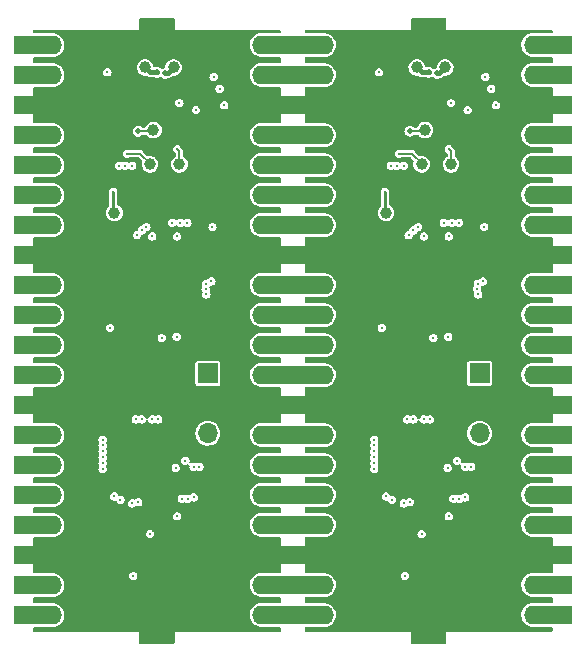
<source format=gbr>
G04 #@! TF.GenerationSoftware,KiCad,Pcbnew,7.0.7*
G04 #@! TF.CreationDate,2023-10-11T15:24:27+07:00*
G04 #@! TF.ProjectId,panel,70616e65-6c2e-46b6-9963-61645f706362,rev?*
G04 #@! TF.SameCoordinates,Original*
G04 #@! TF.FileFunction,Copper,L4,Bot*
G04 #@! TF.FilePolarity,Positive*
%FSLAX46Y46*%
G04 Gerber Fmt 4.6, Leading zero omitted, Abs format (unit mm)*
G04 Created by KiCad (PCBNEW 7.0.7) date 2023-10-11 15:24:27*
%MOMM*%
%LPD*%
G01*
G04 APERTURE LIST*
G04 #@! TA.AperFunction,SMDPad,CuDef*
%ADD10C,1.000000*%
G04 #@! TD*
G04 #@! TA.AperFunction,ComponentPad*
%ADD11R,3.200000X1.600000*%
G04 #@! TD*
G04 #@! TA.AperFunction,ComponentPad*
%ADD12O,1.700000X1.600000*%
G04 #@! TD*
G04 #@! TA.AperFunction,ComponentPad*
%ADD13O,1.350000X1.700000*%
G04 #@! TD*
G04 #@! TA.AperFunction,ComponentPad*
%ADD14O,1.100000X1.500000*%
G04 #@! TD*
G04 #@! TA.AperFunction,ComponentPad*
%ADD15R,1.700000X1.700000*%
G04 #@! TD*
G04 #@! TA.AperFunction,ComponentPad*
%ADD16O,1.700000X1.700000*%
G04 #@! TD*
G04 #@! TA.AperFunction,ViaPad*
%ADD17C,0.300000*%
G04 #@! TD*
G04 #@! TA.AperFunction,ViaPad*
%ADD18C,0.550000*%
G04 #@! TD*
G04 #@! TA.AperFunction,ViaPad*
%ADD19C,0.500000*%
G04 #@! TD*
G04 #@! TA.AperFunction,Conductor*
%ADD20C,0.200000*%
G04 #@! TD*
G04 #@! TA.AperFunction,Conductor*
%ADD21C,0.250000*%
G04 #@! TD*
G04 #@! TA.AperFunction,Conductor*
%ADD22C,0.400000*%
G04 #@! TD*
G04 APERTURE END LIST*
D10*
G04 #@! TO.P,TP4,1,1*
G04 #@! TO.N,Board_0-/FLASH_SS*
X133400000Y-42500000D03*
G04 #@! TD*
G04 #@! TO.P,TP5,1,1*
G04 #@! TO.N,Board_1-Net-(U4-U0RXD)*
X159400000Y-38400000D03*
G04 #@! TD*
G04 #@! TO.P,TP4,1,1*
G04 #@! TO.N,Board_1-/FLASH_SS*
X156400000Y-42500000D03*
G04 #@! TD*
G04 #@! TO.P,TP3,1,1*
G04 #@! TO.N,Board_1-/RESET*
X159700000Y-35500000D03*
G04 #@! TD*
G04 #@! TO.P,TP2,1,1*
G04 #@! TO.N,Board_0-/DM*
X138400000Y-30200000D03*
G04 #@! TD*
G04 #@! TO.P,TP1,1,1*
G04 #@! TO.N,Board_1-/DP*
X159000000Y-30200000D03*
G04 #@! TD*
G04 #@! TO.P,TP6,1,1*
G04 #@! TO.N,Board_0-Net-(U4-U0TXD)*
X138900000Y-38400000D03*
G04 #@! TD*
D11*
G04 #@! TO.P,J3,1,Pin_1*
G04 #@! TO.N,Board_0-VBUS*
X147500000Y-28300000D03*
D12*
X145890000Y-28300000D03*
D11*
G04 #@! TO.P,J3,2,Pin_2*
G04 #@! TO.N,Board_0-+3.3V*
X147500000Y-30840000D03*
D12*
X145890000Y-30840000D03*
D11*
G04 #@! TO.P,J3,3,Pin_3*
G04 #@! TO.N,Board_0-GND*
X147500000Y-33380000D03*
D12*
X145890000Y-33380000D03*
D11*
G04 #@! TO.P,J3,4,Pin_4*
G04 #@! TO.N,Board_0-+1V1*
X147500000Y-35920000D03*
D12*
X145890000Y-35920000D03*
D11*
G04 #@! TO.P,J3,5,Pin_5*
G04 #@! TO.N,Board_0-/RESET*
X147500000Y-38460000D03*
D12*
X145890000Y-38460000D03*
D11*
G04 #@! TO.P,J3,6,Pin_6*
G04 #@! TO.N,Board_0-/P29*
X147500000Y-41000000D03*
D12*
X145890000Y-41000000D03*
D11*
G04 #@! TO.P,J3,7,Pin_7*
G04 #@! TO.N,Board_0-/P28*
X147500000Y-43540000D03*
D12*
X145890000Y-43540000D03*
D11*
G04 #@! TO.P,J3,8,Pin_8*
G04 #@! TO.N,Board_0-GND*
X147500000Y-46080000D03*
D12*
X145890000Y-46080000D03*
D11*
G04 #@! TO.P,J3,9,Pin_9*
G04 #@! TO.N,Board_0-/P27*
X147500000Y-48620000D03*
D12*
X145890000Y-48620000D03*
D11*
G04 #@! TO.P,J3,10,Pin_10*
G04 #@! TO.N,Board_0-/P26*
X147500000Y-51160000D03*
D12*
X145890000Y-51160000D03*
D11*
G04 #@! TO.P,J3,11,Pin_11*
G04 #@! TO.N,Board_0-/FLASH_SS*
X147500000Y-53700000D03*
D12*
X145890000Y-53700000D03*
D11*
G04 #@! TO.P,J3,12,Pin_12*
G04 #@! TO.N,Board_0-unconnected-(J3-Pin_12-Pad12)*
X147500000Y-56240000D03*
D12*
X145890000Y-56240000D03*
D11*
G04 #@! TO.P,J3,13,Pin_13*
G04 #@! TO.N,Board_0-GND*
X147500000Y-58780000D03*
D12*
X145890000Y-58780000D03*
D11*
G04 #@! TO.P,J3,14,Pin_14*
G04 #@! TO.N,Board_0-/P21*
X147500000Y-61320000D03*
D12*
X145890000Y-61320000D03*
D11*
G04 #@! TO.P,J3,15,Pin_15*
G04 #@! TO.N,Board_0-/P20*
X147500000Y-63860000D03*
D12*
X145890000Y-63860000D03*
D11*
G04 #@! TO.P,J3,16,Pin_16*
G04 #@! TO.N,Board_0-/P19*
X147500000Y-66400000D03*
D12*
X145890000Y-66400000D03*
D11*
G04 #@! TO.P,J3,17,Pin_17*
G04 #@! TO.N,Board_0-/P18*
X147500000Y-68940000D03*
D12*
X145890000Y-68940000D03*
D11*
G04 #@! TO.P,J3,18,Pin_18*
G04 #@! TO.N,Board_0-GND*
X147500000Y-71480000D03*
D12*
X145890000Y-71480000D03*
D11*
G04 #@! TO.P,J3,19,Pin_19*
G04 #@! TO.N,Board_0-/P17*
X147500000Y-74020000D03*
D12*
X145890000Y-74020000D03*
D11*
G04 #@! TO.P,J3,20,Pin_20*
G04 #@! TO.N,Board_0-/P16*
X147500000Y-76560000D03*
D12*
X145890000Y-76560000D03*
G04 #@! TD*
D10*
G04 #@! TO.P,TP3,1,1*
G04 #@! TO.N,Board_0-/RESET*
X136700000Y-35500000D03*
G04 #@! TD*
G04 #@! TO.P,TP6,1,1*
G04 #@! TO.N,Board_1-Net-(U4-U0TXD)*
X161900000Y-38400000D03*
G04 #@! TD*
G04 #@! TO.P,TP2,1,1*
G04 #@! TO.N,Board_1-/DM*
X161400000Y-30200000D03*
G04 #@! TD*
D11*
G04 #@! TO.P,J3,1,Pin_1*
G04 #@! TO.N,Board_1-VBUS*
X170500000Y-28300000D03*
D12*
X168890000Y-28300000D03*
D11*
G04 #@! TO.P,J3,2,Pin_2*
G04 #@! TO.N,Board_1-+3.3V*
X170500000Y-30840000D03*
D12*
X168890000Y-30840000D03*
D11*
G04 #@! TO.P,J3,3,Pin_3*
G04 #@! TO.N,Board_1-GND*
X170500000Y-33380000D03*
D12*
X168890000Y-33380000D03*
D11*
G04 #@! TO.P,J3,4,Pin_4*
G04 #@! TO.N,Board_1-+1V1*
X170500000Y-35920000D03*
D12*
X168890000Y-35920000D03*
D11*
G04 #@! TO.P,J3,5,Pin_5*
G04 #@! TO.N,Board_1-/RESET*
X170500000Y-38460000D03*
D12*
X168890000Y-38460000D03*
D11*
G04 #@! TO.P,J3,6,Pin_6*
G04 #@! TO.N,Board_1-/P29*
X170500000Y-41000000D03*
D12*
X168890000Y-41000000D03*
D11*
G04 #@! TO.P,J3,7,Pin_7*
G04 #@! TO.N,Board_1-/P28*
X170500000Y-43540000D03*
D12*
X168890000Y-43540000D03*
D11*
G04 #@! TO.P,J3,8,Pin_8*
G04 #@! TO.N,Board_1-GND*
X170500000Y-46080000D03*
D12*
X168890000Y-46080000D03*
D11*
G04 #@! TO.P,J3,9,Pin_9*
G04 #@! TO.N,Board_1-/P27*
X170500000Y-48620000D03*
D12*
X168890000Y-48620000D03*
D11*
G04 #@! TO.P,J3,10,Pin_10*
G04 #@! TO.N,Board_1-/P26*
X170500000Y-51160000D03*
D12*
X168890000Y-51160000D03*
D11*
G04 #@! TO.P,J3,11,Pin_11*
G04 #@! TO.N,Board_1-/FLASH_SS*
X170500000Y-53700000D03*
D12*
X168890000Y-53700000D03*
D11*
G04 #@! TO.P,J3,12,Pin_12*
G04 #@! TO.N,Board_1-unconnected-(J3-Pin_12-Pad12)*
X170500000Y-56240000D03*
D12*
X168890000Y-56240000D03*
D11*
G04 #@! TO.P,J3,13,Pin_13*
G04 #@! TO.N,Board_1-GND*
X170500000Y-58780000D03*
D12*
X168890000Y-58780000D03*
D11*
G04 #@! TO.P,J3,14,Pin_14*
G04 #@! TO.N,Board_1-/P21*
X170500000Y-61320000D03*
D12*
X168890000Y-61320000D03*
D11*
G04 #@! TO.P,J3,15,Pin_15*
G04 #@! TO.N,Board_1-/P20*
X170500000Y-63860000D03*
D12*
X168890000Y-63860000D03*
D11*
G04 #@! TO.P,J3,16,Pin_16*
G04 #@! TO.N,Board_1-/P19*
X170500000Y-66400000D03*
D12*
X168890000Y-66400000D03*
D11*
G04 #@! TO.P,J3,17,Pin_17*
G04 #@! TO.N,Board_1-/P18*
X170500000Y-68940000D03*
D12*
X168890000Y-68940000D03*
D11*
G04 #@! TO.P,J3,18,Pin_18*
G04 #@! TO.N,Board_1-GND*
X170500000Y-71480000D03*
D12*
X168890000Y-71480000D03*
D11*
G04 #@! TO.P,J3,19,Pin_19*
G04 #@! TO.N,Board_1-/P17*
X170500000Y-74020000D03*
D12*
X168890000Y-74020000D03*
D11*
G04 #@! TO.P,J3,20,Pin_20*
G04 #@! TO.N,Board_1-/P16*
X170500000Y-76560000D03*
D12*
X168890000Y-76560000D03*
G04 #@! TD*
D10*
G04 #@! TO.P,TP1,1,1*
G04 #@! TO.N,Board_0-/DP*
X136000000Y-30200000D03*
G04 #@! TD*
G04 #@! TO.P,TP5,1,1*
G04 #@! TO.N,Board_0-Net-(U4-U0RXD)*
X136400000Y-38400000D03*
G04 #@! TD*
D13*
G04 #@! TO.P,J1,6,Shield*
G04 #@! TO.N,Board_1-GND*
X162790000Y-28770000D03*
D14*
X162480000Y-31770000D03*
X157640000Y-31770000D03*
D13*
X157330000Y-28770000D03*
G04 #@! TD*
D11*
G04 #@! TO.P,J2,1,Pin_1*
G04 #@! TO.N,Board_1-/P0*
X149490000Y-28300000D03*
D12*
X151100000Y-28300000D03*
D11*
G04 #@! TO.P,J2,2,Pin_2*
G04 #@! TO.N,Board_1-/P1*
X149490000Y-30840000D03*
D12*
X151100000Y-30840000D03*
D11*
G04 #@! TO.P,J2,3,Pin_3*
G04 #@! TO.N,Board_1-GND*
X149490000Y-33380000D03*
D12*
X151100000Y-33380000D03*
D11*
G04 #@! TO.P,J2,4,Pin_4*
G04 #@! TO.N,Board_1-/P2*
X149490000Y-35920000D03*
D12*
X151100000Y-35920000D03*
D11*
G04 #@! TO.P,J2,5,Pin_5*
G04 #@! TO.N,Board_1-/P3*
X149490000Y-38460000D03*
D12*
X151100000Y-38460000D03*
D11*
G04 #@! TO.P,J2,6,Pin_6*
G04 #@! TO.N,Board_1-/P4*
X149490000Y-41000000D03*
D12*
X151100000Y-41000000D03*
D11*
G04 #@! TO.P,J2,7,Pin_7*
G04 #@! TO.N,Board_1-/P5*
X149490000Y-43540000D03*
D12*
X151100000Y-43540000D03*
D11*
G04 #@! TO.P,J2,8,Pin_8*
G04 #@! TO.N,Board_1-GND*
X149490000Y-46080000D03*
D12*
X151100000Y-46080000D03*
D11*
G04 #@! TO.P,J2,9,Pin_9*
G04 #@! TO.N,Board_1-/P6*
X149490000Y-48620000D03*
D12*
X151100000Y-48620000D03*
D11*
G04 #@! TO.P,J2,10,Pin_10*
G04 #@! TO.N,Board_1-/P7*
X149490000Y-51160000D03*
D12*
X151100000Y-51160000D03*
D11*
G04 #@! TO.P,J2,11,Pin_11*
G04 #@! TO.N,Board_1-/P8*
X149490000Y-53700000D03*
D12*
X151100000Y-53700000D03*
D11*
G04 #@! TO.P,J2,12,Pin_12*
G04 #@! TO.N,Board_1-/P9*
X149490000Y-56240000D03*
D12*
X151100000Y-56240000D03*
D11*
G04 #@! TO.P,J2,13,Pin_13*
G04 #@! TO.N,Board_1-GND*
X149490000Y-58780000D03*
D12*
X151100000Y-58780000D03*
D11*
G04 #@! TO.P,J2,14,Pin_14*
G04 #@! TO.N,Board_1-/P10*
X149490000Y-61320000D03*
D12*
X151100000Y-61320000D03*
D11*
G04 #@! TO.P,J2,15,Pin_15*
G04 #@! TO.N,Board_1-/P11*
X149490000Y-63860000D03*
D12*
X151100000Y-63860000D03*
D11*
G04 #@! TO.P,J2,16,Pin_16*
G04 #@! TO.N,Board_1-/P12*
X149490000Y-66400000D03*
D12*
X151100000Y-66400000D03*
D11*
G04 #@! TO.P,J2,17,Pin_17*
G04 #@! TO.N,Board_1-/P13*
X149490000Y-68940000D03*
D12*
X151100000Y-68940000D03*
D11*
G04 #@! TO.P,J2,18,Pin_18*
G04 #@! TO.N,Board_1-GND*
X149490000Y-71480000D03*
D12*
X151100000Y-71480000D03*
D11*
G04 #@! TO.P,J2,19,Pin_19*
G04 #@! TO.N,Board_1-/P14*
X149490000Y-74020000D03*
D12*
X151100000Y-74020000D03*
D11*
G04 #@! TO.P,J2,20,Pin_20*
G04 #@! TO.N,Board_1-/P15*
X149490000Y-76560000D03*
D12*
X151100000Y-76560000D03*
G04 #@! TD*
D11*
G04 #@! TO.P,J2,1,Pin_1*
G04 #@! TO.N,Board_0-/P0*
X126490000Y-28300000D03*
D12*
X128100000Y-28300000D03*
D11*
G04 #@! TO.P,J2,2,Pin_2*
G04 #@! TO.N,Board_0-/P1*
X126490000Y-30840000D03*
D12*
X128100000Y-30840000D03*
D11*
G04 #@! TO.P,J2,3,Pin_3*
G04 #@! TO.N,Board_0-GND*
X126490000Y-33380000D03*
D12*
X128100000Y-33380000D03*
D11*
G04 #@! TO.P,J2,4,Pin_4*
G04 #@! TO.N,Board_0-/P2*
X126490000Y-35920000D03*
D12*
X128100000Y-35920000D03*
D11*
G04 #@! TO.P,J2,5,Pin_5*
G04 #@! TO.N,Board_0-/P3*
X126490000Y-38460000D03*
D12*
X128100000Y-38460000D03*
D11*
G04 #@! TO.P,J2,6,Pin_6*
G04 #@! TO.N,Board_0-/P4*
X126490000Y-41000000D03*
D12*
X128100000Y-41000000D03*
D11*
G04 #@! TO.P,J2,7,Pin_7*
G04 #@! TO.N,Board_0-/P5*
X126490000Y-43540000D03*
D12*
X128100000Y-43540000D03*
D11*
G04 #@! TO.P,J2,8,Pin_8*
G04 #@! TO.N,Board_0-GND*
X126490000Y-46080000D03*
D12*
X128100000Y-46080000D03*
D11*
G04 #@! TO.P,J2,9,Pin_9*
G04 #@! TO.N,Board_0-/P6*
X126490000Y-48620000D03*
D12*
X128100000Y-48620000D03*
D11*
G04 #@! TO.P,J2,10,Pin_10*
G04 #@! TO.N,Board_0-/P7*
X126490000Y-51160000D03*
D12*
X128100000Y-51160000D03*
D11*
G04 #@! TO.P,J2,11,Pin_11*
G04 #@! TO.N,Board_0-/P8*
X126490000Y-53700000D03*
D12*
X128100000Y-53700000D03*
D11*
G04 #@! TO.P,J2,12,Pin_12*
G04 #@! TO.N,Board_0-/P9*
X126490000Y-56240000D03*
D12*
X128100000Y-56240000D03*
D11*
G04 #@! TO.P,J2,13,Pin_13*
G04 #@! TO.N,Board_0-GND*
X126490000Y-58780000D03*
D12*
X128100000Y-58780000D03*
D11*
G04 #@! TO.P,J2,14,Pin_14*
G04 #@! TO.N,Board_0-/P10*
X126490000Y-61320000D03*
D12*
X128100000Y-61320000D03*
D11*
G04 #@! TO.P,J2,15,Pin_15*
G04 #@! TO.N,Board_0-/P11*
X126490000Y-63860000D03*
D12*
X128100000Y-63860000D03*
D11*
G04 #@! TO.P,J2,16,Pin_16*
G04 #@! TO.N,Board_0-/P12*
X126490000Y-66400000D03*
D12*
X128100000Y-66400000D03*
D11*
G04 #@! TO.P,J2,17,Pin_17*
G04 #@! TO.N,Board_0-/P13*
X126490000Y-68940000D03*
D12*
X128100000Y-68940000D03*
D11*
G04 #@! TO.P,J2,18,Pin_18*
G04 #@! TO.N,Board_0-GND*
X126490000Y-71480000D03*
D12*
X128100000Y-71480000D03*
D11*
G04 #@! TO.P,J2,19,Pin_19*
G04 #@! TO.N,Board_0-/P14*
X126490000Y-74020000D03*
D12*
X128100000Y-74020000D03*
D11*
G04 #@! TO.P,J2,20,Pin_20*
G04 #@! TO.N,Board_0-/P15*
X126490000Y-76560000D03*
D12*
X128100000Y-76560000D03*
G04 #@! TD*
D13*
G04 #@! TO.P,J1,6,Shield*
G04 #@! TO.N,Board_0-GND*
X139790000Y-28770000D03*
D14*
X139480000Y-31770000D03*
X134640000Y-31770000D03*
D13*
X134330000Y-28770000D03*
G04 #@! TD*
D15*
G04 #@! TO.P,J4,1,Pin_1*
G04 #@! TO.N,Board_0-/SWDIO*
X141310000Y-56090000D03*
D16*
G04 #@! TO.P,J4,2,Pin_2*
G04 #@! TO.N,Board_0-GND*
X141310000Y-58630000D03*
G04 #@! TO.P,J4,3,Pin_3*
G04 #@! TO.N,Board_0-/SWCLK*
X141310000Y-61170000D03*
G04 #@! TD*
D15*
G04 #@! TO.P,J4,1,Pin_1*
G04 #@! TO.N,Board_1-/SWDIO*
X164310000Y-56090000D03*
D16*
G04 #@! TO.P,J4,2,Pin_2*
G04 #@! TO.N,Board_1-GND*
X164310000Y-58630000D03*
G04 #@! TO.P,J4,3,Pin_3*
G04 #@! TO.N,Board_1-/SWCLK*
X164310000Y-61170000D03*
G04 #@! TD*
D17*
G04 #@! TO.N,Board_1-VBUS*
X163300000Y-33800000D03*
X165300000Y-32000000D03*
X165700000Y-33400000D03*
X164800000Y-31000000D03*
X161900000Y-33200000D03*
G04 #@! TO.N,Board_1-Net-(U4-U0TXD)*
X161700000Y-37100000D03*
X156900000Y-66800000D03*
G04 #@! TO.N,Board_1-Net-(U4-U0RXD)*
X157500000Y-37500000D03*
X156388221Y-66511779D03*
G04 #@! TO.N,Board_1-GND*
X159900000Y-47800000D03*
X166100000Y-31800000D03*
X163800000Y-43000000D03*
X159462500Y-62050000D03*
D18*
X159100000Y-28500000D03*
D17*
X157462500Y-63050000D03*
X164000000Y-65900000D03*
X158900000Y-41700000D03*
X155200000Y-31800000D03*
X159900000Y-48800000D03*
D18*
X161000000Y-28500000D03*
D17*
X156900000Y-37700000D03*
X166925000Y-48700000D03*
X159800000Y-57400000D03*
X160700000Y-68900000D03*
X158900000Y-47800000D03*
X156800000Y-33600000D03*
X155500000Y-43555000D03*
X158462500Y-63050000D03*
X158900000Y-49800000D03*
X157462500Y-64050000D03*
X158462500Y-62050000D03*
X159400000Y-41700000D03*
X160900000Y-48800000D03*
X159462500Y-63050000D03*
X158462500Y-64050000D03*
X157490000Y-70950000D03*
X157900000Y-41000000D03*
X161280000Y-41455000D03*
X166600000Y-31200000D03*
X159900000Y-49800000D03*
X164700000Y-41100000D03*
X158000000Y-40400000D03*
X162475000Y-39400000D03*
X157500000Y-58200000D03*
X160900000Y-47800000D03*
X163600000Y-70000000D03*
X158900000Y-48800000D03*
X157462500Y-62050000D03*
X162100000Y-71000000D03*
X159900000Y-55200000D03*
X157900000Y-54300000D03*
X158300000Y-30700000D03*
X164000000Y-66800000D03*
X159462500Y-64050000D03*
X167000000Y-37500000D03*
X162100000Y-70000000D03*
X160500000Y-67700000D03*
X160900000Y-49800000D03*
X158300000Y-57100000D03*
X164800000Y-33200000D03*
X156690000Y-73450000D03*
X156500000Y-55700000D03*
X162800000Y-36600000D03*
G04 #@! TO.N,Board_1-/RESET*
X161662500Y-53000000D03*
D19*
X158400000Y-35600000D03*
D17*
G04 #@! TO.N,Board_1-/P29*
X164700000Y-43700000D03*
X155800000Y-30600000D03*
G04 #@! TO.N,Board_1-/P25*
X164605644Y-48317741D03*
X158200000Y-60000000D03*
G04 #@! TO.N,Board_1-/P24*
X164170000Y-48500000D03*
X159600000Y-60000000D03*
G04 #@! TO.N,Board_1-/P23*
X164120000Y-48960000D03*
X158700000Y-60000000D03*
G04 #@! TO.N,Board_1-/P22*
X164190000Y-49410000D03*
X160100000Y-60000000D03*
G04 #@! TO.N,Board_1-/FLASH_SS*
X156030000Y-52250000D03*
X156300000Y-40700000D03*
G04 #@! TO.N,Board_1-/FLASH_SD3*
X156800000Y-38500000D03*
X159100000Y-43700000D03*
G04 #@! TO.N,Board_1-/FLASH_SD0*
X157900000Y-38500000D03*
X158300000Y-44400000D03*
G04 #@! TO.N,Board_1-/FLASH_CLOCK*
X158700000Y-44000000D03*
X157300000Y-38500000D03*
G04 #@! TO.N,Board_1-/ESP_CLKOUT*
X161700000Y-68200000D03*
X157900000Y-67100000D03*
G04 #@! TO.N,Board_1-/ESP_CLKIN*
X159400000Y-69700000D03*
X158411779Y-67000000D03*
G04 #@! TO.N,Board_1-/ESP_ANT*
X157990000Y-73250000D03*
X161600000Y-64100000D03*
G04 #@! TO.N,Board_1-/ESPFLASH_SS*
X155400000Y-62700000D03*
X162100000Y-66700000D03*
G04 #@! TO.N,Board_1-/ESPFLASH_D3*
X162400000Y-63500000D03*
X155400000Y-62200000D03*
G04 #@! TO.N,Board_1-/ESPFLASH_D2*
X155400000Y-61700000D03*
X163100000Y-66600000D03*
G04 #@! TO.N,Board_1-/ESPFLASH_D1*
X162600000Y-66700000D03*
X155400000Y-64200000D03*
G04 #@! TO.N,Board_1-/ESPFLASH_D0*
X163600000Y-64000000D03*
X155400000Y-63700000D03*
G04 #@! TO.N,Board_1-/ESPFLASH_CLOCK*
X163100000Y-64000000D03*
X155400000Y-63200000D03*
D19*
G04 #@! TO.N,Board_1-/DP*
X160000000Y-30600000D03*
G04 #@! TO.N,Board_1-/DM*
X160700000Y-30700000D03*
D17*
G04 #@! TO.N,Board_1-+1V1*
X161700000Y-44500000D03*
X161980000Y-43355000D03*
X160400000Y-53100000D03*
X162580000Y-43355000D03*
X161280000Y-43355000D03*
X159600000Y-44500000D03*
G04 #@! TO.N,Board_0-VBUS*
X142300000Y-32000000D03*
X138900000Y-33200000D03*
X141800000Y-31000000D03*
X142700000Y-33400000D03*
X140300000Y-33800000D03*
G04 #@! TO.N,Board_0-Net-(U4-U0TXD)*
X133900000Y-66800000D03*
X138700000Y-37100000D03*
G04 #@! TO.N,Board_0-Net-(U4-U0RXD)*
X134500000Y-37500000D03*
X133388221Y-66511779D03*
G04 #@! TO.N,Board_0-GND*
X136900000Y-47800000D03*
X141000000Y-66800000D03*
X136462500Y-64050000D03*
X135300000Y-30700000D03*
X141000000Y-65900000D03*
X134462500Y-64050000D03*
X135000000Y-40400000D03*
X135900000Y-49800000D03*
X144000000Y-37500000D03*
X134500000Y-58200000D03*
X136900000Y-55200000D03*
X138280000Y-41455000D03*
X132500000Y-43555000D03*
X136462500Y-62050000D03*
X136462500Y-63050000D03*
X143925000Y-48700000D03*
X136800000Y-57400000D03*
X140600000Y-70000000D03*
X136900000Y-48800000D03*
X143100000Y-31800000D03*
X136400000Y-41700000D03*
X139800000Y-36600000D03*
X134900000Y-54300000D03*
X134490000Y-70950000D03*
X133800000Y-33600000D03*
X139100000Y-70000000D03*
X134900000Y-41000000D03*
X135462500Y-63050000D03*
X133500000Y-55700000D03*
X135900000Y-41700000D03*
X140800000Y-43000000D03*
X143600000Y-31200000D03*
X134462500Y-63050000D03*
X137500000Y-67700000D03*
X137900000Y-49800000D03*
X141800000Y-33200000D03*
X135900000Y-48800000D03*
D18*
X138000000Y-28500000D03*
D17*
X135300000Y-57100000D03*
X135900000Y-47800000D03*
X137900000Y-47800000D03*
D18*
X136100000Y-28500000D03*
D17*
X139475000Y-39400000D03*
X141700000Y-41100000D03*
X132200000Y-31800000D03*
X137700000Y-68900000D03*
X135462500Y-64050000D03*
X136900000Y-49800000D03*
X135462500Y-62050000D03*
X133690000Y-73450000D03*
X134462500Y-62050000D03*
X133900000Y-37700000D03*
X139100000Y-71000000D03*
X137900000Y-48800000D03*
D19*
G04 #@! TO.N,Board_0-/RESET*
X135400000Y-35600000D03*
D17*
X138662500Y-53000000D03*
G04 #@! TO.N,Board_0-/P29*
X132800000Y-30600000D03*
X141700000Y-43700000D03*
G04 #@! TO.N,Board_0-/P25*
X141605644Y-48317741D03*
X135200000Y-60000000D03*
G04 #@! TO.N,Board_0-/P24*
X136600000Y-60000000D03*
X141170000Y-48500000D03*
G04 #@! TO.N,Board_0-/P23*
X141120000Y-48960000D03*
X135700000Y-60000000D03*
G04 #@! TO.N,Board_0-/P22*
X141190000Y-49410000D03*
X137100000Y-60000000D03*
G04 #@! TO.N,Board_0-/FLASH_SS*
X133030000Y-52250000D03*
X133300000Y-40700000D03*
G04 #@! TO.N,Board_0-/FLASH_SD3*
X133800000Y-38500000D03*
X136100000Y-43700000D03*
G04 #@! TO.N,Board_0-/FLASH_SD0*
X135300000Y-44400000D03*
X134900000Y-38500000D03*
G04 #@! TO.N,Board_0-/FLASH_CLOCK*
X135700000Y-44000000D03*
X134300000Y-38500000D03*
G04 #@! TO.N,Board_0-/ESP_CLKOUT*
X138700000Y-68200000D03*
X134900000Y-67100000D03*
G04 #@! TO.N,Board_0-/ESP_CLKIN*
X136400000Y-69700000D03*
X135411779Y-67000000D03*
G04 #@! TO.N,Board_0-/ESP_ANT*
X138600000Y-64100000D03*
X134990000Y-73250000D03*
G04 #@! TO.N,Board_0-/ESPFLASH_SS*
X139100000Y-66700000D03*
X132400000Y-62700000D03*
G04 #@! TO.N,Board_0-/ESPFLASH_D3*
X139400000Y-63500000D03*
X132400000Y-62200000D03*
G04 #@! TO.N,Board_0-/ESPFLASH_D2*
X132400000Y-61700000D03*
X140100000Y-66600000D03*
G04 #@! TO.N,Board_0-/ESPFLASH_D1*
X132400000Y-64200000D03*
X139600000Y-66700000D03*
G04 #@! TO.N,Board_0-/ESPFLASH_D0*
X140600000Y-64000000D03*
X132400000Y-63700000D03*
G04 #@! TO.N,Board_0-/ESPFLASH_CLOCK*
X140100000Y-64000000D03*
X132400000Y-63200000D03*
D19*
G04 #@! TO.N,Board_0-/DP*
X137000000Y-30600000D03*
G04 #@! TO.N,Board_0-/DM*
X137700000Y-30700000D03*
D17*
G04 #@! TO.N,Board_0-+1V1*
X138280000Y-43355000D03*
X139580000Y-43355000D03*
X137400000Y-53100000D03*
X136600000Y-44500000D03*
X138700000Y-44500000D03*
X138980000Y-43355000D03*
G04 #@! TD*
D20*
G04 #@! TO.N,Board_1-Net-(U4-U0TXD)*
X161900000Y-37300000D02*
X161700000Y-37100000D01*
X161900000Y-38400000D02*
X161900000Y-37300000D01*
G04 #@! TO.N,Board_1-Net-(U4-U0RXD)*
X158600000Y-37500000D02*
X159400000Y-38300000D01*
X157500000Y-37500000D02*
X158600000Y-37500000D01*
X159400000Y-38300000D02*
X159400000Y-38400000D01*
G04 #@! TO.N,Board_1-/RESET*
X158400000Y-35600000D02*
X159600000Y-35600000D01*
X159600000Y-35600000D02*
X159700000Y-35500000D01*
D21*
G04 #@! TO.N,Board_1-/FLASH_SS*
X156300000Y-42400000D02*
X156400000Y-42500000D01*
X156300000Y-40700000D02*
X156300000Y-42400000D01*
D22*
G04 #@! TO.N,Board_1-/DP*
X159400000Y-30600000D02*
X159000000Y-30200000D01*
X160000000Y-30600000D02*
X159400000Y-30600000D01*
G04 #@! TO.N,Board_1-/DM*
X160900000Y-30700000D02*
X161400000Y-30200000D01*
X160700000Y-30700000D02*
X160900000Y-30700000D01*
D20*
G04 #@! TO.N,Board_0-Net-(U4-U0TXD)*
X138900000Y-37300000D02*
X138700000Y-37100000D01*
X138900000Y-38400000D02*
X138900000Y-37300000D01*
G04 #@! TO.N,Board_0-Net-(U4-U0RXD)*
X136400000Y-38300000D02*
X136400000Y-38400000D01*
X135600000Y-37500000D02*
X136400000Y-38300000D01*
X134500000Y-37500000D02*
X135600000Y-37500000D01*
G04 #@! TO.N,Board_0-/RESET*
X136600000Y-35600000D02*
X136700000Y-35500000D01*
X135400000Y-35600000D02*
X136600000Y-35600000D01*
D21*
G04 #@! TO.N,Board_0-/FLASH_SS*
X133300000Y-40700000D02*
X133300000Y-42400000D01*
X133300000Y-42400000D02*
X133400000Y-42500000D01*
D22*
G04 #@! TO.N,Board_0-/DP*
X136400000Y-30600000D02*
X136000000Y-30200000D01*
X137000000Y-30600000D02*
X136400000Y-30600000D01*
G04 #@! TO.N,Board_0-/DM*
X137900000Y-30700000D02*
X138400000Y-30200000D01*
X137700000Y-30700000D02*
X137900000Y-30700000D01*
G04 #@! TD*
G04 #@! TA.AperFunction,Conductor*
G04 #@! TO.N,Board_0-GND*
G36*
X138442539Y-26019685D02*
G01*
X138488294Y-26072489D01*
X138499500Y-26124000D01*
X138499500Y-26975467D01*
X138499416Y-26975889D01*
X138499459Y-27000001D01*
X138499500Y-27000099D01*
X138499616Y-27000382D01*
X138499618Y-27000384D01*
X138499808Y-27000462D01*
X138500000Y-27000541D01*
X138500002Y-27000539D01*
X138524616Y-27000524D01*
X138524616Y-27000528D01*
X138524760Y-27000500D01*
X147375500Y-27000500D01*
X147442539Y-27020185D01*
X147488294Y-27072989D01*
X147499500Y-27124500D01*
X147499500Y-27175500D01*
X147479815Y-27242539D01*
X147427011Y-27288294D01*
X147375500Y-27299500D01*
X145789257Y-27299500D01*
X145637560Y-27314925D01*
X145443420Y-27375837D01*
X145443405Y-27375844D01*
X145265500Y-27474589D01*
X145265495Y-27474592D01*
X145111106Y-27607132D01*
X145111104Y-27607134D01*
X144986554Y-27768037D01*
X144986553Y-27768040D01*
X144896940Y-27950728D01*
X144845937Y-28147714D01*
X144835631Y-28350936D01*
X144866442Y-28552063D01*
X144866445Y-28552075D01*
X144937111Y-28742881D01*
X144937115Y-28742888D01*
X145044745Y-28915567D01*
X145044747Y-28915569D01*
X145044748Y-28915571D01*
X145184941Y-29063053D01*
X145313344Y-29152424D01*
X145351949Y-29179294D01*
X145351950Y-29179294D01*
X145351951Y-29179295D01*
X145538942Y-29259540D01*
X145738259Y-29300500D01*
X145880252Y-29300500D01*
X147375500Y-29300500D01*
X147442539Y-29320185D01*
X147488294Y-29372989D01*
X147499500Y-29424500D01*
X147499500Y-29715500D01*
X147479815Y-29782539D01*
X147427011Y-29828294D01*
X147375500Y-29839500D01*
X145789257Y-29839500D01*
X145637560Y-29854925D01*
X145443420Y-29915837D01*
X145443405Y-29915844D01*
X145265500Y-30014589D01*
X145265495Y-30014592D01*
X145111106Y-30147132D01*
X145111104Y-30147134D01*
X144986554Y-30308037D01*
X144986553Y-30308040D01*
X144896940Y-30490728D01*
X144845937Y-30687714D01*
X144835631Y-30890936D01*
X144866442Y-31092063D01*
X144866445Y-31092075D01*
X144937111Y-31282881D01*
X144937115Y-31282888D01*
X145044745Y-31455567D01*
X145044747Y-31455569D01*
X145044748Y-31455571D01*
X145184941Y-31603053D01*
X145313344Y-31692424D01*
X145351949Y-31719294D01*
X145351950Y-31719294D01*
X145351951Y-31719295D01*
X145538942Y-31799540D01*
X145738259Y-31840500D01*
X145880252Y-31840500D01*
X147375500Y-31840500D01*
X147442539Y-31860185D01*
X147488294Y-31912989D01*
X147499500Y-31964500D01*
X147499500Y-34795500D01*
X147479815Y-34862539D01*
X147427011Y-34908294D01*
X147375500Y-34919500D01*
X145789257Y-34919500D01*
X145637560Y-34934925D01*
X145443420Y-34995837D01*
X145443405Y-34995844D01*
X145265500Y-35094589D01*
X145265495Y-35094592D01*
X145111106Y-35227132D01*
X145111104Y-35227134D01*
X144986554Y-35388037D01*
X144986553Y-35388040D01*
X144896940Y-35570728D01*
X144845937Y-35767714D01*
X144835631Y-35970936D01*
X144866442Y-36172063D01*
X144866445Y-36172075D01*
X144937111Y-36362881D01*
X144937115Y-36362888D01*
X145044745Y-36535567D01*
X145044747Y-36535569D01*
X145044748Y-36535571D01*
X145184941Y-36683053D01*
X145299083Y-36762498D01*
X145351949Y-36799294D01*
X145351950Y-36799294D01*
X145351951Y-36799295D01*
X145538942Y-36879540D01*
X145738259Y-36920500D01*
X145880252Y-36920500D01*
X147375500Y-36920500D01*
X147442539Y-36940185D01*
X147488294Y-36992989D01*
X147499500Y-37044500D01*
X147499500Y-37335500D01*
X147479815Y-37402539D01*
X147427011Y-37448294D01*
X147375500Y-37459500D01*
X145789257Y-37459500D01*
X145637560Y-37474925D01*
X145443420Y-37535837D01*
X145443405Y-37535844D01*
X145265500Y-37634589D01*
X145265495Y-37634592D01*
X145111106Y-37767132D01*
X145111104Y-37767134D01*
X144986554Y-37928037D01*
X144986553Y-37928040D01*
X144896940Y-38110728D01*
X144845937Y-38307714D01*
X144835631Y-38510936D01*
X144866442Y-38712063D01*
X144866445Y-38712075D01*
X144937111Y-38902881D01*
X144937115Y-38902888D01*
X145044745Y-39075567D01*
X145044747Y-39075569D01*
X145044748Y-39075571D01*
X145184941Y-39223053D01*
X145313344Y-39312424D01*
X145351949Y-39339294D01*
X145351950Y-39339294D01*
X145351951Y-39339295D01*
X145538942Y-39419540D01*
X145738259Y-39460500D01*
X145880252Y-39460500D01*
X147375500Y-39460500D01*
X147442539Y-39480185D01*
X147488294Y-39532989D01*
X147499500Y-39584500D01*
X147499500Y-39875500D01*
X147479815Y-39942539D01*
X147427011Y-39988294D01*
X147375500Y-39999500D01*
X145789257Y-39999500D01*
X145637560Y-40014925D01*
X145443420Y-40075837D01*
X145443405Y-40075844D01*
X145265500Y-40174589D01*
X145265495Y-40174592D01*
X145111106Y-40307132D01*
X145111104Y-40307134D01*
X144986554Y-40468037D01*
X144986553Y-40468040D01*
X144896940Y-40650728D01*
X144845937Y-40847714D01*
X144835631Y-41050936D01*
X144866442Y-41252063D01*
X144866445Y-41252075D01*
X144937111Y-41442881D01*
X144937115Y-41442888D01*
X145044745Y-41615567D01*
X145044747Y-41615569D01*
X145044748Y-41615571D01*
X145184941Y-41763053D01*
X145287039Y-41834115D01*
X145351949Y-41879294D01*
X145351950Y-41879294D01*
X145351951Y-41879295D01*
X145538942Y-41959540D01*
X145738259Y-42000500D01*
X145880252Y-42000500D01*
X147375500Y-42000500D01*
X147442539Y-42020185D01*
X147488294Y-42072989D01*
X147499500Y-42124500D01*
X147499500Y-42415500D01*
X147479815Y-42482539D01*
X147427011Y-42528294D01*
X147375500Y-42539500D01*
X145789257Y-42539500D01*
X145637560Y-42554925D01*
X145443420Y-42615837D01*
X145443405Y-42615844D01*
X145265500Y-42714589D01*
X145265495Y-42714592D01*
X145111106Y-42847132D01*
X145111104Y-42847134D01*
X144986554Y-43008037D01*
X144986553Y-43008040D01*
X144896940Y-43190728D01*
X144845937Y-43387714D01*
X144835631Y-43590936D01*
X144866442Y-43792063D01*
X144866445Y-43792075D01*
X144937111Y-43982881D01*
X144937113Y-43982884D01*
X144937114Y-43982887D01*
X144981204Y-44053624D01*
X145044745Y-44155567D01*
X145044749Y-44155572D01*
X145173870Y-44291407D01*
X145184941Y-44303053D01*
X145305389Y-44386887D01*
X145351949Y-44419294D01*
X145351950Y-44419294D01*
X145351951Y-44419295D01*
X145538942Y-44499540D01*
X145738259Y-44540500D01*
X145880252Y-44540500D01*
X147375500Y-44540500D01*
X147442539Y-44560185D01*
X147488294Y-44612989D01*
X147499500Y-44664500D01*
X147499500Y-47495500D01*
X147479815Y-47562539D01*
X147427011Y-47608294D01*
X147375500Y-47619500D01*
X145789257Y-47619500D01*
X145637560Y-47634925D01*
X145443420Y-47695837D01*
X145443405Y-47695844D01*
X145265500Y-47794589D01*
X145265495Y-47794592D01*
X145111106Y-47927132D01*
X145111104Y-47927134D01*
X144986554Y-48088037D01*
X144986553Y-48088040D01*
X144896940Y-48270728D01*
X144845937Y-48467714D01*
X144835631Y-48670936D01*
X144866442Y-48872063D01*
X144866445Y-48872075D01*
X144937111Y-49062881D01*
X144937113Y-49062884D01*
X144937114Y-49062887D01*
X144983005Y-49136513D01*
X145044745Y-49235567D01*
X145044747Y-49235569D01*
X145044748Y-49235571D01*
X145184941Y-49383053D01*
X145313344Y-49472424D01*
X145351949Y-49499294D01*
X145351950Y-49499294D01*
X145351951Y-49499295D01*
X145538942Y-49579540D01*
X145738259Y-49620500D01*
X145880252Y-49620500D01*
X147375500Y-49620500D01*
X147442539Y-49640185D01*
X147488294Y-49692989D01*
X147499500Y-49744500D01*
X147499500Y-50035500D01*
X147479815Y-50102539D01*
X147427011Y-50148294D01*
X147375500Y-50159500D01*
X145789257Y-50159500D01*
X145637560Y-50174925D01*
X145443420Y-50235837D01*
X145443405Y-50235844D01*
X145265500Y-50334589D01*
X145265495Y-50334592D01*
X145111106Y-50467132D01*
X145111104Y-50467134D01*
X144986554Y-50628037D01*
X144986553Y-50628040D01*
X144896940Y-50810728D01*
X144845937Y-51007714D01*
X144835631Y-51210936D01*
X144866442Y-51412063D01*
X144866445Y-51412075D01*
X144937111Y-51602881D01*
X144937115Y-51602888D01*
X145044745Y-51775567D01*
X145044749Y-51775572D01*
X145174909Y-51912500D01*
X145184941Y-51923053D01*
X145313344Y-52012424D01*
X145351949Y-52039294D01*
X145351950Y-52039294D01*
X145351951Y-52039295D01*
X145538942Y-52119540D01*
X145738259Y-52160500D01*
X145880252Y-52160500D01*
X147375500Y-52160500D01*
X147442539Y-52180185D01*
X147488294Y-52232989D01*
X147499500Y-52284500D01*
X147499500Y-52575500D01*
X147479815Y-52642539D01*
X147427011Y-52688294D01*
X147375500Y-52699500D01*
X145789257Y-52699500D01*
X145637560Y-52714925D01*
X145443420Y-52775837D01*
X145443405Y-52775844D01*
X145265500Y-52874589D01*
X145265495Y-52874592D01*
X145111106Y-53007132D01*
X145111104Y-53007134D01*
X144986554Y-53168037D01*
X144986553Y-53168040D01*
X144896940Y-53350728D01*
X144845937Y-53547714D01*
X144835631Y-53750936D01*
X144866442Y-53952063D01*
X144866445Y-53952075D01*
X144937111Y-54142881D01*
X144937115Y-54142888D01*
X145044745Y-54315567D01*
X145044747Y-54315569D01*
X145044748Y-54315571D01*
X145184941Y-54463053D01*
X145313344Y-54552424D01*
X145351949Y-54579294D01*
X145351950Y-54579294D01*
X145351951Y-54579295D01*
X145538942Y-54659540D01*
X145738259Y-54700500D01*
X145880252Y-54700500D01*
X147375500Y-54700500D01*
X147442539Y-54720185D01*
X147488294Y-54772989D01*
X147499500Y-54824500D01*
X147499500Y-55115500D01*
X147479815Y-55182539D01*
X147427011Y-55228294D01*
X147375500Y-55239500D01*
X145789257Y-55239500D01*
X145637560Y-55254925D01*
X145443420Y-55315837D01*
X145443405Y-55315844D01*
X145265500Y-55414589D01*
X145265495Y-55414592D01*
X145111106Y-55547132D01*
X145111104Y-55547134D01*
X144986554Y-55708037D01*
X144986553Y-55708040D01*
X144896940Y-55890728D01*
X144845937Y-56087714D01*
X144835631Y-56290936D01*
X144866442Y-56492063D01*
X144866445Y-56492075D01*
X144937111Y-56682881D01*
X144937115Y-56682888D01*
X145044745Y-56855567D01*
X145044747Y-56855569D01*
X145044748Y-56855571D01*
X145184941Y-57003053D01*
X145302034Y-57084552D01*
X145351949Y-57119294D01*
X145351950Y-57119294D01*
X145351951Y-57119295D01*
X145538942Y-57199540D01*
X145738259Y-57240500D01*
X145880252Y-57240500D01*
X147375500Y-57240500D01*
X147442539Y-57260185D01*
X147488294Y-57312989D01*
X147499500Y-57364500D01*
X147499500Y-60195500D01*
X147479815Y-60262539D01*
X147427011Y-60308294D01*
X147375500Y-60319500D01*
X145789257Y-60319500D01*
X145637560Y-60334925D01*
X145443420Y-60395837D01*
X145443405Y-60395844D01*
X145265500Y-60494589D01*
X145265495Y-60494592D01*
X145111106Y-60627132D01*
X145111104Y-60627134D01*
X144986554Y-60788037D01*
X144986553Y-60788040D01*
X144896940Y-60970728D01*
X144845937Y-61167714D01*
X144835631Y-61370936D01*
X144866442Y-61572063D01*
X144866445Y-61572075D01*
X144937111Y-61762881D01*
X144937115Y-61762888D01*
X145044745Y-61935567D01*
X145044747Y-61935569D01*
X145044748Y-61935571D01*
X145184941Y-62083053D01*
X145313344Y-62172424D01*
X145351949Y-62199294D01*
X145351950Y-62199294D01*
X145351951Y-62199295D01*
X145538942Y-62279540D01*
X145738259Y-62320500D01*
X145880252Y-62320500D01*
X147375500Y-62320500D01*
X147442539Y-62340185D01*
X147488294Y-62392989D01*
X147499500Y-62444500D01*
X147499500Y-62735500D01*
X147479815Y-62802539D01*
X147427011Y-62848294D01*
X147375500Y-62859500D01*
X145789257Y-62859500D01*
X145637560Y-62874925D01*
X145443420Y-62935837D01*
X145443405Y-62935844D01*
X145265500Y-63034589D01*
X145265495Y-63034592D01*
X145111106Y-63167132D01*
X145111104Y-63167134D01*
X144986554Y-63328037D01*
X144986553Y-63328040D01*
X144896940Y-63510728D01*
X144845937Y-63707714D01*
X144835631Y-63910936D01*
X144866442Y-64112063D01*
X144866445Y-64112075D01*
X144937111Y-64302881D01*
X144937113Y-64302884D01*
X144937114Y-64302887D01*
X144983005Y-64376513D01*
X145044745Y-64475567D01*
X145044747Y-64475569D01*
X145044748Y-64475571D01*
X145184941Y-64623053D01*
X145313344Y-64712424D01*
X145351949Y-64739294D01*
X145351950Y-64739294D01*
X145351951Y-64739295D01*
X145538942Y-64819540D01*
X145738259Y-64860500D01*
X145880252Y-64860500D01*
X147375500Y-64860500D01*
X147442539Y-64880185D01*
X147488294Y-64932989D01*
X147499500Y-64984500D01*
X147499500Y-65275500D01*
X147479815Y-65342539D01*
X147427011Y-65388294D01*
X147375500Y-65399500D01*
X145789257Y-65399500D01*
X145637560Y-65414925D01*
X145443420Y-65475837D01*
X145443405Y-65475844D01*
X145265500Y-65574589D01*
X145265495Y-65574592D01*
X145111106Y-65707132D01*
X145111104Y-65707134D01*
X144986554Y-65868037D01*
X144986553Y-65868040D01*
X144896940Y-66050728D01*
X144845937Y-66247714D01*
X144835631Y-66450936D01*
X144866442Y-66652063D01*
X144866445Y-66652075D01*
X144937111Y-66842881D01*
X144937115Y-66842888D01*
X145044745Y-67015567D01*
X145044747Y-67015569D01*
X145044748Y-67015571D01*
X145184941Y-67163053D01*
X145313344Y-67252424D01*
X145351949Y-67279294D01*
X145351950Y-67279294D01*
X145351951Y-67279295D01*
X145538942Y-67359540D01*
X145738259Y-67400500D01*
X145880252Y-67400500D01*
X147375500Y-67400500D01*
X147442539Y-67420185D01*
X147488294Y-67472989D01*
X147499500Y-67524500D01*
X147499500Y-67815500D01*
X147479815Y-67882539D01*
X147427011Y-67928294D01*
X147375500Y-67939500D01*
X145789257Y-67939500D01*
X145637560Y-67954925D01*
X145443420Y-68015837D01*
X145443405Y-68015844D01*
X145265500Y-68114589D01*
X145265495Y-68114592D01*
X145111106Y-68247132D01*
X145111104Y-68247134D01*
X144986554Y-68408037D01*
X144986553Y-68408040D01*
X144896940Y-68590728D01*
X144845937Y-68787714D01*
X144835631Y-68990936D01*
X144866442Y-69192063D01*
X144866445Y-69192075D01*
X144937111Y-69382881D01*
X144937115Y-69382888D01*
X145044745Y-69555567D01*
X145044747Y-69555569D01*
X145044748Y-69555571D01*
X145184941Y-69703053D01*
X145313344Y-69792424D01*
X145351949Y-69819294D01*
X145351950Y-69819294D01*
X145351951Y-69819295D01*
X145538942Y-69899540D01*
X145738259Y-69940500D01*
X145880252Y-69940500D01*
X147375500Y-69940500D01*
X147442539Y-69960185D01*
X147488294Y-70012989D01*
X147499500Y-70064500D01*
X147499500Y-72895500D01*
X147479815Y-72962539D01*
X147427011Y-73008294D01*
X147375500Y-73019500D01*
X145789257Y-73019500D01*
X145637560Y-73034925D01*
X145443420Y-73095837D01*
X145443405Y-73095844D01*
X145265500Y-73194589D01*
X145265495Y-73194592D01*
X145111106Y-73327132D01*
X145111104Y-73327134D01*
X144986554Y-73488037D01*
X144986553Y-73488040D01*
X144896940Y-73670728D01*
X144845937Y-73867714D01*
X144835631Y-74070936D01*
X144866442Y-74272063D01*
X144866445Y-74272075D01*
X144937111Y-74462881D01*
X144937115Y-74462888D01*
X145044745Y-74635567D01*
X145044747Y-74635569D01*
X145044748Y-74635571D01*
X145184941Y-74783053D01*
X145313344Y-74872424D01*
X145351949Y-74899294D01*
X145351950Y-74899294D01*
X145351951Y-74899295D01*
X145538942Y-74979540D01*
X145738259Y-75020500D01*
X145880252Y-75020500D01*
X147375500Y-75020500D01*
X147442539Y-75040185D01*
X147488294Y-75092989D01*
X147499500Y-75144500D01*
X147499500Y-75435500D01*
X147479815Y-75502539D01*
X147427011Y-75548294D01*
X147375500Y-75559500D01*
X145789257Y-75559500D01*
X145637560Y-75574925D01*
X145443420Y-75635837D01*
X145443405Y-75635844D01*
X145265500Y-75734589D01*
X145265495Y-75734592D01*
X145111106Y-75867132D01*
X145111104Y-75867134D01*
X144986554Y-76028037D01*
X144986553Y-76028040D01*
X144896940Y-76210728D01*
X144845937Y-76407714D01*
X144835631Y-76610936D01*
X144866442Y-76812063D01*
X144866445Y-76812075D01*
X144937111Y-77002881D01*
X144937115Y-77002888D01*
X145044745Y-77175567D01*
X145044747Y-77175569D01*
X145044748Y-77175571D01*
X145184941Y-77323053D01*
X145313344Y-77412424D01*
X145351949Y-77439294D01*
X145351950Y-77439294D01*
X145351951Y-77439295D01*
X145538942Y-77519540D01*
X145738259Y-77560500D01*
X145880252Y-77560500D01*
X147375500Y-77560500D01*
X147442539Y-77580185D01*
X147488294Y-77632989D01*
X147499500Y-77684500D01*
X147499500Y-77875500D01*
X147479815Y-77942539D01*
X147427011Y-77988294D01*
X147375500Y-77999500D01*
X138524760Y-77999500D01*
X138524554Y-77999459D01*
X138500000Y-77999459D01*
X138499901Y-77999500D01*
X138499617Y-77999616D01*
X138499615Y-77999618D01*
X138499459Y-77999999D01*
X138499476Y-78024616D01*
X138499471Y-78024616D01*
X138499500Y-78024759D01*
X138499500Y-78876000D01*
X138479815Y-78943039D01*
X138427011Y-78988794D01*
X138375500Y-79000000D01*
X135624500Y-79000000D01*
X135557461Y-78980315D01*
X135511706Y-78927511D01*
X135500500Y-78876000D01*
X135500500Y-78024759D01*
X135500528Y-78024616D01*
X135500524Y-78024616D01*
X135500539Y-78000002D01*
X135500541Y-78000000D01*
X135500462Y-77999808D01*
X135500384Y-77999618D01*
X135500382Y-77999616D01*
X135500099Y-77999500D01*
X135500000Y-77999459D01*
X135475446Y-77999459D01*
X135475240Y-77999500D01*
X126624500Y-77999500D01*
X126557461Y-77979815D01*
X126511706Y-77927011D01*
X126500500Y-77875500D01*
X126500500Y-77684500D01*
X126520185Y-77617461D01*
X126572989Y-77571706D01*
X126624500Y-77560500D01*
X128200743Y-77560500D01*
X128352439Y-77545074D01*
X128546579Y-77484162D01*
X128546580Y-77484161D01*
X128546588Y-77484159D01*
X128724502Y-77385409D01*
X128878895Y-77252866D01*
X129003448Y-77091958D01*
X129093060Y-76909271D01*
X129144063Y-76712285D01*
X129154369Y-76509064D01*
X129123556Y-76307929D01*
X129052886Y-76117113D01*
X128945252Y-75944429D01*
X128805059Y-75796947D01*
X128706587Y-75728409D01*
X128638050Y-75680705D01*
X128451056Y-75600459D01*
X128251741Y-75559500D01*
X128109748Y-75559500D01*
X126624500Y-75559500D01*
X126557461Y-75539815D01*
X126511706Y-75487011D01*
X126500500Y-75435500D01*
X126500500Y-75144500D01*
X126520185Y-75077461D01*
X126572989Y-75031706D01*
X126624500Y-75020500D01*
X128200743Y-75020500D01*
X128352439Y-75005074D01*
X128546579Y-74944162D01*
X128546580Y-74944161D01*
X128546588Y-74944159D01*
X128724502Y-74845409D01*
X128878895Y-74712866D01*
X129003448Y-74551958D01*
X129093060Y-74369271D01*
X129144063Y-74172285D01*
X129154369Y-73969064D01*
X129123556Y-73767929D01*
X129052886Y-73577113D01*
X128945252Y-73404429D01*
X128805059Y-73256947D01*
X128795081Y-73250002D01*
X134635131Y-73250002D01*
X134652498Y-73359658D01*
X134702904Y-73458585D01*
X134702909Y-73458592D01*
X134781407Y-73537090D01*
X134781410Y-73537092D01*
X134781413Y-73537095D01*
X134859953Y-73577113D01*
X134880341Y-73587501D01*
X134989998Y-73604869D01*
X134990000Y-73604869D01*
X134990002Y-73604869D01*
X135099658Y-73587501D01*
X135099659Y-73587500D01*
X135099661Y-73587500D01*
X135198587Y-73537095D01*
X135277095Y-73458587D01*
X135327500Y-73359661D01*
X135327500Y-73359659D01*
X135327501Y-73359658D01*
X135344869Y-73250002D01*
X135344869Y-73249997D01*
X135327501Y-73140341D01*
X135304825Y-73095837D01*
X135277095Y-73041413D01*
X135277092Y-73041410D01*
X135277090Y-73041407D01*
X135198592Y-72962909D01*
X135198588Y-72962906D01*
X135198587Y-72962905D01*
X135167393Y-72947011D01*
X135099658Y-72912498D01*
X134990002Y-72895131D01*
X134989998Y-72895131D01*
X134880341Y-72912498D01*
X134781414Y-72962904D01*
X134781407Y-72962909D01*
X134702909Y-73041407D01*
X134702904Y-73041414D01*
X134652498Y-73140341D01*
X134635131Y-73249997D01*
X134635131Y-73250002D01*
X128795081Y-73250002D01*
X128706587Y-73188409D01*
X128638050Y-73140705D01*
X128451056Y-73060459D01*
X128251741Y-73019500D01*
X128109748Y-73019500D01*
X126624500Y-73019500D01*
X126557461Y-72999815D01*
X126511706Y-72947011D01*
X126500500Y-72895500D01*
X126500500Y-70064500D01*
X126520185Y-69997461D01*
X126572989Y-69951706D01*
X126624500Y-69940500D01*
X128200743Y-69940500D01*
X128352439Y-69925074D01*
X128546579Y-69864162D01*
X128546580Y-69864161D01*
X128546588Y-69864159D01*
X128724502Y-69765409D01*
X128800691Y-69700002D01*
X136045131Y-69700002D01*
X136062498Y-69809658D01*
X136112904Y-69908585D01*
X136112909Y-69908592D01*
X136191407Y-69987090D01*
X136191410Y-69987092D01*
X136191413Y-69987095D01*
X136290339Y-70037500D01*
X136290341Y-70037501D01*
X136399998Y-70054869D01*
X136400000Y-70054869D01*
X136400002Y-70054869D01*
X136509658Y-70037501D01*
X136509659Y-70037500D01*
X136509661Y-70037500D01*
X136608587Y-69987095D01*
X136687095Y-69908587D01*
X136737500Y-69809661D01*
X136737500Y-69809659D01*
X136737501Y-69809658D01*
X136754869Y-69700002D01*
X136754869Y-69699997D01*
X136737501Y-69590341D01*
X136719783Y-69555567D01*
X136687095Y-69491413D01*
X136687092Y-69491410D01*
X136687090Y-69491407D01*
X136608592Y-69412909D01*
X136608588Y-69412906D01*
X136608587Y-69412905D01*
X136549675Y-69382888D01*
X136509658Y-69362498D01*
X136400002Y-69345131D01*
X136399998Y-69345131D01*
X136290341Y-69362498D01*
X136191414Y-69412904D01*
X136191407Y-69412909D01*
X136112909Y-69491407D01*
X136112904Y-69491414D01*
X136062498Y-69590341D01*
X136045131Y-69699997D01*
X136045131Y-69700002D01*
X128800691Y-69700002D01*
X128878895Y-69632866D01*
X129003448Y-69471958D01*
X129093060Y-69289271D01*
X129144063Y-69092285D01*
X129154369Y-68889064D01*
X129123556Y-68687929D01*
X129052886Y-68497113D01*
X128945252Y-68324429D01*
X128826975Y-68200002D01*
X138345131Y-68200002D01*
X138362498Y-68309658D01*
X138412904Y-68408585D01*
X138412909Y-68408592D01*
X138491407Y-68487090D01*
X138491410Y-68487092D01*
X138491413Y-68487095D01*
X138590339Y-68537500D01*
X138590341Y-68537501D01*
X138699998Y-68554869D01*
X138700000Y-68554869D01*
X138700002Y-68554869D01*
X138809658Y-68537501D01*
X138809659Y-68537500D01*
X138809661Y-68537500D01*
X138908587Y-68487095D01*
X138987095Y-68408587D01*
X139037500Y-68309661D01*
X139037500Y-68309659D01*
X139037501Y-68309658D01*
X139054869Y-68200002D01*
X139054869Y-68199997D01*
X139037501Y-68090341D01*
X138999543Y-68015844D01*
X138987095Y-67991413D01*
X138987092Y-67991410D01*
X138987090Y-67991407D01*
X138908592Y-67912909D01*
X138908588Y-67912906D01*
X138908587Y-67912905D01*
X138904743Y-67910946D01*
X138809658Y-67862498D01*
X138700002Y-67845131D01*
X138699998Y-67845131D01*
X138590341Y-67862498D01*
X138491414Y-67912904D01*
X138491407Y-67912909D01*
X138412909Y-67991407D01*
X138412904Y-67991414D01*
X138362498Y-68090341D01*
X138345131Y-68199997D01*
X138345131Y-68200002D01*
X128826975Y-68200002D01*
X128805059Y-68176947D01*
X128706587Y-68108409D01*
X128638050Y-68060705D01*
X128451056Y-67980459D01*
X128251741Y-67939500D01*
X128109748Y-67939500D01*
X126624500Y-67939500D01*
X126557461Y-67919815D01*
X126511706Y-67867011D01*
X126500500Y-67815500D01*
X126500500Y-67524500D01*
X126520185Y-67457461D01*
X126572989Y-67411706D01*
X126624500Y-67400500D01*
X128200743Y-67400500D01*
X128352439Y-67385074D01*
X128546579Y-67324162D01*
X128546580Y-67324161D01*
X128546588Y-67324159D01*
X128724502Y-67225409D01*
X128878895Y-67092866D01*
X129003448Y-66931958D01*
X129093060Y-66749271D01*
X129144063Y-66552285D01*
X129146117Y-66511781D01*
X133033352Y-66511781D01*
X133050719Y-66621437D01*
X133101125Y-66720364D01*
X133101130Y-66720371D01*
X133179628Y-66798869D01*
X133179631Y-66798871D01*
X133179634Y-66798874D01*
X133266003Y-66842881D01*
X133278562Y-66849280D01*
X133388219Y-66866648D01*
X133388220Y-66866648D01*
X133388220Y-66866647D01*
X133388221Y-66866648D01*
X133440223Y-66858411D01*
X133509515Y-66867365D01*
X133562967Y-66912360D01*
X133570106Y-66924589D01*
X133573861Y-66931958D01*
X133612905Y-67008587D01*
X133612907Y-67008589D01*
X133612909Y-67008592D01*
X133691407Y-67087090D01*
X133691410Y-67087092D01*
X133691413Y-67087095D01*
X133716741Y-67100000D01*
X133790341Y-67137501D01*
X133899998Y-67154869D01*
X133900000Y-67154869D01*
X133900002Y-67154869D01*
X134009658Y-67137501D01*
X134009659Y-67137500D01*
X134009661Y-67137500D01*
X134083255Y-67100002D01*
X134545131Y-67100002D01*
X134562498Y-67209658D01*
X134612904Y-67308585D01*
X134612909Y-67308592D01*
X134691407Y-67387090D01*
X134691410Y-67387092D01*
X134691413Y-67387095D01*
X134790339Y-67437500D01*
X134790341Y-67437501D01*
X134899998Y-67454869D01*
X134900000Y-67454869D01*
X134900002Y-67454869D01*
X135009658Y-67437501D01*
X135009659Y-67437500D01*
X135009661Y-67437500D01*
X135108587Y-67387095D01*
X135143061Y-67352621D01*
X135204383Y-67319135D01*
X135274075Y-67324119D01*
X135287030Y-67329812D01*
X135302118Y-67337500D01*
X135302119Y-67337500D01*
X135302121Y-67337501D01*
X135411777Y-67354869D01*
X135411779Y-67354869D01*
X135411781Y-67354869D01*
X135521437Y-67337501D01*
X135521438Y-67337500D01*
X135521440Y-67337500D01*
X135620366Y-67287095D01*
X135698874Y-67208587D01*
X135749279Y-67109661D01*
X135749279Y-67109659D01*
X135749280Y-67109658D01*
X135766648Y-67000002D01*
X135766648Y-66999997D01*
X135749280Y-66890341D01*
X135733011Y-66858411D01*
X135698874Y-66791413D01*
X135698871Y-66791410D01*
X135698869Y-66791407D01*
X135620371Y-66712909D01*
X135620367Y-66712906D01*
X135620366Y-66712905D01*
X135595042Y-66700002D01*
X138745131Y-66700002D01*
X138762498Y-66809658D01*
X138812904Y-66908585D01*
X138812909Y-66908592D01*
X138891407Y-66987090D01*
X138891410Y-66987092D01*
X138891413Y-66987095D01*
X138916741Y-67000000D01*
X138990341Y-67037501D01*
X139099998Y-67054869D01*
X139100000Y-67054869D01*
X139100002Y-67054869D01*
X139209656Y-67037501D01*
X139209656Y-67037500D01*
X139209661Y-67037500D01*
X139293710Y-66994675D01*
X139362374Y-66981780D01*
X139406287Y-66994673D01*
X139490339Y-67037500D01*
X139490341Y-67037500D01*
X139490343Y-67037501D01*
X139599998Y-67054869D01*
X139600000Y-67054869D01*
X139600002Y-67054869D01*
X139709658Y-67037501D01*
X139709659Y-67037500D01*
X139709661Y-67037500D01*
X139808587Y-66987095D01*
X139839085Y-66956597D01*
X139900407Y-66923111D01*
X139970099Y-66928095D01*
X139983061Y-66933792D01*
X139990338Y-66937500D01*
X139990341Y-66937501D01*
X140099998Y-66954869D01*
X140100000Y-66954869D01*
X140100002Y-66954869D01*
X140209658Y-66937501D01*
X140209659Y-66937500D01*
X140209661Y-66937500D01*
X140308587Y-66887095D01*
X140387095Y-66808587D01*
X140437500Y-66709661D01*
X140437500Y-66709659D01*
X140437501Y-66709658D01*
X140454869Y-66600002D01*
X140454869Y-66599997D01*
X140437501Y-66490341D01*
X140417423Y-66450936D01*
X140387095Y-66391413D01*
X140387092Y-66391410D01*
X140387090Y-66391407D01*
X140308592Y-66312909D01*
X140308588Y-66312906D01*
X140308587Y-66312905D01*
X140289512Y-66303186D01*
X140209658Y-66262498D01*
X140100002Y-66245131D01*
X140099998Y-66245131D01*
X139990341Y-66262498D01*
X139891414Y-66312904D01*
X139891406Y-66312909D01*
X139860912Y-66343404D01*
X139799588Y-66376889D01*
X139729897Y-66371903D01*
X139716943Y-66366210D01*
X139709658Y-66362498D01*
X139600002Y-66345131D01*
X139599998Y-66345131D01*
X139490341Y-66362498D01*
X139406294Y-66405323D01*
X139337625Y-66418219D01*
X139293706Y-66405323D01*
X139209658Y-66362498D01*
X139100002Y-66345131D01*
X139099998Y-66345131D01*
X138990341Y-66362498D01*
X138891414Y-66412904D01*
X138891407Y-66412909D01*
X138812909Y-66491407D01*
X138812904Y-66491414D01*
X138762498Y-66590341D01*
X138745131Y-66699997D01*
X138745131Y-66700002D01*
X135595042Y-66700002D01*
X135521437Y-66662498D01*
X135411781Y-66645131D01*
X135411777Y-66645131D01*
X135302120Y-66662498D01*
X135203193Y-66712904D01*
X135203186Y-66712909D01*
X135168715Y-66747380D01*
X135107392Y-66780865D01*
X135037700Y-66775879D01*
X135024744Y-66770185D01*
X135009657Y-66762498D01*
X134900002Y-66745131D01*
X134899998Y-66745131D01*
X134790341Y-66762498D01*
X134691414Y-66812904D01*
X134691407Y-66812909D01*
X134612909Y-66891407D01*
X134612904Y-66891414D01*
X134562498Y-66990341D01*
X134545131Y-67099997D01*
X134545131Y-67100002D01*
X134083255Y-67100002D01*
X134108587Y-67087095D01*
X134187095Y-67008587D01*
X134237500Y-66909661D01*
X134237500Y-66909659D01*
X134237501Y-66909658D01*
X134254869Y-66800002D01*
X134254869Y-66799997D01*
X134237501Y-66690341D01*
X134223314Y-66662498D01*
X134187095Y-66591413D01*
X134187092Y-66591410D01*
X134187090Y-66591407D01*
X134108592Y-66512909D01*
X134108588Y-66512906D01*
X134108587Y-66512905D01*
X134104743Y-66510946D01*
X134009658Y-66462498D01*
X133900002Y-66445131D01*
X133899997Y-66445131D01*
X133847995Y-66453367D01*
X133778702Y-66444412D01*
X133725250Y-66399416D01*
X133718119Y-66387199D01*
X133675316Y-66303192D01*
X133675311Y-66303186D01*
X133596813Y-66224688D01*
X133596809Y-66224685D01*
X133596808Y-66224684D01*
X133592964Y-66222725D01*
X133497879Y-66174277D01*
X133388223Y-66156910D01*
X133388219Y-66156910D01*
X133278562Y-66174277D01*
X133179635Y-66224683D01*
X133179628Y-66224688D01*
X133101130Y-66303186D01*
X133101125Y-66303193D01*
X133050719Y-66402120D01*
X133033352Y-66511776D01*
X133033352Y-66511781D01*
X129146117Y-66511781D01*
X129154369Y-66349064D01*
X129123556Y-66147929D01*
X129052886Y-65957113D01*
X128945252Y-65784429D01*
X128805059Y-65636947D01*
X128706587Y-65568409D01*
X128638050Y-65520705D01*
X128451056Y-65440459D01*
X128251741Y-65399500D01*
X128109748Y-65399500D01*
X126624500Y-65399500D01*
X126557461Y-65379815D01*
X126511706Y-65327011D01*
X126500500Y-65275500D01*
X126500500Y-64984500D01*
X126520185Y-64917461D01*
X126572989Y-64871706D01*
X126624500Y-64860500D01*
X128200743Y-64860500D01*
X128352439Y-64845074D01*
X128546579Y-64784162D01*
X128546580Y-64784161D01*
X128546588Y-64784159D01*
X128724502Y-64685409D01*
X128878895Y-64552866D01*
X129003448Y-64391958D01*
X129093060Y-64209271D01*
X129095460Y-64200002D01*
X132045131Y-64200002D01*
X132062498Y-64309658D01*
X132112904Y-64408585D01*
X132112909Y-64408592D01*
X132191407Y-64487090D01*
X132191410Y-64487092D01*
X132191413Y-64487095D01*
X132290339Y-64537500D01*
X132290341Y-64537501D01*
X132399998Y-64554869D01*
X132400000Y-64554869D01*
X132400002Y-64554869D01*
X132509658Y-64537501D01*
X132509659Y-64537500D01*
X132509661Y-64537500D01*
X132608587Y-64487095D01*
X132687095Y-64408587D01*
X132737500Y-64309661D01*
X132737500Y-64309659D01*
X132737501Y-64309658D01*
X132745046Y-64262018D01*
X132754869Y-64200000D01*
X132740941Y-64112063D01*
X132739031Y-64100002D01*
X138245131Y-64100002D01*
X138262498Y-64209658D01*
X138312904Y-64308585D01*
X138312909Y-64308592D01*
X138391407Y-64387090D01*
X138391410Y-64387092D01*
X138391413Y-64387095D01*
X138433590Y-64408585D01*
X138490341Y-64437501D01*
X138599998Y-64454869D01*
X138600000Y-64454869D01*
X138600002Y-64454869D01*
X138709658Y-64437501D01*
X138709659Y-64437500D01*
X138709661Y-64437500D01*
X138808587Y-64387095D01*
X138887095Y-64308587D01*
X138937500Y-64209661D01*
X138937500Y-64209659D01*
X138937501Y-64209658D01*
X138954869Y-64100002D01*
X138954869Y-64099997D01*
X138937501Y-63990341D01*
X138897042Y-63910936D01*
X138887095Y-63891413D01*
X138887092Y-63891410D01*
X138887090Y-63891407D01*
X138808592Y-63812909D01*
X138808588Y-63812906D01*
X138808587Y-63812905D01*
X138801043Y-63809061D01*
X138709658Y-63762498D01*
X138600002Y-63745131D01*
X138599998Y-63745131D01*
X138490341Y-63762498D01*
X138391414Y-63812904D01*
X138391407Y-63812909D01*
X138312909Y-63891407D01*
X138312904Y-63891414D01*
X138262498Y-63990341D01*
X138245131Y-64099997D01*
X138245131Y-64100002D01*
X132739031Y-64100002D01*
X132737501Y-64090343D01*
X132737500Y-64090341D01*
X132737500Y-64090339D01*
X132694675Y-64006290D01*
X132681780Y-63937625D01*
X132694674Y-63893711D01*
X132737500Y-63809661D01*
X132754869Y-63700000D01*
X132744641Y-63635426D01*
X132737501Y-63590343D01*
X132737500Y-63590341D01*
X132737500Y-63590339D01*
X132694675Y-63506290D01*
X132693494Y-63500002D01*
X139045131Y-63500002D01*
X139062498Y-63609658D01*
X139112904Y-63708585D01*
X139112909Y-63708592D01*
X139191407Y-63787090D01*
X139191410Y-63787092D01*
X139191413Y-63787095D01*
X139249295Y-63816587D01*
X139290341Y-63837501D01*
X139399998Y-63854869D01*
X139400000Y-63854869D01*
X139400002Y-63854869D01*
X139509657Y-63837501D01*
X139509658Y-63837500D01*
X139509661Y-63837500D01*
X139576963Y-63803208D01*
X139645627Y-63790312D01*
X139710368Y-63816587D01*
X139750625Y-63873693D01*
X139755728Y-63933089D01*
X139746705Y-63990060D01*
X139745132Y-63999997D01*
X139745131Y-64000001D01*
X139745131Y-64000002D01*
X139762498Y-64109658D01*
X139812904Y-64208585D01*
X139812909Y-64208592D01*
X139891407Y-64287090D01*
X139891410Y-64287092D01*
X139891413Y-64287095D01*
X139922407Y-64302887D01*
X139990341Y-64337501D01*
X140099998Y-64354869D01*
X140100000Y-64354869D01*
X140100002Y-64354869D01*
X140209656Y-64337501D01*
X140209656Y-64337500D01*
X140209661Y-64337500D01*
X140293710Y-64294675D01*
X140362374Y-64281780D01*
X140406287Y-64294673D01*
X140490339Y-64337500D01*
X140490341Y-64337500D01*
X140490343Y-64337501D01*
X140599998Y-64354869D01*
X140600000Y-64354869D01*
X140600002Y-64354869D01*
X140709658Y-64337501D01*
X140709659Y-64337500D01*
X140709661Y-64337500D01*
X140808587Y-64287095D01*
X140887095Y-64208587D01*
X140937500Y-64109661D01*
X140937500Y-64109659D01*
X140937501Y-64109658D01*
X140954869Y-64000002D01*
X140954869Y-63999997D01*
X140937501Y-63890341D01*
X140910577Y-63837500D01*
X140887095Y-63791413D01*
X140887092Y-63791410D01*
X140887090Y-63791407D01*
X140808592Y-63712909D01*
X140808588Y-63712906D01*
X140808587Y-63712905D01*
X140800112Y-63708587D01*
X140709658Y-63662498D01*
X140600002Y-63645131D01*
X140599998Y-63645131D01*
X140490341Y-63662498D01*
X140406294Y-63705323D01*
X140337625Y-63718219D01*
X140293706Y-63705323D01*
X140209658Y-63662498D01*
X140100002Y-63645131D01*
X140099998Y-63645131D01*
X139990341Y-63662498D01*
X139923039Y-63696791D01*
X139854370Y-63709687D01*
X139789630Y-63683410D01*
X139749373Y-63626304D01*
X139744272Y-63566908D01*
X139754869Y-63500001D01*
X139754869Y-63499997D01*
X139737501Y-63390341D01*
X139705757Y-63328040D01*
X139687095Y-63291413D01*
X139687092Y-63291410D01*
X139687090Y-63291407D01*
X139608592Y-63212909D01*
X139608588Y-63212906D01*
X139608587Y-63212905D01*
X139583263Y-63200002D01*
X139509658Y-63162498D01*
X139400002Y-63145131D01*
X139399998Y-63145131D01*
X139290341Y-63162498D01*
X139191414Y-63212904D01*
X139191407Y-63212909D01*
X139112909Y-63291407D01*
X139112904Y-63291414D01*
X139062498Y-63390341D01*
X139045131Y-63499997D01*
X139045131Y-63500002D01*
X132693494Y-63500002D01*
X132681780Y-63437625D01*
X132694674Y-63393711D01*
X132737500Y-63309661D01*
X132754869Y-63200000D01*
X132737500Y-63090339D01*
X132694675Y-63006289D01*
X132681780Y-62937626D01*
X132694673Y-62893712D01*
X132737500Y-62809661D01*
X132741088Y-62787011D01*
X132749246Y-62735500D01*
X132754869Y-62700000D01*
X132737500Y-62590339D01*
X132694675Y-62506289D01*
X132681780Y-62437626D01*
X132694673Y-62393712D01*
X132737500Y-62309661D01*
X132754869Y-62200000D01*
X132737500Y-62090339D01*
X132694675Y-62006290D01*
X132681780Y-61937625D01*
X132694674Y-61893711D01*
X132737500Y-61809661D01*
X132754869Y-61700000D01*
X132747322Y-61652357D01*
X132737501Y-61590341D01*
X132728188Y-61572063D01*
X132687095Y-61491413D01*
X132687092Y-61491410D01*
X132687090Y-61491407D01*
X132608592Y-61412909D01*
X132608588Y-61412906D01*
X132608587Y-61412905D01*
X132604743Y-61410946D01*
X132509658Y-61362498D01*
X132400002Y-61345131D01*
X132399998Y-61345131D01*
X132290341Y-61362498D01*
X132191414Y-61412904D01*
X132191407Y-61412909D01*
X132112909Y-61491407D01*
X132112904Y-61491414D01*
X132062498Y-61590341D01*
X132045131Y-61699997D01*
X132045131Y-61700002D01*
X132062498Y-61809656D01*
X132062499Y-61809657D01*
X132062500Y-61809661D01*
X132105323Y-61893707D01*
X132118219Y-61962373D01*
X132105323Y-62006293D01*
X132062498Y-62090341D01*
X132045131Y-62199997D01*
X132045131Y-62200002D01*
X132062498Y-62309658D01*
X132092527Y-62368592D01*
X132104957Y-62392989D01*
X132105323Y-62393706D01*
X132118219Y-62462375D01*
X132105323Y-62506294D01*
X132062498Y-62590341D01*
X132045131Y-62699997D01*
X132045131Y-62700002D01*
X132062498Y-62809658D01*
X132062500Y-62809661D01*
X132095753Y-62874925D01*
X132105323Y-62893706D01*
X132118219Y-62962375D01*
X132105323Y-63006294D01*
X132062498Y-63090341D01*
X132045131Y-63199997D01*
X132045131Y-63200002D01*
X132062498Y-63309656D01*
X132062499Y-63309657D01*
X132062500Y-63309661D01*
X132105323Y-63393707D01*
X132118219Y-63462373D01*
X132105323Y-63506293D01*
X132062498Y-63590341D01*
X132045131Y-63699997D01*
X132045131Y-63700002D01*
X132062498Y-63809656D01*
X132062499Y-63809657D01*
X132062500Y-63809661D01*
X132105323Y-63893707D01*
X132118219Y-63962373D01*
X132105323Y-64006293D01*
X132062498Y-64090341D01*
X132045131Y-64199997D01*
X132045131Y-64200002D01*
X129095460Y-64200002D01*
X129144063Y-64012285D01*
X129154369Y-63809064D01*
X129123556Y-63607929D01*
X129052886Y-63417113D01*
X128945252Y-63244429D01*
X128805059Y-63096947D01*
X128706587Y-63028409D01*
X128638050Y-62980705D01*
X128451056Y-62900459D01*
X128251741Y-62859500D01*
X128109748Y-62859500D01*
X126624500Y-62859500D01*
X126557461Y-62839815D01*
X126511706Y-62787011D01*
X126500500Y-62735500D01*
X126500500Y-62444500D01*
X126520185Y-62377461D01*
X126572989Y-62331706D01*
X126624500Y-62320500D01*
X128200743Y-62320500D01*
X128352439Y-62305074D01*
X128546579Y-62244162D01*
X128546580Y-62244161D01*
X128546588Y-62244159D01*
X128724502Y-62145409D01*
X128878895Y-62012866D01*
X129003448Y-61851958D01*
X129093060Y-61669271D01*
X129144063Y-61472285D01*
X129154369Y-61269064D01*
X129139193Y-61169999D01*
X140254417Y-61169999D01*
X140274699Y-61375932D01*
X140285915Y-61412905D01*
X140334768Y-61573954D01*
X140432315Y-61756450D01*
X140466969Y-61798677D01*
X140563589Y-61916410D01*
X140619596Y-61962373D01*
X140723550Y-62047685D01*
X140906046Y-62145232D01*
X141104066Y-62205300D01*
X141104065Y-62205300D01*
X141122529Y-62207118D01*
X141310000Y-62225583D01*
X141515934Y-62205300D01*
X141713954Y-62145232D01*
X141896450Y-62047685D01*
X142056410Y-61916410D01*
X142187685Y-61756450D01*
X142285232Y-61573954D01*
X142345300Y-61375934D01*
X142365583Y-61170000D01*
X142345300Y-60964066D01*
X142285232Y-60766046D01*
X142187685Y-60583550D01*
X142119325Y-60500252D01*
X142056410Y-60423589D01*
X141929575Y-60319500D01*
X141896450Y-60292315D01*
X141726554Y-60201502D01*
X141713956Y-60194769D01*
X141713955Y-60194768D01*
X141713954Y-60194768D01*
X141515934Y-60134700D01*
X141515932Y-60134699D01*
X141515934Y-60134699D01*
X141328463Y-60116235D01*
X141310000Y-60114417D01*
X141309999Y-60114417D01*
X141104067Y-60134699D01*
X140906043Y-60194769D01*
X140810795Y-60245681D01*
X140723550Y-60292315D01*
X140723548Y-60292316D01*
X140723547Y-60292317D01*
X140563589Y-60423589D01*
X140432317Y-60583547D01*
X140334769Y-60766043D01*
X140274699Y-60964067D01*
X140254417Y-61169999D01*
X129139193Y-61169999D01*
X129123556Y-61067929D01*
X129052886Y-60877113D01*
X128945252Y-60704429D01*
X128805059Y-60556947D01*
X128706587Y-60488409D01*
X128638050Y-60440705D01*
X128451056Y-60360459D01*
X128251741Y-60319500D01*
X128109748Y-60319500D01*
X126624500Y-60319500D01*
X126557461Y-60299815D01*
X126511706Y-60247011D01*
X126500500Y-60195500D01*
X126500500Y-60000002D01*
X134845131Y-60000002D01*
X134862498Y-60109658D01*
X134912904Y-60208585D01*
X134912909Y-60208592D01*
X134991407Y-60287090D01*
X134991410Y-60287092D01*
X134991413Y-60287095D01*
X135006292Y-60294676D01*
X135090341Y-60337501D01*
X135199998Y-60354869D01*
X135200000Y-60354869D01*
X135200002Y-60354869D01*
X135309656Y-60337501D01*
X135309656Y-60337500D01*
X135309661Y-60337500D01*
X135393710Y-60294675D01*
X135462374Y-60281780D01*
X135506287Y-60294673D01*
X135590339Y-60337500D01*
X135590341Y-60337500D01*
X135590343Y-60337501D01*
X135699998Y-60354869D01*
X135700000Y-60354869D01*
X135700002Y-60354869D01*
X135809658Y-60337501D01*
X135809659Y-60337500D01*
X135809661Y-60337500D01*
X135908587Y-60287095D01*
X135987095Y-60208587D01*
X136037500Y-60109661D01*
X136037500Y-60109659D01*
X136039515Y-60105705D01*
X136087489Y-60054909D01*
X136155310Y-60038113D01*
X136221445Y-60060650D01*
X136260485Y-60105705D01*
X136262499Y-60109659D01*
X136262500Y-60109661D01*
X136306237Y-60195500D01*
X136312904Y-60208585D01*
X136312909Y-60208592D01*
X136391407Y-60287090D01*
X136391410Y-60287092D01*
X136391413Y-60287095D01*
X136406292Y-60294676D01*
X136490341Y-60337501D01*
X136599998Y-60354869D01*
X136600000Y-60354869D01*
X136600002Y-60354869D01*
X136709656Y-60337501D01*
X136709656Y-60337500D01*
X136709661Y-60337500D01*
X136793710Y-60294675D01*
X136862374Y-60281780D01*
X136906287Y-60294673D01*
X136990339Y-60337500D01*
X136990341Y-60337500D01*
X136990343Y-60337501D01*
X137099998Y-60354869D01*
X137100000Y-60354869D01*
X137100002Y-60354869D01*
X137209658Y-60337501D01*
X137209659Y-60337500D01*
X137209661Y-60337500D01*
X137308587Y-60287095D01*
X137387095Y-60208587D01*
X137437500Y-60109661D01*
X137437500Y-60109659D01*
X137437501Y-60109658D01*
X137454869Y-60000002D01*
X137454869Y-59999997D01*
X137437501Y-59890341D01*
X137437500Y-59890339D01*
X137387095Y-59791413D01*
X137387092Y-59791410D01*
X137387090Y-59791407D01*
X137308592Y-59712909D01*
X137308588Y-59712906D01*
X137308587Y-59712905D01*
X137304743Y-59710946D01*
X137209658Y-59662498D01*
X137100002Y-59645131D01*
X137099998Y-59645131D01*
X136990341Y-59662498D01*
X136906294Y-59705323D01*
X136837625Y-59718219D01*
X136793706Y-59705323D01*
X136709658Y-59662498D01*
X136600002Y-59645131D01*
X136599998Y-59645131D01*
X136490341Y-59662498D01*
X136391414Y-59712904D01*
X136391407Y-59712909D01*
X136312909Y-59791407D01*
X136312906Y-59791411D01*
X136312904Y-59791413D01*
X136312905Y-59791413D01*
X136262500Y-59890339D01*
X136262499Y-59890340D01*
X136260485Y-59894295D01*
X136212511Y-59945091D01*
X136144690Y-59961886D01*
X136078555Y-59939349D01*
X136039515Y-59894295D01*
X136037500Y-59890340D01*
X136037500Y-59890339D01*
X135987095Y-59791413D01*
X135987093Y-59791411D01*
X135987090Y-59791407D01*
X135908592Y-59712909D01*
X135908588Y-59712906D01*
X135908587Y-59712905D01*
X135904743Y-59710946D01*
X135809658Y-59662498D01*
X135700002Y-59645131D01*
X135699998Y-59645131D01*
X135590341Y-59662498D01*
X135506294Y-59705323D01*
X135437625Y-59718219D01*
X135393706Y-59705323D01*
X135309658Y-59662498D01*
X135200002Y-59645131D01*
X135199998Y-59645131D01*
X135090341Y-59662498D01*
X134991414Y-59712904D01*
X134991407Y-59712909D01*
X134912909Y-59791407D01*
X134912904Y-59791414D01*
X134862498Y-59890341D01*
X134845131Y-59999997D01*
X134845131Y-60000002D01*
X126500500Y-60000002D01*
X126500500Y-57364500D01*
X126520185Y-57297461D01*
X126572989Y-57251706D01*
X126624500Y-57240500D01*
X128200743Y-57240500D01*
X128352439Y-57225074D01*
X128546579Y-57164162D01*
X128546580Y-57164161D01*
X128546588Y-57164159D01*
X128724502Y-57065409D01*
X128847577Y-56959752D01*
X140259500Y-56959752D01*
X140271131Y-57018229D01*
X140271132Y-57018230D01*
X140315447Y-57084552D01*
X140381769Y-57128867D01*
X140381770Y-57128868D01*
X140440247Y-57140499D01*
X140440250Y-57140500D01*
X140440252Y-57140500D01*
X142179750Y-57140500D01*
X142179751Y-57140499D01*
X142194568Y-57137552D01*
X142238229Y-57128868D01*
X142238229Y-57128867D01*
X142238231Y-57128867D01*
X142304552Y-57084552D01*
X142348867Y-57018231D01*
X142348867Y-57018229D01*
X142348868Y-57018229D01*
X142360499Y-56959752D01*
X142360500Y-56959750D01*
X142360500Y-55220249D01*
X142360499Y-55220247D01*
X142348868Y-55161770D01*
X142348867Y-55161769D01*
X142304552Y-55095447D01*
X142238230Y-55051132D01*
X142238229Y-55051131D01*
X142179752Y-55039500D01*
X142179748Y-55039500D01*
X140440252Y-55039500D01*
X140440247Y-55039500D01*
X140381770Y-55051131D01*
X140381769Y-55051132D01*
X140315447Y-55095447D01*
X140271132Y-55161769D01*
X140271131Y-55161770D01*
X140259500Y-55220247D01*
X140259500Y-56959752D01*
X128847577Y-56959752D01*
X128878895Y-56932866D01*
X129003448Y-56771958D01*
X129093060Y-56589271D01*
X129144063Y-56392285D01*
X129154369Y-56189064D01*
X129123556Y-55987929D01*
X129052886Y-55797113D01*
X128945252Y-55624429D01*
X128805059Y-55476947D01*
X128706587Y-55408409D01*
X128638050Y-55360705D01*
X128451056Y-55280459D01*
X128251741Y-55239500D01*
X128109748Y-55239500D01*
X126624500Y-55239500D01*
X126557461Y-55219815D01*
X126511706Y-55167011D01*
X126500500Y-55115500D01*
X126500500Y-54824500D01*
X126520185Y-54757461D01*
X126572989Y-54711706D01*
X126624500Y-54700500D01*
X128200743Y-54700500D01*
X128352439Y-54685074D01*
X128546579Y-54624162D01*
X128546580Y-54624161D01*
X128546588Y-54624159D01*
X128724502Y-54525409D01*
X128878895Y-54392866D01*
X129003448Y-54231958D01*
X129093060Y-54049271D01*
X129144063Y-53852285D01*
X129154369Y-53649064D01*
X129123556Y-53447929D01*
X129052886Y-53257113D01*
X128954959Y-53100002D01*
X137045131Y-53100002D01*
X137062498Y-53209658D01*
X137112904Y-53308585D01*
X137112909Y-53308592D01*
X137191407Y-53387090D01*
X137191410Y-53387092D01*
X137191413Y-53387095D01*
X137290339Y-53437500D01*
X137290341Y-53437501D01*
X137399998Y-53454869D01*
X137400000Y-53454869D01*
X137400002Y-53454869D01*
X137509658Y-53437501D01*
X137509659Y-53437500D01*
X137509661Y-53437500D01*
X137608587Y-53387095D01*
X137687095Y-53308587D01*
X137737500Y-53209661D01*
X137737500Y-53209659D01*
X137737501Y-53209658D01*
X137754869Y-53100002D01*
X137754869Y-53099997D01*
X137739031Y-53000002D01*
X138307631Y-53000002D01*
X138324998Y-53109658D01*
X138375404Y-53208585D01*
X138375409Y-53208592D01*
X138453907Y-53287090D01*
X138453910Y-53287092D01*
X138453913Y-53287095D01*
X138496090Y-53308585D01*
X138552841Y-53337501D01*
X138662498Y-53354869D01*
X138662500Y-53354869D01*
X138662502Y-53354869D01*
X138772158Y-53337501D01*
X138772159Y-53337500D01*
X138772161Y-53337500D01*
X138871087Y-53287095D01*
X138949595Y-53208587D01*
X139000000Y-53109661D01*
X139000000Y-53109659D01*
X139000001Y-53109658D01*
X139017369Y-53000002D01*
X139017369Y-52999997D01*
X139000001Y-52890341D01*
X138994860Y-52880252D01*
X138949595Y-52791413D01*
X138949592Y-52791410D01*
X138949590Y-52791407D01*
X138871092Y-52712909D01*
X138871088Y-52712906D01*
X138871087Y-52712905D01*
X138806144Y-52679815D01*
X138772158Y-52662498D01*
X138662502Y-52645131D01*
X138662498Y-52645131D01*
X138552841Y-52662498D01*
X138453914Y-52712904D01*
X138453907Y-52712909D01*
X138375409Y-52791407D01*
X138375404Y-52791414D01*
X138324998Y-52890341D01*
X138307631Y-52999997D01*
X138307631Y-53000002D01*
X137739031Y-53000002D01*
X137737501Y-52990341D01*
X137737500Y-52990339D01*
X137687095Y-52891413D01*
X137687092Y-52891410D01*
X137687090Y-52891407D01*
X137608592Y-52812909D01*
X137608588Y-52812906D01*
X137608587Y-52812905D01*
X137604743Y-52810946D01*
X137509658Y-52762498D01*
X137400002Y-52745131D01*
X137399998Y-52745131D01*
X137290341Y-52762498D01*
X137191414Y-52812904D01*
X137191407Y-52812909D01*
X137112909Y-52891407D01*
X137112904Y-52891414D01*
X137062498Y-52990341D01*
X137045131Y-53099997D01*
X137045131Y-53100002D01*
X128954959Y-53100002D01*
X128945252Y-53084429D01*
X128805059Y-52936947D01*
X128706587Y-52868409D01*
X128638050Y-52820705D01*
X128451056Y-52740459D01*
X128251741Y-52699500D01*
X128109748Y-52699500D01*
X126624500Y-52699500D01*
X126557461Y-52679815D01*
X126511706Y-52627011D01*
X126500500Y-52575500D01*
X126500500Y-52284500D01*
X126510630Y-52250002D01*
X132675131Y-52250002D01*
X132692498Y-52359658D01*
X132742904Y-52458585D01*
X132742909Y-52458592D01*
X132821407Y-52537090D01*
X132821410Y-52537092D01*
X132821413Y-52537095D01*
X132896788Y-52575500D01*
X132920341Y-52587501D01*
X133029998Y-52604869D01*
X133030000Y-52604869D01*
X133030002Y-52604869D01*
X133139658Y-52587501D01*
X133139659Y-52587500D01*
X133139661Y-52587500D01*
X133238587Y-52537095D01*
X133317095Y-52458587D01*
X133367500Y-52359661D01*
X133367500Y-52359659D01*
X133367501Y-52359658D01*
X133375046Y-52312018D01*
X133384869Y-52250000D01*
X133372468Y-52171706D01*
X133367501Y-52140341D01*
X133349266Y-52104552D01*
X133317095Y-52041413D01*
X133317092Y-52041410D01*
X133317090Y-52041407D01*
X133238592Y-51962909D01*
X133238588Y-51962906D01*
X133238587Y-51962905D01*
X133160367Y-51923050D01*
X133139658Y-51912498D01*
X133030002Y-51895131D01*
X133029998Y-51895131D01*
X132920341Y-51912498D01*
X132821414Y-51962904D01*
X132821407Y-51962909D01*
X132742909Y-52041407D01*
X132742904Y-52041414D01*
X132692498Y-52140341D01*
X132675131Y-52249997D01*
X132675131Y-52250002D01*
X126510630Y-52250002D01*
X126520185Y-52217461D01*
X126572989Y-52171706D01*
X126624500Y-52160500D01*
X128200743Y-52160500D01*
X128352439Y-52145074D01*
X128546579Y-52084162D01*
X128546580Y-52084161D01*
X128546588Y-52084159D01*
X128724502Y-51985409D01*
X128878895Y-51852866D01*
X129003448Y-51691958D01*
X129093060Y-51509271D01*
X129144063Y-51312285D01*
X129154369Y-51109064D01*
X129123556Y-50907929D01*
X129052886Y-50717113D01*
X128945252Y-50544429D01*
X128805059Y-50396947D01*
X128706587Y-50328409D01*
X128638050Y-50280705D01*
X128451056Y-50200459D01*
X128251741Y-50159500D01*
X128109748Y-50159500D01*
X126624500Y-50159500D01*
X126557461Y-50139815D01*
X126511706Y-50087011D01*
X126500500Y-50035500D01*
X126500500Y-49744500D01*
X126520185Y-49677461D01*
X126572989Y-49631706D01*
X126624500Y-49620500D01*
X128200743Y-49620500D01*
X128352439Y-49605074D01*
X128546579Y-49544162D01*
X128546580Y-49544161D01*
X128546588Y-49544159D01*
X128724502Y-49445409D01*
X128878895Y-49312866D01*
X129003448Y-49151958D01*
X129093060Y-48969271D01*
X129095460Y-48960002D01*
X140765131Y-48960002D01*
X140782498Y-49069658D01*
X140832904Y-49168585D01*
X140838644Y-49176486D01*
X140835590Y-49178704D01*
X140860137Y-49223658D01*
X140855321Y-49290994D01*
X140855515Y-49291057D01*
X140855261Y-49291838D01*
X140855153Y-49293350D01*
X140853683Y-49296694D01*
X140852499Y-49300338D01*
X140835131Y-49409997D01*
X140835131Y-49410002D01*
X140852498Y-49519658D01*
X140902904Y-49618585D01*
X140902909Y-49618592D01*
X140981407Y-49697090D01*
X140981410Y-49697092D01*
X140981413Y-49697095D01*
X141074451Y-49744500D01*
X141080341Y-49747501D01*
X141189998Y-49764869D01*
X141190000Y-49764869D01*
X141190002Y-49764869D01*
X141299658Y-49747501D01*
X141299659Y-49747500D01*
X141299661Y-49747500D01*
X141398587Y-49697095D01*
X141477095Y-49618587D01*
X141527500Y-49519661D01*
X141527500Y-49519659D01*
X141527501Y-49519658D01*
X141544869Y-49410002D01*
X141544869Y-49409997D01*
X141527501Y-49300341D01*
X141523939Y-49293350D01*
X141477095Y-49201413D01*
X141477092Y-49201410D01*
X141471356Y-49193514D01*
X141474409Y-49191295D01*
X141449862Y-49146341D01*
X141454677Y-49079002D01*
X141454485Y-49078940D01*
X141454737Y-49078162D01*
X141454846Y-49076649D01*
X141456316Y-49073303D01*
X141457501Y-49069658D01*
X141474869Y-48960002D01*
X141474869Y-48959997D01*
X141457501Y-48850343D01*
X141457500Y-48850341D01*
X141457500Y-48850339D01*
X141456473Y-48848324D01*
X141455963Y-48845611D01*
X141454485Y-48841060D01*
X141455073Y-48840868D01*
X141443576Y-48779658D01*
X141469850Y-48714917D01*
X141526955Y-48674658D01*
X141586356Y-48669555D01*
X141605643Y-48672610D01*
X141605644Y-48672610D01*
X141605646Y-48672610D01*
X141715302Y-48655242D01*
X141715303Y-48655241D01*
X141715305Y-48655241D01*
X141814231Y-48604836D01*
X141892739Y-48526328D01*
X141943144Y-48427402D01*
X141943144Y-48427400D01*
X141943145Y-48427399D01*
X141960513Y-48317743D01*
X141960513Y-48317738D01*
X141943145Y-48208082D01*
X141927368Y-48177118D01*
X141892739Y-48109154D01*
X141892736Y-48109151D01*
X141892734Y-48109148D01*
X141814236Y-48030650D01*
X141814232Y-48030647D01*
X141814231Y-48030646D01*
X141762773Y-48004427D01*
X141715302Y-47980239D01*
X141605646Y-47962872D01*
X141605642Y-47962872D01*
X141495985Y-47980239D01*
X141397058Y-48030645D01*
X141397055Y-48030647D01*
X141311855Y-48115847D01*
X141250531Y-48149331D01*
X141204778Y-48150639D01*
X141179487Y-48146633D01*
X141170000Y-48145131D01*
X141169999Y-48145131D01*
X141169998Y-48145131D01*
X141060341Y-48162498D01*
X140961414Y-48212904D01*
X140961407Y-48212909D01*
X140882909Y-48291407D01*
X140882904Y-48291414D01*
X140832498Y-48390341D01*
X140815131Y-48499997D01*
X140815131Y-48500002D01*
X140832498Y-48609658D01*
X140840623Y-48625603D01*
X140853519Y-48694272D01*
X140835426Y-48741744D01*
X140837335Y-48742717D01*
X140782498Y-48850341D01*
X140765131Y-48959997D01*
X140765131Y-48960002D01*
X129095460Y-48960002D01*
X129144063Y-48772285D01*
X129154369Y-48569064D01*
X129123556Y-48367929D01*
X129066142Y-48212905D01*
X129052888Y-48177118D01*
X129052887Y-48177117D01*
X129052886Y-48177113D01*
X128945252Y-48004429D01*
X128805059Y-47856947D01*
X128706587Y-47788409D01*
X128638050Y-47740705D01*
X128451056Y-47660459D01*
X128251741Y-47619500D01*
X128109748Y-47619500D01*
X126624500Y-47619500D01*
X126557461Y-47599815D01*
X126511706Y-47547011D01*
X126500500Y-47495500D01*
X126500500Y-44664500D01*
X126520185Y-44597461D01*
X126572989Y-44551706D01*
X126624500Y-44540500D01*
X128200743Y-44540500D01*
X128352439Y-44525074D01*
X128546579Y-44464162D01*
X128546580Y-44464161D01*
X128546588Y-44464159D01*
X128662177Y-44400002D01*
X134945131Y-44400002D01*
X134962498Y-44509658D01*
X135012904Y-44608585D01*
X135012909Y-44608592D01*
X135091407Y-44687090D01*
X135091410Y-44687092D01*
X135091413Y-44687095D01*
X135133590Y-44708585D01*
X135190341Y-44737501D01*
X135299998Y-44754869D01*
X135300000Y-44754869D01*
X135300002Y-44754869D01*
X135409658Y-44737501D01*
X135409659Y-44737500D01*
X135409661Y-44737500D01*
X135508587Y-44687095D01*
X135587095Y-44608587D01*
X135637500Y-44509661D01*
X135639030Y-44500002D01*
X136245131Y-44500002D01*
X136262498Y-44609658D01*
X136312904Y-44708585D01*
X136312909Y-44708592D01*
X136391407Y-44787090D01*
X136391410Y-44787092D01*
X136391413Y-44787095D01*
X136490339Y-44837500D01*
X136490341Y-44837501D01*
X136599998Y-44854869D01*
X136600000Y-44854869D01*
X136600002Y-44854869D01*
X136709658Y-44837501D01*
X136709659Y-44837500D01*
X136709661Y-44837500D01*
X136808587Y-44787095D01*
X136887095Y-44708587D01*
X136937500Y-44609661D01*
X136937500Y-44609659D01*
X136937501Y-44609658D01*
X136954869Y-44500002D01*
X138345131Y-44500002D01*
X138362498Y-44609658D01*
X138412904Y-44708585D01*
X138412909Y-44708592D01*
X138491407Y-44787090D01*
X138491410Y-44787092D01*
X138491413Y-44787095D01*
X138590339Y-44837500D01*
X138590341Y-44837501D01*
X138699998Y-44854869D01*
X138700000Y-44854869D01*
X138700002Y-44854869D01*
X138809658Y-44837501D01*
X138809659Y-44837500D01*
X138809661Y-44837500D01*
X138908587Y-44787095D01*
X138987095Y-44708587D01*
X139037500Y-44609661D01*
X139037500Y-44609659D01*
X139037501Y-44609658D01*
X139054869Y-44500002D01*
X139054869Y-44499997D01*
X139037501Y-44390341D01*
X139024798Y-44365410D01*
X138987095Y-44291413D01*
X138987092Y-44291410D01*
X138987090Y-44291407D01*
X138908592Y-44212909D01*
X138908588Y-44212906D01*
X138908587Y-44212905D01*
X138900112Y-44208587D01*
X138809658Y-44162498D01*
X138700002Y-44145131D01*
X138699998Y-44145131D01*
X138590341Y-44162498D01*
X138491414Y-44212904D01*
X138491407Y-44212909D01*
X138412909Y-44291407D01*
X138412904Y-44291414D01*
X138362498Y-44390341D01*
X138345131Y-44499997D01*
X138345131Y-44500002D01*
X136954869Y-44500002D01*
X136954869Y-44499997D01*
X136937501Y-44390341D01*
X136924798Y-44365410D01*
X136887095Y-44291413D01*
X136887092Y-44291410D01*
X136887090Y-44291407D01*
X136808592Y-44212909D01*
X136808588Y-44212906D01*
X136808587Y-44212905D01*
X136800112Y-44208587D01*
X136709658Y-44162498D01*
X136600002Y-44145131D01*
X136599998Y-44145131D01*
X136490342Y-44162498D01*
X136459724Y-44178099D01*
X136401807Y-44188974D01*
X136384250Y-44220067D01*
X136312906Y-44291411D01*
X136312904Y-44291414D01*
X136262498Y-44390341D01*
X136245131Y-44499997D01*
X136245131Y-44500002D01*
X135639030Y-44500002D01*
X135646946Y-44450018D01*
X135676874Y-44386887D01*
X135736185Y-44349955D01*
X135750003Y-44346949D01*
X135809661Y-44337500D01*
X135908587Y-44287095D01*
X135987095Y-44208587D01*
X136033700Y-44117118D01*
X136081670Y-44066326D01*
X136124778Y-44050944D01*
X136209661Y-44037500D01*
X136240275Y-44021901D01*
X136298190Y-44011024D01*
X136315748Y-43979933D01*
X136387095Y-43908587D01*
X136437500Y-43809661D01*
X136437500Y-43809659D01*
X136437501Y-43809658D01*
X136454869Y-43700002D01*
X136454869Y-43699997D01*
X136437501Y-43590341D01*
X136410964Y-43538259D01*
X136387095Y-43491413D01*
X136387092Y-43491410D01*
X136387090Y-43491407D01*
X136308592Y-43412909D01*
X136308588Y-43412906D01*
X136308587Y-43412905D01*
X136259147Y-43387714D01*
X136209658Y-43362498D01*
X136162328Y-43355002D01*
X137925131Y-43355002D01*
X137942498Y-43464658D01*
X137992904Y-43563585D01*
X137992909Y-43563592D01*
X138071407Y-43642090D01*
X138071410Y-43642092D01*
X138071413Y-43642095D01*
X138169917Y-43692285D01*
X138170341Y-43692501D01*
X138279998Y-43709869D01*
X138280000Y-43709869D01*
X138280002Y-43709869D01*
X138389658Y-43692501D01*
X138389659Y-43692500D01*
X138389661Y-43692500D01*
X138488587Y-43642095D01*
X138497008Y-43633674D01*
X138542319Y-43588364D01*
X138603642Y-43554879D01*
X138673334Y-43559863D01*
X138717681Y-43588364D01*
X138771407Y-43642090D01*
X138771410Y-43642092D01*
X138771413Y-43642095D01*
X138869917Y-43692285D01*
X138870341Y-43692501D01*
X138979998Y-43709869D01*
X138980000Y-43709869D01*
X138980002Y-43709869D01*
X139089658Y-43692501D01*
X139089659Y-43692500D01*
X139089661Y-43692500D01*
X139188587Y-43642095D01*
X139192314Y-43638367D01*
X139253636Y-43604879D01*
X139323328Y-43609860D01*
X139367685Y-43638367D01*
X139371413Y-43642095D01*
X139469917Y-43692285D01*
X139470341Y-43692501D01*
X139579998Y-43709869D01*
X139580000Y-43709869D01*
X139580002Y-43709869D01*
X139642299Y-43700002D01*
X141345131Y-43700002D01*
X141362498Y-43809658D01*
X141412904Y-43908585D01*
X141412909Y-43908592D01*
X141491407Y-43987090D01*
X141491410Y-43987092D01*
X141491413Y-43987095D01*
X141516741Y-44000000D01*
X141590341Y-44037501D01*
X141699998Y-44054869D01*
X141700000Y-44054869D01*
X141700002Y-44054869D01*
X141809658Y-44037501D01*
X141809659Y-44037500D01*
X141809661Y-44037500D01*
X141908587Y-43987095D01*
X141987095Y-43908587D01*
X142037500Y-43809661D01*
X142037500Y-43809659D01*
X142037501Y-43809658D01*
X142054869Y-43700002D01*
X142054869Y-43699997D01*
X142037501Y-43590341D01*
X142010964Y-43538259D01*
X141987095Y-43491413D01*
X141987092Y-43491410D01*
X141987090Y-43491407D01*
X141908592Y-43412909D01*
X141908588Y-43412906D01*
X141908587Y-43412905D01*
X141859147Y-43387714D01*
X141809658Y-43362498D01*
X141700002Y-43345131D01*
X141699998Y-43345131D01*
X141590341Y-43362498D01*
X141491414Y-43412904D01*
X141491407Y-43412909D01*
X141412909Y-43491407D01*
X141412904Y-43491414D01*
X141362498Y-43590341D01*
X141345131Y-43699997D01*
X141345131Y-43700002D01*
X139642299Y-43700002D01*
X139689658Y-43692501D01*
X139689659Y-43692500D01*
X139689661Y-43692500D01*
X139788587Y-43642095D01*
X139867095Y-43563587D01*
X139917500Y-43464661D01*
X139917500Y-43464659D01*
X139917501Y-43464658D01*
X139934869Y-43355002D01*
X139934869Y-43354997D01*
X139917501Y-43245341D01*
X139917500Y-43245339D01*
X139867095Y-43146413D01*
X139867092Y-43146410D01*
X139867090Y-43146407D01*
X139788592Y-43067909D01*
X139788588Y-43067906D01*
X139788587Y-43067905D01*
X139784743Y-43065946D01*
X139689658Y-43017498D01*
X139580002Y-43000131D01*
X139579998Y-43000131D01*
X139470341Y-43017498D01*
X139371414Y-43067904D01*
X139371402Y-43067912D01*
X139367672Y-43071643D01*
X139306346Y-43105123D01*
X139236655Y-43100132D01*
X139192318Y-43071635D01*
X139188592Y-43067909D01*
X139188588Y-43067906D01*
X139188587Y-43067905D01*
X139184743Y-43065946D01*
X139089658Y-43017498D01*
X138980002Y-43000131D01*
X138979998Y-43000131D01*
X138870341Y-43017498D01*
X138771414Y-43067904D01*
X138771410Y-43067906D01*
X138717681Y-43121636D01*
X138656357Y-43155120D01*
X138586665Y-43150135D01*
X138542319Y-43121636D01*
X138488589Y-43067906D01*
X138488585Y-43067904D01*
X138389658Y-43017498D01*
X138280002Y-43000131D01*
X138279998Y-43000131D01*
X138170341Y-43017498D01*
X138071414Y-43067904D01*
X138071407Y-43067909D01*
X137992909Y-43146407D01*
X137992904Y-43146414D01*
X137942498Y-43245341D01*
X137925131Y-43354997D01*
X137925131Y-43355002D01*
X136162328Y-43355002D01*
X136100002Y-43345131D01*
X136099998Y-43345131D01*
X135990341Y-43362498D01*
X135891414Y-43412904D01*
X135891407Y-43412909D01*
X135812909Y-43491407D01*
X135812904Y-43491414D01*
X135766300Y-43582879D01*
X135718326Y-43633674D01*
X135675214Y-43649056D01*
X135590341Y-43662498D01*
X135491414Y-43712904D01*
X135491407Y-43712909D01*
X135412909Y-43791407D01*
X135412904Y-43791414D01*
X135362499Y-43890341D01*
X135353053Y-43949979D01*
X135323123Y-44013113D01*
X135263812Y-44050044D01*
X135249979Y-44053053D01*
X135190341Y-44062499D01*
X135091414Y-44112904D01*
X135091407Y-44112909D01*
X135012909Y-44191407D01*
X135012904Y-44191414D01*
X134962498Y-44290341D01*
X134945131Y-44399997D01*
X134945131Y-44400002D01*
X128662177Y-44400002D01*
X128724502Y-44365409D01*
X128878895Y-44232866D01*
X129003448Y-44071958D01*
X129093060Y-43889271D01*
X129144063Y-43692285D01*
X129154369Y-43489064D01*
X129123556Y-43287929D01*
X129076099Y-43159790D01*
X129052888Y-43097118D01*
X129052887Y-43097117D01*
X129052886Y-43097113D01*
X128945252Y-42924429D01*
X128805059Y-42776947D01*
X128706587Y-42708409D01*
X128638050Y-42660705D01*
X128451056Y-42580459D01*
X128251741Y-42539500D01*
X128109748Y-42539500D01*
X126624500Y-42539500D01*
X126557461Y-42519815D01*
X126540290Y-42499999D01*
X132694355Y-42499999D01*
X132714859Y-42668869D01*
X132714860Y-42668874D01*
X132775182Y-42827931D01*
X132837475Y-42918177D01*
X132871817Y-42967929D01*
X132977505Y-43061560D01*
X132999150Y-43080736D01*
X133124289Y-43146414D01*
X133149775Y-43159790D01*
X133314944Y-43200500D01*
X133485056Y-43200500D01*
X133650225Y-43159790D01*
X133763893Y-43100132D01*
X133800849Y-43080736D01*
X133800850Y-43080734D01*
X133800852Y-43080734D01*
X133928183Y-42967929D01*
X134024818Y-42827930D01*
X134085140Y-42668872D01*
X134105645Y-42500000D01*
X134085140Y-42331128D01*
X134024818Y-42172070D01*
X133928183Y-42032071D01*
X133825500Y-41941102D01*
X133800849Y-41919263D01*
X133691873Y-41862068D01*
X133641660Y-41813483D01*
X133625500Y-41752275D01*
X133625500Y-40862981D01*
X133635959Y-40819419D01*
X133634485Y-40818940D01*
X133637501Y-40809658D01*
X133645046Y-40762018D01*
X133654869Y-40700000D01*
X133647065Y-40650728D01*
X133637501Y-40590341D01*
X133620573Y-40557118D01*
X133587095Y-40491413D01*
X133587092Y-40491410D01*
X133587090Y-40491407D01*
X133508592Y-40412909D01*
X133508588Y-40412906D01*
X133508587Y-40412905D01*
X133504743Y-40410946D01*
X133409658Y-40362498D01*
X133300002Y-40345131D01*
X133299998Y-40345131D01*
X133190341Y-40362498D01*
X133091414Y-40412904D01*
X133091407Y-40412909D01*
X133012909Y-40491407D01*
X133012904Y-40491414D01*
X132962498Y-40590341D01*
X132945131Y-40699997D01*
X132945131Y-40700002D01*
X132962498Y-40809658D01*
X132965515Y-40818940D01*
X132964040Y-40819419D01*
X132974500Y-40862981D01*
X132974499Y-41885294D01*
X132954814Y-41952334D01*
X132932727Y-41978109D01*
X132871816Y-42032071D01*
X132775182Y-42172068D01*
X132714860Y-42331125D01*
X132714859Y-42331130D01*
X132694355Y-42499999D01*
X126540290Y-42499999D01*
X126511706Y-42467011D01*
X126500500Y-42415500D01*
X126500500Y-42124500D01*
X126520185Y-42057461D01*
X126572989Y-42011706D01*
X126624500Y-42000500D01*
X128200743Y-42000500D01*
X128352439Y-41985074D01*
X128546579Y-41924162D01*
X128546580Y-41924161D01*
X128546588Y-41924159D01*
X128724502Y-41825409D01*
X128878895Y-41692866D01*
X129003448Y-41531958D01*
X129093060Y-41349271D01*
X129144063Y-41152285D01*
X129154369Y-40949064D01*
X129123556Y-40747929D01*
X129065192Y-40590341D01*
X129052888Y-40557118D01*
X129052887Y-40557117D01*
X129052886Y-40557113D01*
X128945252Y-40384429D01*
X128805059Y-40236947D01*
X128706587Y-40168409D01*
X128638050Y-40120705D01*
X128451056Y-40040459D01*
X128251741Y-39999500D01*
X128109748Y-39999500D01*
X126624500Y-39999500D01*
X126557461Y-39979815D01*
X126511706Y-39927011D01*
X126500500Y-39875500D01*
X126500500Y-39584500D01*
X126520185Y-39517461D01*
X126572989Y-39471706D01*
X126624500Y-39460500D01*
X128200743Y-39460500D01*
X128352439Y-39445074D01*
X128546579Y-39384162D01*
X128546580Y-39384161D01*
X128546588Y-39384159D01*
X128724502Y-39285409D01*
X128878895Y-39152866D01*
X129003448Y-38991958D01*
X129093060Y-38809271D01*
X129144063Y-38612285D01*
X129149757Y-38500002D01*
X133445131Y-38500002D01*
X133462498Y-38609658D01*
X133512904Y-38708585D01*
X133512909Y-38708592D01*
X133591407Y-38787090D01*
X133591410Y-38787092D01*
X133591413Y-38787095D01*
X133690339Y-38837500D01*
X133690341Y-38837501D01*
X133799998Y-38854869D01*
X133800000Y-38854869D01*
X133800002Y-38854869D01*
X133909656Y-38837501D01*
X133909656Y-38837500D01*
X133909661Y-38837500D01*
X133993710Y-38794675D01*
X134062374Y-38781780D01*
X134106287Y-38794673D01*
X134190339Y-38837500D01*
X134190341Y-38837500D01*
X134190343Y-38837501D01*
X134299998Y-38854869D01*
X134300000Y-38854869D01*
X134300002Y-38854869D01*
X134409658Y-38837501D01*
X134409659Y-38837500D01*
X134409661Y-38837500D01*
X134508587Y-38787095D01*
X134512315Y-38783366D01*
X134573636Y-38749879D01*
X134643328Y-38754860D01*
X134687684Y-38783366D01*
X134691413Y-38787095D01*
X134790339Y-38837500D01*
X134790341Y-38837501D01*
X134899998Y-38854869D01*
X134900000Y-38854869D01*
X134900002Y-38854869D01*
X135009658Y-38837501D01*
X135009659Y-38837500D01*
X135009661Y-38837500D01*
X135108587Y-38787095D01*
X135187095Y-38708587D01*
X135237500Y-38609661D01*
X135237500Y-38609659D01*
X135237501Y-38609658D01*
X135254869Y-38500002D01*
X135254869Y-38499997D01*
X135237501Y-38390341D01*
X135237500Y-38390339D01*
X135187095Y-38291413D01*
X135187092Y-38291410D01*
X135187090Y-38291407D01*
X135108592Y-38212909D01*
X135108588Y-38212906D01*
X135108587Y-38212905D01*
X135098811Y-38207924D01*
X135009658Y-38162498D01*
X134900002Y-38145131D01*
X134899998Y-38145131D01*
X134790341Y-38162498D01*
X134691414Y-38212904D01*
X134691407Y-38212909D01*
X134687681Y-38216636D01*
X134626358Y-38250121D01*
X134556666Y-38245137D01*
X134512319Y-38216636D01*
X134508592Y-38212909D01*
X134508588Y-38212906D01*
X134508587Y-38212905D01*
X134498811Y-38207924D01*
X134409658Y-38162498D01*
X134300002Y-38145131D01*
X134299998Y-38145131D01*
X134190341Y-38162498D01*
X134106294Y-38205323D01*
X134037625Y-38218219D01*
X133993706Y-38205323D01*
X133909658Y-38162498D01*
X133800002Y-38145131D01*
X133799998Y-38145131D01*
X133690341Y-38162498D01*
X133591414Y-38212904D01*
X133591407Y-38212909D01*
X133512909Y-38291407D01*
X133512904Y-38291414D01*
X133462498Y-38390341D01*
X133445131Y-38499997D01*
X133445131Y-38500002D01*
X129149757Y-38500002D01*
X129154369Y-38409064D01*
X129123556Y-38207929D01*
X129052886Y-38017113D01*
X128945252Y-37844429D01*
X128824491Y-37717389D01*
X128805061Y-37696949D01*
X128805060Y-37696948D01*
X128805059Y-37696947D01*
X128706587Y-37628409D01*
X128638050Y-37580705D01*
X128451056Y-37500459D01*
X128448832Y-37500002D01*
X134145131Y-37500002D01*
X134162498Y-37609658D01*
X134212904Y-37708585D01*
X134212909Y-37708592D01*
X134291407Y-37787090D01*
X134291410Y-37787092D01*
X134291413Y-37787095D01*
X134390339Y-37837500D01*
X134390341Y-37837501D01*
X134499998Y-37854869D01*
X134500000Y-37854869D01*
X134500002Y-37854869D01*
X134609657Y-37837501D01*
X134609658Y-37837500D01*
X134609661Y-37837500D01*
X134655755Y-37814013D01*
X134712048Y-37800500D01*
X135424167Y-37800500D01*
X135491206Y-37820185D01*
X135511848Y-37836819D01*
X135710770Y-38035741D01*
X135744255Y-38097064D01*
X135739271Y-38166756D01*
X135739031Y-38167392D01*
X135714861Y-38231122D01*
X135714859Y-38231130D01*
X135695528Y-38390339D01*
X135694355Y-38400000D01*
X135695456Y-38409064D01*
X135714859Y-38568869D01*
X135714860Y-38568874D01*
X135775182Y-38727931D01*
X135816017Y-38787090D01*
X135871817Y-38867929D01*
X135911277Y-38902887D01*
X135999150Y-38980736D01*
X136149773Y-39059789D01*
X136149775Y-39059790D01*
X136314944Y-39100500D01*
X136485056Y-39100500D01*
X136650225Y-39059790D01*
X136729692Y-39018081D01*
X136800849Y-38980736D01*
X136800850Y-38980734D01*
X136800852Y-38980734D01*
X136928183Y-38867929D01*
X137024818Y-38727930D01*
X137085140Y-38568872D01*
X137105645Y-38400000D01*
X138194355Y-38400000D01*
X138214859Y-38568869D01*
X138214860Y-38568874D01*
X138275182Y-38727931D01*
X138316017Y-38787090D01*
X138371817Y-38867929D01*
X138411277Y-38902887D01*
X138499150Y-38980736D01*
X138649773Y-39059789D01*
X138649775Y-39059790D01*
X138814944Y-39100500D01*
X138985056Y-39100500D01*
X139150225Y-39059790D01*
X139229692Y-39018081D01*
X139300849Y-38980736D01*
X139300850Y-38980734D01*
X139300852Y-38980734D01*
X139428183Y-38867929D01*
X139524818Y-38727930D01*
X139585140Y-38568872D01*
X139605645Y-38400000D01*
X139585140Y-38231128D01*
X139524818Y-38072070D01*
X139428183Y-37932071D01*
X139300852Y-37819266D01*
X139295318Y-37816361D01*
X139266872Y-37801431D01*
X139216661Y-37752846D01*
X139200500Y-37691636D01*
X139200500Y-37362839D01*
X139201095Y-37354263D01*
X139202771Y-37342240D01*
X139202773Y-37342236D01*
X139200566Y-37294491D01*
X139200500Y-37291628D01*
X139200500Y-37272159D01*
X139200499Y-37272153D01*
X139200009Y-37269533D01*
X139199016Y-37260980D01*
X139199016Y-37260978D01*
X139197585Y-37230009D01*
X139194788Y-37223676D01*
X139186332Y-37196370D01*
X139185061Y-37189567D01*
X139168738Y-37163205D01*
X139164731Y-37155602D01*
X139152207Y-37127237D01*
X139152206Y-37127236D01*
X139152206Y-37127235D01*
X139147308Y-37122338D01*
X139129563Y-37099934D01*
X139125918Y-37094047D01*
X139101172Y-37075360D01*
X139094694Y-37069723D01*
X139069231Y-37044259D01*
X139038982Y-36994900D01*
X139037500Y-36990340D01*
X139037500Y-36990339D01*
X138987095Y-36891413D01*
X138987092Y-36891410D01*
X138987090Y-36891407D01*
X138908592Y-36812909D01*
X138908588Y-36812906D01*
X138908587Y-36812905D01*
X138881874Y-36799294D01*
X138809658Y-36762498D01*
X138700002Y-36745131D01*
X138699998Y-36745131D01*
X138590341Y-36762498D01*
X138491414Y-36812904D01*
X138491407Y-36812909D01*
X138412909Y-36891407D01*
X138412904Y-36891414D01*
X138362498Y-36990341D01*
X138345131Y-37099997D01*
X138345131Y-37100002D01*
X138362498Y-37209658D01*
X138412904Y-37308585D01*
X138412909Y-37308592D01*
X138491407Y-37387090D01*
X138491411Y-37387093D01*
X138491413Y-37387095D01*
X138531796Y-37407671D01*
X138582590Y-37455642D01*
X138599500Y-37518154D01*
X138599500Y-37691636D01*
X138579815Y-37758675D01*
X138533128Y-37801431D01*
X138499151Y-37819264D01*
X138499148Y-37819266D01*
X138376371Y-37928037D01*
X138371816Y-37932072D01*
X138275182Y-38072068D01*
X138214860Y-38231125D01*
X138214859Y-38231130D01*
X138194355Y-38400000D01*
X137105645Y-38400000D01*
X137085140Y-38231128D01*
X137024818Y-38072070D01*
X136928183Y-37932071D01*
X136820665Y-37836819D01*
X136800849Y-37819263D01*
X136650226Y-37740210D01*
X136485056Y-37699500D01*
X136314944Y-37699500D01*
X136314942Y-37699500D01*
X136310256Y-37700655D01*
X136240454Y-37697581D01*
X136192908Y-37667937D01*
X135856922Y-37331951D01*
X135851278Y-37325465D01*
X135843956Y-37315770D01*
X135808624Y-37283560D01*
X135806573Y-37281602D01*
X135792797Y-37267826D01*
X135790586Y-37266311D01*
X135783853Y-37260978D01*
X135760933Y-37240084D01*
X135754470Y-37237580D01*
X135729192Y-37224256D01*
X135723481Y-37220344D01*
X135723478Y-37220343D01*
X135723479Y-37220343D01*
X135693302Y-37213244D01*
X135685094Y-37210703D01*
X135656173Y-37199500D01*
X135649249Y-37199500D01*
X135620858Y-37196206D01*
X135614119Y-37194621D01*
X135583409Y-37198905D01*
X135574834Y-37199500D01*
X134712048Y-37199500D01*
X134655755Y-37185986D01*
X134611050Y-37163208D01*
X134609661Y-37162500D01*
X134609660Y-37162499D01*
X134609657Y-37162498D01*
X134500002Y-37145131D01*
X134499998Y-37145131D01*
X134390341Y-37162498D01*
X134291414Y-37212904D01*
X134291407Y-37212909D01*
X134212909Y-37291407D01*
X134212904Y-37291414D01*
X134162498Y-37390341D01*
X134145131Y-37499997D01*
X134145131Y-37500002D01*
X128448832Y-37500002D01*
X128251741Y-37459500D01*
X128109748Y-37459500D01*
X126624500Y-37459500D01*
X126557461Y-37439815D01*
X126511706Y-37387011D01*
X126500500Y-37335500D01*
X126500500Y-37044500D01*
X126520185Y-36977461D01*
X126572989Y-36931706D01*
X126624500Y-36920500D01*
X128200743Y-36920500D01*
X128352439Y-36905074D01*
X128546579Y-36844162D01*
X128546580Y-36844161D01*
X128546588Y-36844159D01*
X128724502Y-36745409D01*
X128878895Y-36612866D01*
X129003448Y-36451958D01*
X129093060Y-36269271D01*
X129144063Y-36072285D01*
X129154369Y-35869064D01*
X129123556Y-35667929D01*
X129098398Y-35600000D01*
X134944867Y-35600000D01*
X134963302Y-35728225D01*
X134981337Y-35767715D01*
X135017118Y-35846063D01*
X135068640Y-35905523D01*
X135101369Y-35943296D01*
X135101951Y-35943967D01*
X135210931Y-36014004D01*
X135335225Y-36050499D01*
X135335227Y-36050500D01*
X135335228Y-36050500D01*
X135464773Y-36050500D01*
X135464773Y-36050499D01*
X135589069Y-36014004D01*
X135698049Y-35943967D01*
X135698374Y-35943591D01*
X135698631Y-35943296D01*
X135699379Y-35942815D01*
X135704754Y-35938158D01*
X135705423Y-35938930D01*
X135757409Y-35905523D01*
X135792343Y-35900500D01*
X136060194Y-35900500D01*
X136127233Y-35920185D01*
X136162244Y-35954060D01*
X136171816Y-35967928D01*
X136299150Y-36080736D01*
X136449773Y-36159789D01*
X136449775Y-36159790D01*
X136614944Y-36200500D01*
X136785056Y-36200500D01*
X136950225Y-36159790D01*
X137029692Y-36118081D01*
X137100849Y-36080736D01*
X137100850Y-36080734D01*
X137100852Y-36080734D01*
X137228183Y-35967929D01*
X137324818Y-35827930D01*
X137385140Y-35668872D01*
X137405645Y-35500000D01*
X137385140Y-35331128D01*
X137324818Y-35172070D01*
X137314379Y-35156947D01*
X137271336Y-35094589D01*
X137228183Y-35032071D01*
X137118529Y-34934926D01*
X137100849Y-34919263D01*
X136950226Y-34840210D01*
X136785056Y-34799500D01*
X136614944Y-34799500D01*
X136449773Y-34840210D01*
X136299150Y-34919263D01*
X136171816Y-35032072D01*
X136075182Y-35172068D01*
X136075181Y-35172071D01*
X136057206Y-35219470D01*
X136015029Y-35275173D01*
X135949432Y-35299231D01*
X135941264Y-35299500D01*
X135792343Y-35299500D01*
X135725304Y-35279815D01*
X135698631Y-35256704D01*
X135698050Y-35256034D01*
X135698049Y-35256033D01*
X135589069Y-35185996D01*
X135589065Y-35185994D01*
X135589064Y-35185994D01*
X135464774Y-35149500D01*
X135464772Y-35149500D01*
X135335228Y-35149500D01*
X135335226Y-35149500D01*
X135210935Y-35185994D01*
X135210932Y-35185995D01*
X135210931Y-35185996D01*
X135159677Y-35218934D01*
X135101950Y-35256033D01*
X135017118Y-35353937D01*
X135017117Y-35353938D01*
X134963302Y-35471774D01*
X134944867Y-35600000D01*
X129098398Y-35600000D01*
X129052886Y-35477113D01*
X128945252Y-35304429D01*
X128805059Y-35156947D01*
X128706587Y-35088409D01*
X128638050Y-35040705D01*
X128451056Y-34960459D01*
X128251741Y-34919500D01*
X128109748Y-34919500D01*
X126624500Y-34919500D01*
X126557461Y-34899815D01*
X126511706Y-34847011D01*
X126500500Y-34795500D01*
X126500500Y-33800002D01*
X139945131Y-33800002D01*
X139962498Y-33909658D01*
X140012904Y-34008585D01*
X140012909Y-34008592D01*
X140091407Y-34087090D01*
X140091410Y-34087092D01*
X140091413Y-34087095D01*
X140190339Y-34137500D01*
X140190341Y-34137501D01*
X140299998Y-34154869D01*
X140300000Y-34154869D01*
X140300002Y-34154869D01*
X140409658Y-34137501D01*
X140409659Y-34137500D01*
X140409661Y-34137500D01*
X140508587Y-34087095D01*
X140587095Y-34008587D01*
X140637500Y-33909661D01*
X140637500Y-33909659D01*
X140637501Y-33909658D01*
X140654869Y-33800002D01*
X140654869Y-33799997D01*
X140637501Y-33690341D01*
X140595848Y-33608592D01*
X140587095Y-33591413D01*
X140587092Y-33591410D01*
X140587090Y-33591407D01*
X140508592Y-33512909D01*
X140508588Y-33512906D01*
X140508587Y-33512905D01*
X140457922Y-33487090D01*
X140409658Y-33462498D01*
X140300002Y-33445131D01*
X140299998Y-33445131D01*
X140190341Y-33462498D01*
X140091414Y-33512904D01*
X140091407Y-33512909D01*
X140012909Y-33591407D01*
X140012904Y-33591414D01*
X139962498Y-33690341D01*
X139945131Y-33799997D01*
X139945131Y-33800002D01*
X126500500Y-33800002D01*
X126500500Y-33200002D01*
X138545131Y-33200002D01*
X138562498Y-33309658D01*
X138612904Y-33408585D01*
X138612909Y-33408592D01*
X138691407Y-33487090D01*
X138691410Y-33487092D01*
X138691413Y-33487095D01*
X138790339Y-33537500D01*
X138790341Y-33537501D01*
X138899998Y-33554869D01*
X138900000Y-33554869D01*
X138900002Y-33554869D01*
X139009658Y-33537501D01*
X139009659Y-33537500D01*
X139009661Y-33537500D01*
X139108587Y-33487095D01*
X139187095Y-33408587D01*
X139191469Y-33400002D01*
X142345131Y-33400002D01*
X142362498Y-33509658D01*
X142412904Y-33608585D01*
X142412909Y-33608592D01*
X142491407Y-33687090D01*
X142491410Y-33687092D01*
X142491413Y-33687095D01*
X142590339Y-33737500D01*
X142590341Y-33737501D01*
X142699998Y-33754869D01*
X142700000Y-33754869D01*
X142700002Y-33754869D01*
X142809658Y-33737501D01*
X142809659Y-33737500D01*
X142809661Y-33737500D01*
X142908587Y-33687095D01*
X142987095Y-33608587D01*
X143037500Y-33509661D01*
X143037500Y-33509659D01*
X143037501Y-33509658D01*
X143054869Y-33400002D01*
X143054869Y-33399997D01*
X143037501Y-33290341D01*
X142991470Y-33200000D01*
X142987095Y-33191413D01*
X142987092Y-33191410D01*
X142987090Y-33191407D01*
X142908592Y-33112909D01*
X142908588Y-33112906D01*
X142908587Y-33112905D01*
X142904743Y-33110946D01*
X142809658Y-33062498D01*
X142700002Y-33045131D01*
X142699998Y-33045131D01*
X142590341Y-33062498D01*
X142491414Y-33112904D01*
X142491407Y-33112909D01*
X142412909Y-33191407D01*
X142412904Y-33191414D01*
X142362498Y-33290341D01*
X142345131Y-33399997D01*
X142345131Y-33400002D01*
X139191469Y-33400002D01*
X139237500Y-33309661D01*
X139237500Y-33309659D01*
X139237501Y-33309658D01*
X139254869Y-33200002D01*
X139254869Y-33199997D01*
X139237501Y-33090341D01*
X139223314Y-33062498D01*
X139187095Y-32991413D01*
X139187092Y-32991410D01*
X139187090Y-32991407D01*
X139108592Y-32912909D01*
X139108588Y-32912906D01*
X139108587Y-32912905D01*
X139104743Y-32910946D01*
X139009658Y-32862498D01*
X138900002Y-32845131D01*
X138899998Y-32845131D01*
X138790341Y-32862498D01*
X138691414Y-32912904D01*
X138691407Y-32912909D01*
X138612909Y-32991407D01*
X138612904Y-32991414D01*
X138562498Y-33090341D01*
X138545131Y-33199997D01*
X138545131Y-33200002D01*
X126500500Y-33200002D01*
X126500500Y-32000002D01*
X141945131Y-32000002D01*
X141962498Y-32109658D01*
X142012904Y-32208585D01*
X142012909Y-32208592D01*
X142091407Y-32287090D01*
X142091410Y-32287092D01*
X142091413Y-32287095D01*
X142190339Y-32337500D01*
X142190341Y-32337501D01*
X142299998Y-32354869D01*
X142300000Y-32354869D01*
X142300002Y-32354869D01*
X142409658Y-32337501D01*
X142409659Y-32337500D01*
X142409661Y-32337500D01*
X142508587Y-32287095D01*
X142587095Y-32208587D01*
X142637500Y-32109661D01*
X142637500Y-32109659D01*
X142637501Y-32109658D01*
X142654869Y-32000002D01*
X142654869Y-31999997D01*
X142637501Y-31890341D01*
X142622136Y-31860185D01*
X142587095Y-31791413D01*
X142587092Y-31791410D01*
X142587090Y-31791407D01*
X142508592Y-31712909D01*
X142508588Y-31712906D01*
X142508587Y-31712905D01*
X142504743Y-31710946D01*
X142409658Y-31662498D01*
X142300002Y-31645131D01*
X142299998Y-31645131D01*
X142190341Y-31662498D01*
X142091414Y-31712904D01*
X142091407Y-31712909D01*
X142012909Y-31791407D01*
X142012904Y-31791414D01*
X141962498Y-31890341D01*
X141945131Y-31999997D01*
X141945131Y-32000002D01*
X126500500Y-32000002D01*
X126500500Y-31964500D01*
X126520185Y-31897461D01*
X126572989Y-31851706D01*
X126624500Y-31840500D01*
X128200743Y-31840500D01*
X128352439Y-31825074D01*
X128546579Y-31764162D01*
X128546580Y-31764161D01*
X128546588Y-31764159D01*
X128724502Y-31665409D01*
X128878895Y-31532866D01*
X129003448Y-31371958D01*
X129093060Y-31189271D01*
X129144063Y-30992285D01*
X129154369Y-30789064D01*
X129125406Y-30600002D01*
X132445131Y-30600002D01*
X132462498Y-30709658D01*
X132512904Y-30808585D01*
X132512909Y-30808592D01*
X132591407Y-30887090D01*
X132591410Y-30887092D01*
X132591413Y-30887095D01*
X132690339Y-30937500D01*
X132690341Y-30937501D01*
X132799998Y-30954869D01*
X132800000Y-30954869D01*
X132800002Y-30954869D01*
X132909658Y-30937501D01*
X132909659Y-30937500D01*
X132909661Y-30937500D01*
X133008587Y-30887095D01*
X133087095Y-30808587D01*
X133137500Y-30709661D01*
X133137500Y-30709659D01*
X133137501Y-30709658D01*
X133147721Y-30645131D01*
X133154869Y-30600000D01*
X133137562Y-30490728D01*
X133137501Y-30490341D01*
X133137500Y-30490339D01*
X133087095Y-30391413D01*
X133087092Y-30391410D01*
X133087090Y-30391407D01*
X133008592Y-30312909D01*
X133008588Y-30312906D01*
X133008587Y-30312905D01*
X132955771Y-30285994D01*
X132909658Y-30262498D01*
X132800002Y-30245131D01*
X132799998Y-30245131D01*
X132690341Y-30262498D01*
X132591414Y-30312904D01*
X132591407Y-30312909D01*
X132512909Y-30391407D01*
X132512904Y-30391414D01*
X132462498Y-30490341D01*
X132445131Y-30599997D01*
X132445131Y-30600002D01*
X129125406Y-30600002D01*
X129123556Y-30587929D01*
X129052886Y-30397113D01*
X128945252Y-30224429D01*
X128922029Y-30199999D01*
X135294355Y-30199999D01*
X135314859Y-30368869D01*
X135314860Y-30368874D01*
X135375182Y-30527931D01*
X135424929Y-30600000D01*
X135471817Y-30667929D01*
X135577505Y-30761560D01*
X135599150Y-30780736D01*
X135749773Y-30859789D01*
X135749775Y-30859790D01*
X135914944Y-30900500D01*
X136083449Y-30900500D01*
X136150488Y-30920185D01*
X136156336Y-30924183D01*
X136161658Y-30928050D01*
X136181395Y-30938106D01*
X136197981Y-30948269D01*
X136215910Y-30961296D01*
X136215912Y-30961296D01*
X136215913Y-30961297D01*
X136236974Y-30968140D01*
X136254953Y-30975586D01*
X136274696Y-30985646D01*
X136296585Y-30989112D01*
X136315501Y-30993653D01*
X136336567Y-31000499D01*
X136365924Y-31000499D01*
X136365948Y-31000500D01*
X136368481Y-31000500D01*
X136754386Y-31000500D01*
X136805894Y-31011704D01*
X136810928Y-31014002D01*
X136810931Y-31014004D01*
X136927654Y-31048276D01*
X136935225Y-31050499D01*
X136935227Y-31050500D01*
X136935228Y-31050500D01*
X137064773Y-31050500D01*
X137064773Y-31050499D01*
X137175293Y-31018049D01*
X137189063Y-31014006D01*
X137189063Y-31014005D01*
X137189069Y-31014004D01*
X137218743Y-30994933D01*
X137285777Y-30975250D01*
X137352817Y-30994934D01*
X137379491Y-31018046D01*
X137401951Y-31043967D01*
X137510931Y-31114004D01*
X137635225Y-31150499D01*
X137635227Y-31150500D01*
X137635228Y-31150500D01*
X137764773Y-31150500D01*
X137764773Y-31150499D01*
X137889069Y-31114004D01*
X137889073Y-31114000D01*
X137894106Y-31111704D01*
X137945614Y-31100500D01*
X137963431Y-31100500D01*
X137963433Y-31100500D01*
X137984501Y-31093654D01*
X138003417Y-31089112D01*
X138025304Y-31085646D01*
X138045044Y-31075586D01*
X138063011Y-31068144D01*
X138084090Y-31061296D01*
X138102026Y-31048263D01*
X138118588Y-31038114D01*
X138138342Y-31028050D01*
X138153834Y-31012557D01*
X138153841Y-31012552D01*
X138166391Y-31000002D01*
X141445131Y-31000002D01*
X141462498Y-31109658D01*
X141512904Y-31208585D01*
X141512909Y-31208592D01*
X141591407Y-31287090D01*
X141591410Y-31287092D01*
X141591413Y-31287095D01*
X141690339Y-31337500D01*
X141690341Y-31337501D01*
X141799998Y-31354869D01*
X141800000Y-31354869D01*
X141800002Y-31354869D01*
X141909658Y-31337501D01*
X141909659Y-31337500D01*
X141909661Y-31337500D01*
X142008587Y-31287095D01*
X142087095Y-31208587D01*
X142137500Y-31109661D01*
X142137500Y-31109659D01*
X142137501Y-31109658D01*
X142154869Y-31000002D01*
X142154869Y-30999997D01*
X142137501Y-30890341D01*
X142135845Y-30887090D01*
X142087095Y-30791413D01*
X142087092Y-30791410D01*
X142087090Y-30791407D01*
X142008592Y-30712909D01*
X142008588Y-30712906D01*
X142008587Y-30712905D01*
X141959147Y-30687714D01*
X141909658Y-30662498D01*
X141800002Y-30645131D01*
X141799998Y-30645131D01*
X141690341Y-30662498D01*
X141591414Y-30712904D01*
X141591407Y-30712909D01*
X141512909Y-30791407D01*
X141512904Y-30791414D01*
X141462498Y-30890341D01*
X141445131Y-30999997D01*
X141445131Y-31000002D01*
X138166391Y-31000002D01*
X138229574Y-30936819D01*
X138290897Y-30903334D01*
X138317255Y-30900500D01*
X138485056Y-30900500D01*
X138650225Y-30859790D01*
X138747787Y-30808585D01*
X138800849Y-30780736D01*
X138800850Y-30780734D01*
X138800852Y-30780734D01*
X138928183Y-30667929D01*
X139024818Y-30527930D01*
X139085140Y-30368872D01*
X139105645Y-30200000D01*
X139085140Y-30031128D01*
X139078868Y-30014591D01*
X139024817Y-29872068D01*
X138988749Y-29819815D01*
X138928183Y-29732071D01*
X138800852Y-29619266D01*
X138800849Y-29619263D01*
X138650226Y-29540210D01*
X138485056Y-29499500D01*
X138314944Y-29499500D01*
X138149773Y-29540210D01*
X137999150Y-29619263D01*
X137871816Y-29732072D01*
X137775182Y-29872068D01*
X137714860Y-30031125D01*
X137714859Y-30031131D01*
X137700147Y-30152293D01*
X137672525Y-30216471D01*
X137614590Y-30255527D01*
X137611986Y-30256323D01*
X137510935Y-30285994D01*
X137510932Y-30285995D01*
X137510931Y-30285996D01*
X137481256Y-30305066D01*
X137414218Y-30324749D01*
X137347179Y-30305063D01*
X137320508Y-30281953D01*
X137298049Y-30256033D01*
X137189069Y-30185996D01*
X137189065Y-30185994D01*
X137189064Y-30185994D01*
X137064774Y-30149500D01*
X137064772Y-30149500D01*
X136935228Y-30149500D01*
X136935226Y-30149500D01*
X136848020Y-30175105D01*
X136778150Y-30175105D01*
X136719372Y-30137330D01*
X136690348Y-30073774D01*
X136689990Y-30071073D01*
X136685140Y-30031132D01*
X136685140Y-30031130D01*
X136685140Y-30031128D01*
X136678868Y-30014591D01*
X136624817Y-29872068D01*
X136588749Y-29819815D01*
X136528183Y-29732071D01*
X136400852Y-29619266D01*
X136400849Y-29619263D01*
X136250226Y-29540210D01*
X136085056Y-29499500D01*
X135914944Y-29499500D01*
X135749773Y-29540210D01*
X135599150Y-29619263D01*
X135471816Y-29732072D01*
X135375182Y-29872068D01*
X135314860Y-30031125D01*
X135314859Y-30031130D01*
X135294355Y-30199999D01*
X128922029Y-30199999D01*
X128805059Y-30076947D01*
X128706587Y-30008409D01*
X128638050Y-29960705D01*
X128451056Y-29880459D01*
X128251741Y-29839500D01*
X128109748Y-29839500D01*
X126624500Y-29839500D01*
X126557461Y-29819815D01*
X126511706Y-29767011D01*
X126500500Y-29715500D01*
X126500500Y-29424500D01*
X126520185Y-29357461D01*
X126572989Y-29311706D01*
X126624500Y-29300500D01*
X128200743Y-29300500D01*
X128352439Y-29285074D01*
X128546579Y-29224162D01*
X128546580Y-29224161D01*
X128546588Y-29224159D01*
X128724502Y-29125409D01*
X128878895Y-28992866D01*
X129003448Y-28831958D01*
X129093060Y-28649271D01*
X129144063Y-28452285D01*
X129154369Y-28249064D01*
X129123556Y-28047929D01*
X129052886Y-27857113D01*
X128945252Y-27684429D01*
X128805059Y-27536947D01*
X128706587Y-27468409D01*
X128638050Y-27420705D01*
X128451056Y-27340459D01*
X128251741Y-27299500D01*
X128109748Y-27299500D01*
X126624500Y-27299500D01*
X126557461Y-27279815D01*
X126511706Y-27227011D01*
X126500500Y-27175500D01*
X126500500Y-27124500D01*
X126520185Y-27057461D01*
X126572989Y-27011706D01*
X126624500Y-27000500D01*
X135475240Y-27000500D01*
X135475383Y-27000528D01*
X135475384Y-27000524D01*
X135499997Y-27000539D01*
X135500000Y-27000541D01*
X135500383Y-27000383D01*
X135500500Y-27000099D01*
X135500541Y-27000000D01*
X135500540Y-26999997D01*
X135500583Y-26975889D01*
X135500500Y-26975467D01*
X135500500Y-26124000D01*
X135520185Y-26056961D01*
X135572989Y-26011206D01*
X135624500Y-26000000D01*
X138375500Y-26000000D01*
X138442539Y-26019685D01*
G37*
G04 #@! TD.AperFunction*
G04 #@! TD*
G04 #@! TA.AperFunction,Conductor*
G04 #@! TO.N,Board_1-GND*
G36*
X161442539Y-26019685D02*
G01*
X161488294Y-26072489D01*
X161499500Y-26124000D01*
X161499500Y-26975467D01*
X161499416Y-26975889D01*
X161499459Y-27000001D01*
X161499500Y-27000099D01*
X161499616Y-27000382D01*
X161499618Y-27000384D01*
X161499808Y-27000462D01*
X161500000Y-27000541D01*
X161500002Y-27000539D01*
X161524616Y-27000524D01*
X161524616Y-27000528D01*
X161524760Y-27000500D01*
X170375500Y-27000500D01*
X170442539Y-27020185D01*
X170488294Y-27072989D01*
X170499500Y-27124500D01*
X170499500Y-27175500D01*
X170479815Y-27242539D01*
X170427011Y-27288294D01*
X170375500Y-27299500D01*
X168789257Y-27299500D01*
X168637560Y-27314925D01*
X168443420Y-27375837D01*
X168443405Y-27375844D01*
X168265500Y-27474589D01*
X168265495Y-27474592D01*
X168111106Y-27607132D01*
X168111104Y-27607134D01*
X167986554Y-27768037D01*
X167986553Y-27768040D01*
X167896940Y-27950728D01*
X167845937Y-28147714D01*
X167835631Y-28350936D01*
X167866442Y-28552063D01*
X167866445Y-28552075D01*
X167937111Y-28742881D01*
X167937115Y-28742888D01*
X168044745Y-28915567D01*
X168044747Y-28915569D01*
X168044748Y-28915571D01*
X168184941Y-29063053D01*
X168313344Y-29152424D01*
X168351949Y-29179294D01*
X168351950Y-29179294D01*
X168351951Y-29179295D01*
X168538942Y-29259540D01*
X168738259Y-29300500D01*
X168880252Y-29300500D01*
X170375500Y-29300500D01*
X170442539Y-29320185D01*
X170488294Y-29372989D01*
X170499500Y-29424500D01*
X170499500Y-29715500D01*
X170479815Y-29782539D01*
X170427011Y-29828294D01*
X170375500Y-29839500D01*
X168789257Y-29839500D01*
X168637560Y-29854925D01*
X168443420Y-29915837D01*
X168443405Y-29915844D01*
X168265500Y-30014589D01*
X168265495Y-30014592D01*
X168111106Y-30147132D01*
X168111104Y-30147134D01*
X167986554Y-30308037D01*
X167986553Y-30308040D01*
X167896940Y-30490728D01*
X167845937Y-30687714D01*
X167835631Y-30890936D01*
X167866442Y-31092063D01*
X167866445Y-31092075D01*
X167937111Y-31282881D01*
X167937115Y-31282888D01*
X168044745Y-31455567D01*
X168044747Y-31455569D01*
X168044748Y-31455571D01*
X168184941Y-31603053D01*
X168313344Y-31692424D01*
X168351949Y-31719294D01*
X168351950Y-31719294D01*
X168351951Y-31719295D01*
X168538942Y-31799540D01*
X168738259Y-31840500D01*
X168880252Y-31840500D01*
X170375500Y-31840500D01*
X170442539Y-31860185D01*
X170488294Y-31912989D01*
X170499500Y-31964500D01*
X170499500Y-34795500D01*
X170479815Y-34862539D01*
X170427011Y-34908294D01*
X170375500Y-34919500D01*
X168789257Y-34919500D01*
X168637560Y-34934925D01*
X168443420Y-34995837D01*
X168443405Y-34995844D01*
X168265500Y-35094589D01*
X168265495Y-35094592D01*
X168111106Y-35227132D01*
X168111104Y-35227134D01*
X167986554Y-35388037D01*
X167986553Y-35388040D01*
X167896940Y-35570728D01*
X167845937Y-35767714D01*
X167835631Y-35970936D01*
X167866442Y-36172063D01*
X167866445Y-36172075D01*
X167937111Y-36362881D01*
X167937115Y-36362888D01*
X168044745Y-36535567D01*
X168044747Y-36535569D01*
X168044748Y-36535571D01*
X168184941Y-36683053D01*
X168299083Y-36762498D01*
X168351949Y-36799294D01*
X168351950Y-36799294D01*
X168351951Y-36799295D01*
X168538942Y-36879540D01*
X168738259Y-36920500D01*
X168880252Y-36920500D01*
X170375500Y-36920500D01*
X170442539Y-36940185D01*
X170488294Y-36992989D01*
X170499500Y-37044500D01*
X170499500Y-37335500D01*
X170479815Y-37402539D01*
X170427011Y-37448294D01*
X170375500Y-37459500D01*
X168789257Y-37459500D01*
X168637560Y-37474925D01*
X168443420Y-37535837D01*
X168443405Y-37535844D01*
X168265500Y-37634589D01*
X168265495Y-37634592D01*
X168111106Y-37767132D01*
X168111104Y-37767134D01*
X167986554Y-37928037D01*
X167986553Y-37928040D01*
X167896940Y-38110728D01*
X167845937Y-38307714D01*
X167835631Y-38510936D01*
X167866442Y-38712063D01*
X167866445Y-38712075D01*
X167937111Y-38902881D01*
X167937115Y-38902888D01*
X168044745Y-39075567D01*
X168044747Y-39075569D01*
X168044748Y-39075571D01*
X168184941Y-39223053D01*
X168313344Y-39312424D01*
X168351949Y-39339294D01*
X168351950Y-39339294D01*
X168351951Y-39339295D01*
X168538942Y-39419540D01*
X168738259Y-39460500D01*
X168880252Y-39460500D01*
X170375500Y-39460500D01*
X170442539Y-39480185D01*
X170488294Y-39532989D01*
X170499500Y-39584500D01*
X170499500Y-39875500D01*
X170479815Y-39942539D01*
X170427011Y-39988294D01*
X170375500Y-39999500D01*
X168789257Y-39999500D01*
X168637560Y-40014925D01*
X168443420Y-40075837D01*
X168443405Y-40075844D01*
X168265500Y-40174589D01*
X168265495Y-40174592D01*
X168111106Y-40307132D01*
X168111104Y-40307134D01*
X167986554Y-40468037D01*
X167986553Y-40468040D01*
X167896940Y-40650728D01*
X167845937Y-40847714D01*
X167835631Y-41050936D01*
X167866442Y-41252063D01*
X167866445Y-41252075D01*
X167937111Y-41442881D01*
X167937115Y-41442888D01*
X168044745Y-41615567D01*
X168044747Y-41615569D01*
X168044748Y-41615571D01*
X168184941Y-41763053D01*
X168287039Y-41834115D01*
X168351949Y-41879294D01*
X168351950Y-41879294D01*
X168351951Y-41879295D01*
X168538942Y-41959540D01*
X168738259Y-42000500D01*
X168880252Y-42000500D01*
X170375500Y-42000500D01*
X170442539Y-42020185D01*
X170488294Y-42072989D01*
X170499500Y-42124500D01*
X170499500Y-42415500D01*
X170479815Y-42482539D01*
X170427011Y-42528294D01*
X170375500Y-42539500D01*
X168789257Y-42539500D01*
X168637560Y-42554925D01*
X168443420Y-42615837D01*
X168443405Y-42615844D01*
X168265500Y-42714589D01*
X168265495Y-42714592D01*
X168111106Y-42847132D01*
X168111104Y-42847134D01*
X167986554Y-43008037D01*
X167986553Y-43008040D01*
X167896940Y-43190728D01*
X167845937Y-43387714D01*
X167835631Y-43590936D01*
X167866442Y-43792063D01*
X167866445Y-43792075D01*
X167937111Y-43982881D01*
X167937113Y-43982884D01*
X167937114Y-43982887D01*
X167981204Y-44053624D01*
X168044745Y-44155567D01*
X168044749Y-44155572D01*
X168173870Y-44291407D01*
X168184941Y-44303053D01*
X168297264Y-44381232D01*
X168351949Y-44419294D01*
X168351950Y-44419294D01*
X168351951Y-44419295D01*
X168538942Y-44499540D01*
X168738259Y-44540500D01*
X168880252Y-44540500D01*
X170375500Y-44540500D01*
X170442539Y-44560185D01*
X170488294Y-44612989D01*
X170499500Y-44664500D01*
X170499500Y-47495500D01*
X170479815Y-47562539D01*
X170427011Y-47608294D01*
X170375500Y-47619500D01*
X168789257Y-47619500D01*
X168637560Y-47634925D01*
X168443420Y-47695837D01*
X168443405Y-47695844D01*
X168265500Y-47794589D01*
X168265495Y-47794592D01*
X168111106Y-47927132D01*
X168111104Y-47927134D01*
X167986554Y-48088037D01*
X167986553Y-48088040D01*
X167896940Y-48270728D01*
X167845937Y-48467714D01*
X167835631Y-48670936D01*
X167866442Y-48872063D01*
X167866445Y-48872075D01*
X167937111Y-49062881D01*
X167937113Y-49062884D01*
X167937114Y-49062887D01*
X167948075Y-49080472D01*
X168044745Y-49235567D01*
X168044749Y-49235572D01*
X168136943Y-49332560D01*
X168184941Y-49383053D01*
X168288829Y-49455361D01*
X168351949Y-49499294D01*
X168351950Y-49499294D01*
X168351951Y-49499295D01*
X168538942Y-49579540D01*
X168738259Y-49620500D01*
X168880252Y-49620500D01*
X170375500Y-49620500D01*
X170442539Y-49640185D01*
X170488294Y-49692989D01*
X170499500Y-49744500D01*
X170499500Y-50035500D01*
X170479815Y-50102539D01*
X170427011Y-50148294D01*
X170375500Y-50159500D01*
X168789257Y-50159500D01*
X168637560Y-50174925D01*
X168443420Y-50235837D01*
X168443405Y-50235844D01*
X168265500Y-50334589D01*
X168265495Y-50334592D01*
X168111106Y-50467132D01*
X168111104Y-50467134D01*
X167986554Y-50628037D01*
X167986553Y-50628040D01*
X167896940Y-50810728D01*
X167845937Y-51007714D01*
X167835631Y-51210936D01*
X167866442Y-51412063D01*
X167866445Y-51412075D01*
X167937111Y-51602881D01*
X167937115Y-51602888D01*
X168044745Y-51775567D01*
X168044749Y-51775572D01*
X168174909Y-51912500D01*
X168184941Y-51923053D01*
X168313344Y-52012424D01*
X168351949Y-52039294D01*
X168351950Y-52039294D01*
X168351951Y-52039295D01*
X168538942Y-52119540D01*
X168738259Y-52160500D01*
X168880252Y-52160500D01*
X170375500Y-52160500D01*
X170442539Y-52180185D01*
X170488294Y-52232989D01*
X170499500Y-52284500D01*
X170499500Y-52575500D01*
X170479815Y-52642539D01*
X170427011Y-52688294D01*
X170375500Y-52699500D01*
X168789257Y-52699500D01*
X168637560Y-52714925D01*
X168443420Y-52775837D01*
X168443405Y-52775844D01*
X168265500Y-52874589D01*
X168265495Y-52874592D01*
X168111106Y-53007132D01*
X168111104Y-53007134D01*
X167986554Y-53168037D01*
X167986553Y-53168040D01*
X167896940Y-53350728D01*
X167845937Y-53547714D01*
X167835631Y-53750936D01*
X167866442Y-53952063D01*
X167866445Y-53952075D01*
X167937111Y-54142881D01*
X167937115Y-54142888D01*
X168044745Y-54315567D01*
X168044747Y-54315569D01*
X168044748Y-54315571D01*
X168184941Y-54463053D01*
X168313344Y-54552424D01*
X168351949Y-54579294D01*
X168351950Y-54579294D01*
X168351951Y-54579295D01*
X168538942Y-54659540D01*
X168738259Y-54700500D01*
X168880252Y-54700500D01*
X170375500Y-54700500D01*
X170442539Y-54720185D01*
X170488294Y-54772989D01*
X170499500Y-54824500D01*
X170499500Y-55115500D01*
X170479815Y-55182539D01*
X170427011Y-55228294D01*
X170375500Y-55239500D01*
X168789257Y-55239500D01*
X168637560Y-55254925D01*
X168443420Y-55315837D01*
X168443405Y-55315844D01*
X168265500Y-55414589D01*
X168265495Y-55414592D01*
X168111106Y-55547132D01*
X168111104Y-55547134D01*
X167986554Y-55708037D01*
X167986553Y-55708040D01*
X167896940Y-55890728D01*
X167845937Y-56087714D01*
X167835631Y-56290936D01*
X167866442Y-56492063D01*
X167866445Y-56492075D01*
X167937111Y-56682881D01*
X167937115Y-56682888D01*
X168044745Y-56855567D01*
X168044747Y-56855569D01*
X168044748Y-56855571D01*
X168184941Y-57003053D01*
X168302034Y-57084552D01*
X168351949Y-57119294D01*
X168351950Y-57119294D01*
X168351951Y-57119295D01*
X168538942Y-57199540D01*
X168738259Y-57240500D01*
X168880252Y-57240500D01*
X170375500Y-57240500D01*
X170442539Y-57260185D01*
X170488294Y-57312989D01*
X170499500Y-57364500D01*
X170499500Y-60195500D01*
X170479815Y-60262539D01*
X170427011Y-60308294D01*
X170375500Y-60319500D01*
X168789257Y-60319500D01*
X168637560Y-60334925D01*
X168443420Y-60395837D01*
X168443405Y-60395844D01*
X168265500Y-60494589D01*
X168265495Y-60494592D01*
X168111106Y-60627132D01*
X168111104Y-60627134D01*
X167986554Y-60788037D01*
X167986553Y-60788040D01*
X167896940Y-60970728D01*
X167845937Y-61167714D01*
X167835631Y-61370936D01*
X167866442Y-61572063D01*
X167866445Y-61572075D01*
X167937111Y-61762881D01*
X167937113Y-61762884D01*
X167937114Y-61762887D01*
X167966268Y-61809661D01*
X168044745Y-61935567D01*
X168044747Y-61935569D01*
X168044748Y-61935571D01*
X168184941Y-62083053D01*
X168287785Y-62154634D01*
X168351949Y-62199294D01*
X168351950Y-62199294D01*
X168351951Y-62199295D01*
X168538942Y-62279540D01*
X168738259Y-62320500D01*
X168880252Y-62320500D01*
X170375500Y-62320500D01*
X170442539Y-62340185D01*
X170488294Y-62392989D01*
X170499500Y-62444500D01*
X170499500Y-62735500D01*
X170479815Y-62802539D01*
X170427011Y-62848294D01*
X170375500Y-62859500D01*
X168789257Y-62859500D01*
X168637560Y-62874925D01*
X168443420Y-62935837D01*
X168443405Y-62935844D01*
X168265500Y-63034589D01*
X168265495Y-63034592D01*
X168111106Y-63167132D01*
X168111104Y-63167134D01*
X167986554Y-63328037D01*
X167986553Y-63328040D01*
X167896940Y-63510728D01*
X167845937Y-63707714D01*
X167835631Y-63910936D01*
X167866442Y-64112063D01*
X167866445Y-64112075D01*
X167937111Y-64302881D01*
X167937113Y-64302884D01*
X167937114Y-64302887D01*
X167983005Y-64376513D01*
X168044745Y-64475567D01*
X168044747Y-64475569D01*
X168044748Y-64475571D01*
X168184941Y-64623053D01*
X168313344Y-64712424D01*
X168351949Y-64739294D01*
X168351950Y-64739294D01*
X168351951Y-64739295D01*
X168538942Y-64819540D01*
X168738259Y-64860500D01*
X168880252Y-64860500D01*
X170375500Y-64860500D01*
X170442539Y-64880185D01*
X170488294Y-64932989D01*
X170499500Y-64984500D01*
X170499500Y-65275500D01*
X170479815Y-65342539D01*
X170427011Y-65388294D01*
X170375500Y-65399500D01*
X168789257Y-65399500D01*
X168637560Y-65414925D01*
X168443420Y-65475837D01*
X168443405Y-65475844D01*
X168265500Y-65574589D01*
X168265495Y-65574592D01*
X168111106Y-65707132D01*
X168111104Y-65707134D01*
X167986554Y-65868037D01*
X167986553Y-65868040D01*
X167896940Y-66050728D01*
X167845937Y-66247714D01*
X167835631Y-66450936D01*
X167866442Y-66652063D01*
X167866445Y-66652075D01*
X167937111Y-66842881D01*
X167937113Y-66842884D01*
X167937114Y-66842887D01*
X167946790Y-66858411D01*
X168044745Y-67015567D01*
X168044747Y-67015569D01*
X168044748Y-67015571D01*
X168079796Y-67052441D01*
X168138462Y-67114158D01*
X168184941Y-67163053D01*
X168294950Y-67239621D01*
X168351949Y-67279294D01*
X168351950Y-67279294D01*
X168351951Y-67279295D01*
X168538942Y-67359540D01*
X168738259Y-67400500D01*
X168880252Y-67400500D01*
X170375500Y-67400500D01*
X170442539Y-67420185D01*
X170488294Y-67472989D01*
X170499500Y-67524500D01*
X170499500Y-67815500D01*
X170479815Y-67882539D01*
X170427011Y-67928294D01*
X170375500Y-67939500D01*
X168789257Y-67939500D01*
X168637560Y-67954925D01*
X168443420Y-68015837D01*
X168443405Y-68015844D01*
X168265500Y-68114589D01*
X168265495Y-68114592D01*
X168111106Y-68247132D01*
X168111104Y-68247134D01*
X167986554Y-68408037D01*
X167986553Y-68408040D01*
X167896940Y-68590728D01*
X167845937Y-68787714D01*
X167835631Y-68990936D01*
X167866442Y-69192063D01*
X167866445Y-69192075D01*
X167937111Y-69382881D01*
X167937115Y-69382888D01*
X168044745Y-69555567D01*
X168044747Y-69555569D01*
X168044748Y-69555571D01*
X168184941Y-69703053D01*
X168304536Y-69786293D01*
X168351949Y-69819294D01*
X168351950Y-69819294D01*
X168351951Y-69819295D01*
X168538942Y-69899540D01*
X168738259Y-69940500D01*
X168880252Y-69940500D01*
X170375500Y-69940500D01*
X170442539Y-69960185D01*
X170488294Y-70012989D01*
X170499500Y-70064500D01*
X170499500Y-72895500D01*
X170479815Y-72962539D01*
X170427011Y-73008294D01*
X170375500Y-73019500D01*
X168789257Y-73019500D01*
X168637560Y-73034925D01*
X168443420Y-73095837D01*
X168443405Y-73095844D01*
X168265500Y-73194589D01*
X168265495Y-73194592D01*
X168111106Y-73327132D01*
X168111104Y-73327134D01*
X167986554Y-73488037D01*
X167986553Y-73488040D01*
X167896940Y-73670728D01*
X167845937Y-73867714D01*
X167835631Y-74070936D01*
X167866442Y-74272063D01*
X167866445Y-74272075D01*
X167937111Y-74462881D01*
X167937115Y-74462888D01*
X168044745Y-74635567D01*
X168044747Y-74635569D01*
X168044748Y-74635571D01*
X168184941Y-74783053D01*
X168313344Y-74872424D01*
X168351949Y-74899294D01*
X168351950Y-74899294D01*
X168351951Y-74899295D01*
X168538942Y-74979540D01*
X168738259Y-75020500D01*
X168880252Y-75020500D01*
X170375500Y-75020500D01*
X170442539Y-75040185D01*
X170488294Y-75092989D01*
X170499500Y-75144500D01*
X170499500Y-75435500D01*
X170479815Y-75502539D01*
X170427011Y-75548294D01*
X170375500Y-75559500D01*
X168789257Y-75559500D01*
X168637560Y-75574925D01*
X168443420Y-75635837D01*
X168443405Y-75635844D01*
X168265500Y-75734589D01*
X168265495Y-75734592D01*
X168111106Y-75867132D01*
X168111104Y-75867134D01*
X167986554Y-76028037D01*
X167986553Y-76028040D01*
X167896940Y-76210728D01*
X167845937Y-76407714D01*
X167835631Y-76610936D01*
X167866442Y-76812063D01*
X167866445Y-76812075D01*
X167937111Y-77002881D01*
X167937115Y-77002888D01*
X168044745Y-77175567D01*
X168044747Y-77175569D01*
X168044748Y-77175571D01*
X168184941Y-77323053D01*
X168313344Y-77412424D01*
X168351949Y-77439294D01*
X168351950Y-77439294D01*
X168351951Y-77439295D01*
X168538942Y-77519540D01*
X168738259Y-77560500D01*
X168880252Y-77560500D01*
X170375500Y-77560500D01*
X170442539Y-77580185D01*
X170488294Y-77632989D01*
X170499500Y-77684500D01*
X170499500Y-77875500D01*
X170479815Y-77942539D01*
X170427011Y-77988294D01*
X170375500Y-77999500D01*
X161524760Y-77999500D01*
X161524554Y-77999459D01*
X161500000Y-77999459D01*
X161499901Y-77999500D01*
X161499617Y-77999616D01*
X161499615Y-77999618D01*
X161499459Y-77999999D01*
X161499476Y-78024616D01*
X161499471Y-78024616D01*
X161499500Y-78024759D01*
X161499500Y-78876000D01*
X161479815Y-78943039D01*
X161427011Y-78988794D01*
X161375500Y-79000000D01*
X158624500Y-79000000D01*
X158557461Y-78980315D01*
X158511706Y-78927511D01*
X158500500Y-78876000D01*
X158500500Y-78024759D01*
X158500528Y-78024616D01*
X158500524Y-78024616D01*
X158500539Y-78000002D01*
X158500541Y-78000000D01*
X158500462Y-77999808D01*
X158500384Y-77999618D01*
X158500382Y-77999616D01*
X158500099Y-77999500D01*
X158500000Y-77999459D01*
X158475446Y-77999459D01*
X158475240Y-77999500D01*
X149624500Y-77999500D01*
X149557461Y-77979815D01*
X149511706Y-77927011D01*
X149500500Y-77875500D01*
X149500500Y-77684500D01*
X149520185Y-77617461D01*
X149572989Y-77571706D01*
X149624500Y-77560500D01*
X151200743Y-77560500D01*
X151352439Y-77545074D01*
X151546579Y-77484162D01*
X151546580Y-77484161D01*
X151546588Y-77484159D01*
X151724502Y-77385409D01*
X151878895Y-77252866D01*
X152003448Y-77091958D01*
X152093060Y-76909271D01*
X152144063Y-76712285D01*
X152154369Y-76509064D01*
X152123556Y-76307929D01*
X152052886Y-76117113D01*
X151945252Y-75944429D01*
X151805059Y-75796947D01*
X151706587Y-75728409D01*
X151638050Y-75680705D01*
X151451056Y-75600459D01*
X151251741Y-75559500D01*
X151109748Y-75559500D01*
X149624500Y-75559500D01*
X149557461Y-75539815D01*
X149511706Y-75487011D01*
X149500500Y-75435500D01*
X149500500Y-75144500D01*
X149520185Y-75077461D01*
X149572989Y-75031706D01*
X149624500Y-75020500D01*
X151200743Y-75020500D01*
X151352439Y-75005074D01*
X151546579Y-74944162D01*
X151546580Y-74944161D01*
X151546588Y-74944159D01*
X151724502Y-74845409D01*
X151878895Y-74712866D01*
X152003448Y-74551958D01*
X152093060Y-74369271D01*
X152144063Y-74172285D01*
X152154369Y-73969064D01*
X152123556Y-73767929D01*
X152052886Y-73577113D01*
X151945252Y-73404429D01*
X151841578Y-73295365D01*
X151805061Y-73256949D01*
X151805060Y-73256948D01*
X151805059Y-73256947D01*
X151795081Y-73250002D01*
X157635131Y-73250002D01*
X157652498Y-73359658D01*
X157702904Y-73458585D01*
X157702909Y-73458592D01*
X157781407Y-73537090D01*
X157781410Y-73537092D01*
X157781413Y-73537095D01*
X157859953Y-73577113D01*
X157880341Y-73587501D01*
X157989998Y-73604869D01*
X157990000Y-73604869D01*
X157990002Y-73604869D01*
X158099658Y-73587501D01*
X158099659Y-73587500D01*
X158099661Y-73587500D01*
X158198587Y-73537095D01*
X158277095Y-73458587D01*
X158327500Y-73359661D01*
X158327500Y-73359659D01*
X158327501Y-73359658D01*
X158344869Y-73250002D01*
X158344869Y-73249997D01*
X158327501Y-73140341D01*
X158304825Y-73095837D01*
X158277095Y-73041413D01*
X158277092Y-73041410D01*
X158277090Y-73041407D01*
X158198592Y-72962909D01*
X158198588Y-72962906D01*
X158198587Y-72962905D01*
X158152032Y-72939184D01*
X158099658Y-72912498D01*
X157990002Y-72895131D01*
X157989998Y-72895131D01*
X157880341Y-72912498D01*
X157781414Y-72962904D01*
X157781407Y-72962909D01*
X157702909Y-73041407D01*
X157702904Y-73041414D01*
X157652498Y-73140341D01*
X157635131Y-73249997D01*
X157635131Y-73250002D01*
X151795081Y-73250002D01*
X151706587Y-73188409D01*
X151638050Y-73140705D01*
X151451056Y-73060459D01*
X151251741Y-73019500D01*
X151109748Y-73019500D01*
X149624500Y-73019500D01*
X149557461Y-72999815D01*
X149511706Y-72947011D01*
X149500500Y-72895500D01*
X149500500Y-70064500D01*
X149520185Y-69997461D01*
X149572989Y-69951706D01*
X149624500Y-69940500D01*
X151200743Y-69940500D01*
X151352439Y-69925074D01*
X151546579Y-69864162D01*
X151546580Y-69864161D01*
X151546588Y-69864159D01*
X151724502Y-69765409D01*
X151800691Y-69700002D01*
X159045131Y-69700002D01*
X159062498Y-69809658D01*
X159112904Y-69908585D01*
X159112909Y-69908592D01*
X159191407Y-69987090D01*
X159191410Y-69987092D01*
X159191413Y-69987095D01*
X159257595Y-70020816D01*
X159290341Y-70037501D01*
X159399998Y-70054869D01*
X159400000Y-70054869D01*
X159400002Y-70054869D01*
X159509658Y-70037501D01*
X159509659Y-70037500D01*
X159509661Y-70037500D01*
X159608587Y-69987095D01*
X159687095Y-69908587D01*
X159737500Y-69809661D01*
X159737500Y-69809659D01*
X159737501Y-69809658D01*
X159754869Y-69700002D01*
X159754869Y-69699997D01*
X159737501Y-69590341D01*
X159713929Y-69544078D01*
X159687095Y-69491413D01*
X159687092Y-69491410D01*
X159687090Y-69491407D01*
X159608592Y-69412909D01*
X159608588Y-69412906D01*
X159608587Y-69412905D01*
X159549675Y-69382888D01*
X159509658Y-69362498D01*
X159400002Y-69345131D01*
X159399998Y-69345131D01*
X159290341Y-69362498D01*
X159191414Y-69412904D01*
X159191407Y-69412909D01*
X159112909Y-69491407D01*
X159112904Y-69491414D01*
X159062498Y-69590341D01*
X159045131Y-69699997D01*
X159045131Y-69700002D01*
X151800691Y-69700002D01*
X151878895Y-69632866D01*
X152003448Y-69471958D01*
X152093060Y-69289271D01*
X152144063Y-69092285D01*
X152154369Y-68889064D01*
X152123556Y-68687929D01*
X152052886Y-68497113D01*
X151945252Y-68324429D01*
X151826975Y-68200002D01*
X161345131Y-68200002D01*
X161362498Y-68309658D01*
X161412904Y-68408585D01*
X161412909Y-68408592D01*
X161491407Y-68487090D01*
X161491410Y-68487092D01*
X161491413Y-68487095D01*
X161550696Y-68517301D01*
X161590341Y-68537501D01*
X161699998Y-68554869D01*
X161700000Y-68554869D01*
X161700002Y-68554869D01*
X161809658Y-68537501D01*
X161809659Y-68537500D01*
X161809661Y-68537500D01*
X161908587Y-68487095D01*
X161987095Y-68408587D01*
X162037500Y-68309661D01*
X162037500Y-68309659D01*
X162037501Y-68309658D01*
X162054869Y-68200002D01*
X162054869Y-68199997D01*
X162037501Y-68090341D01*
X162022233Y-68060376D01*
X161987095Y-67991413D01*
X161987092Y-67991410D01*
X161987090Y-67991407D01*
X161908592Y-67912909D01*
X161908588Y-67912906D01*
X161908587Y-67912905D01*
X161904250Y-67910695D01*
X161809658Y-67862498D01*
X161700002Y-67845131D01*
X161699998Y-67845131D01*
X161590341Y-67862498D01*
X161491414Y-67912904D01*
X161491407Y-67912909D01*
X161412909Y-67991407D01*
X161412904Y-67991414D01*
X161362498Y-68090341D01*
X161345131Y-68199997D01*
X161345131Y-68200002D01*
X151826975Y-68200002D01*
X151805059Y-68176947D01*
X151706587Y-68108409D01*
X151638050Y-68060705D01*
X151451056Y-67980459D01*
X151251741Y-67939500D01*
X151109748Y-67939500D01*
X149624500Y-67939500D01*
X149557461Y-67919815D01*
X149511706Y-67867011D01*
X149500500Y-67815500D01*
X149500500Y-67524500D01*
X149520185Y-67457461D01*
X149572989Y-67411706D01*
X149624500Y-67400500D01*
X151200743Y-67400500D01*
X151352439Y-67385074D01*
X151546579Y-67324162D01*
X151546580Y-67324161D01*
X151546588Y-67324159D01*
X151724502Y-67225409D01*
X151878895Y-67092866D01*
X152003448Y-66931958D01*
X152093060Y-66749271D01*
X152144063Y-66552285D01*
X152146117Y-66511781D01*
X156033352Y-66511781D01*
X156050719Y-66621437D01*
X156101125Y-66720364D01*
X156101130Y-66720371D01*
X156179628Y-66798869D01*
X156179631Y-66798871D01*
X156179634Y-66798874D01*
X156259605Y-66839621D01*
X156278562Y-66849280D01*
X156388219Y-66866648D01*
X156388220Y-66866648D01*
X156388220Y-66866647D01*
X156388221Y-66866648D01*
X156440223Y-66858411D01*
X156509515Y-66867365D01*
X156562967Y-66912360D01*
X156570106Y-66924589D01*
X156573861Y-66931958D01*
X156612905Y-67008587D01*
X156612907Y-67008589D01*
X156612909Y-67008592D01*
X156691407Y-67087090D01*
X156691410Y-67087092D01*
X156691413Y-67087095D01*
X156784131Y-67134337D01*
X156790341Y-67137501D01*
X156899998Y-67154869D01*
X156900000Y-67154869D01*
X156900002Y-67154869D01*
X157009658Y-67137501D01*
X157009659Y-67137500D01*
X157009661Y-67137500D01*
X157083255Y-67100002D01*
X157545131Y-67100002D01*
X157562498Y-67209658D01*
X157612904Y-67308585D01*
X157612909Y-67308592D01*
X157691407Y-67387090D01*
X157691410Y-67387092D01*
X157691413Y-67387095D01*
X157790339Y-67437500D01*
X157790341Y-67437501D01*
X157899998Y-67454869D01*
X157900000Y-67454869D01*
X157900002Y-67454869D01*
X158009658Y-67437501D01*
X158009659Y-67437500D01*
X158009661Y-67437500D01*
X158108587Y-67387095D01*
X158143061Y-67352621D01*
X158204383Y-67319135D01*
X158274075Y-67324119D01*
X158287030Y-67329812D01*
X158302118Y-67337500D01*
X158302119Y-67337500D01*
X158302121Y-67337501D01*
X158411777Y-67354869D01*
X158411779Y-67354869D01*
X158411781Y-67354869D01*
X158521437Y-67337501D01*
X158521438Y-67337500D01*
X158521440Y-67337500D01*
X158620366Y-67287095D01*
X158698874Y-67208587D01*
X158749279Y-67109661D01*
X158749279Y-67109659D01*
X158749280Y-67109658D01*
X158766648Y-67000002D01*
X158766648Y-66999997D01*
X158749280Y-66890341D01*
X158730351Y-66853191D01*
X158698874Y-66791413D01*
X158698871Y-66791410D01*
X158698869Y-66791407D01*
X158620371Y-66712909D01*
X158620367Y-66712906D01*
X158620366Y-66712905D01*
X158595042Y-66700002D01*
X161745131Y-66700002D01*
X161762498Y-66809658D01*
X161812904Y-66908585D01*
X161812909Y-66908592D01*
X161891407Y-66987090D01*
X161891410Y-66987092D01*
X161891413Y-66987095D01*
X161947293Y-67015567D01*
X161990341Y-67037501D01*
X162099998Y-67054869D01*
X162100000Y-67054869D01*
X162100002Y-67054869D01*
X162209656Y-67037501D01*
X162209656Y-67037500D01*
X162209661Y-67037500D01*
X162293710Y-66994675D01*
X162362374Y-66981780D01*
X162406287Y-66994673D01*
X162490339Y-67037500D01*
X162490341Y-67037500D01*
X162490343Y-67037501D01*
X162599998Y-67054869D01*
X162600000Y-67054869D01*
X162600002Y-67054869D01*
X162709658Y-67037501D01*
X162709659Y-67037500D01*
X162709661Y-67037500D01*
X162808587Y-66987095D01*
X162839085Y-66956596D01*
X162900407Y-66923111D01*
X162970099Y-66928095D01*
X162983061Y-66933792D01*
X162990338Y-66937500D01*
X162990341Y-66937501D01*
X163099998Y-66954869D01*
X163100000Y-66954869D01*
X163100002Y-66954869D01*
X163209658Y-66937501D01*
X163209659Y-66937500D01*
X163209661Y-66937500D01*
X163308587Y-66887095D01*
X163387095Y-66808587D01*
X163437500Y-66709661D01*
X163437500Y-66709659D01*
X163437501Y-66709658D01*
X163454869Y-66600002D01*
X163454869Y-66599997D01*
X163437501Y-66490341D01*
X163417423Y-66450936D01*
X163387095Y-66391413D01*
X163387092Y-66391410D01*
X163387090Y-66391407D01*
X163308592Y-66312909D01*
X163308588Y-66312906D01*
X163308587Y-66312905D01*
X163289512Y-66303186D01*
X163209658Y-66262498D01*
X163100002Y-66245131D01*
X163099998Y-66245131D01*
X162990341Y-66262498D01*
X162891414Y-66312904D01*
X162891406Y-66312909D01*
X162860912Y-66343404D01*
X162799588Y-66376889D01*
X162729897Y-66371903D01*
X162716943Y-66366210D01*
X162709658Y-66362498D01*
X162600002Y-66345131D01*
X162599998Y-66345131D01*
X162490341Y-66362498D01*
X162406294Y-66405323D01*
X162337625Y-66418219D01*
X162293706Y-66405323D01*
X162209658Y-66362498D01*
X162100002Y-66345131D01*
X162099998Y-66345131D01*
X161990341Y-66362498D01*
X161891414Y-66412904D01*
X161891407Y-66412909D01*
X161812909Y-66491407D01*
X161812904Y-66491414D01*
X161762498Y-66590341D01*
X161745131Y-66699997D01*
X161745131Y-66700002D01*
X158595042Y-66700002D01*
X158521437Y-66662498D01*
X158411781Y-66645131D01*
X158411777Y-66645131D01*
X158302120Y-66662498D01*
X158203193Y-66712904D01*
X158203186Y-66712909D01*
X158168715Y-66747380D01*
X158107392Y-66780865D01*
X158037700Y-66775879D01*
X158024744Y-66770185D01*
X158009657Y-66762498D01*
X157900002Y-66745131D01*
X157899998Y-66745131D01*
X157790341Y-66762498D01*
X157691414Y-66812904D01*
X157691407Y-66812909D01*
X157612909Y-66891407D01*
X157612904Y-66891414D01*
X157562498Y-66990341D01*
X157545131Y-67099997D01*
X157545131Y-67100002D01*
X157083255Y-67100002D01*
X157108587Y-67087095D01*
X157187095Y-67008587D01*
X157237500Y-66909661D01*
X157237500Y-66909659D01*
X157237501Y-66909658D01*
X157254869Y-66800002D01*
X157254869Y-66799997D01*
X157237501Y-66690341D01*
X157230974Y-66677531D01*
X157187095Y-66591413D01*
X157187092Y-66591410D01*
X157187090Y-66591407D01*
X157108592Y-66512909D01*
X157108588Y-66512906D01*
X157108587Y-66512905D01*
X157085954Y-66501373D01*
X157009658Y-66462498D01*
X156900002Y-66445131D01*
X156899997Y-66445131D01*
X156847995Y-66453367D01*
X156778702Y-66444412D01*
X156725250Y-66399416D01*
X156718119Y-66387199D01*
X156675316Y-66303192D01*
X156675311Y-66303186D01*
X156596813Y-66224688D01*
X156596809Y-66224685D01*
X156596808Y-66224684D01*
X156547780Y-66199703D01*
X156497879Y-66174277D01*
X156388223Y-66156910D01*
X156388219Y-66156910D01*
X156278562Y-66174277D01*
X156179635Y-66224683D01*
X156179628Y-66224688D01*
X156101130Y-66303186D01*
X156101125Y-66303193D01*
X156050719Y-66402120D01*
X156033352Y-66511776D01*
X156033352Y-66511781D01*
X152146117Y-66511781D01*
X152154369Y-66349064D01*
X152123556Y-66147929D01*
X152052886Y-65957113D01*
X151945252Y-65784429D01*
X151805059Y-65636947D01*
X151706587Y-65568409D01*
X151638050Y-65520705D01*
X151451056Y-65440459D01*
X151251741Y-65399500D01*
X151109748Y-65399500D01*
X149624500Y-65399500D01*
X149557461Y-65379815D01*
X149511706Y-65327011D01*
X149500500Y-65275500D01*
X149500500Y-64984500D01*
X149520185Y-64917461D01*
X149572989Y-64871706D01*
X149624500Y-64860500D01*
X151200743Y-64860500D01*
X151352439Y-64845074D01*
X151546579Y-64784162D01*
X151546580Y-64784161D01*
X151546588Y-64784159D01*
X151724502Y-64685409D01*
X151878895Y-64552866D01*
X152003448Y-64391958D01*
X152093060Y-64209271D01*
X152095460Y-64200002D01*
X155045131Y-64200002D01*
X155062498Y-64309658D01*
X155112904Y-64408585D01*
X155112909Y-64408592D01*
X155191407Y-64487090D01*
X155191410Y-64487092D01*
X155191413Y-64487095D01*
X155290339Y-64537500D01*
X155290341Y-64537501D01*
X155399998Y-64554869D01*
X155400000Y-64554869D01*
X155400002Y-64554869D01*
X155509658Y-64537501D01*
X155509659Y-64537500D01*
X155509661Y-64537500D01*
X155608587Y-64487095D01*
X155687095Y-64408587D01*
X155737500Y-64309661D01*
X155737500Y-64309659D01*
X155737501Y-64309658D01*
X155754869Y-64200002D01*
X155754869Y-64199997D01*
X155739031Y-64100002D01*
X161245131Y-64100002D01*
X161262498Y-64209658D01*
X161312904Y-64308585D01*
X161312909Y-64308592D01*
X161391407Y-64387090D01*
X161391410Y-64387092D01*
X161391413Y-64387095D01*
X161490339Y-64437500D01*
X161490341Y-64437501D01*
X161599998Y-64454869D01*
X161600000Y-64454869D01*
X161600002Y-64454869D01*
X161709658Y-64437501D01*
X161709659Y-64437500D01*
X161709661Y-64437500D01*
X161808587Y-64387095D01*
X161887095Y-64308587D01*
X161937500Y-64209661D01*
X161937500Y-64209659D01*
X161937501Y-64209658D01*
X161954869Y-64100002D01*
X161954869Y-64099997D01*
X161937501Y-63990341D01*
X161916946Y-63950000D01*
X161887095Y-63891413D01*
X161887092Y-63891410D01*
X161887090Y-63891407D01*
X161808592Y-63812909D01*
X161808588Y-63812906D01*
X161808587Y-63812905D01*
X161801043Y-63809061D01*
X161709658Y-63762498D01*
X161600002Y-63745131D01*
X161599998Y-63745131D01*
X161490341Y-63762498D01*
X161391414Y-63812904D01*
X161391407Y-63812909D01*
X161312909Y-63891407D01*
X161312904Y-63891414D01*
X161262498Y-63990341D01*
X161245131Y-64099997D01*
X161245131Y-64100002D01*
X155739031Y-64100002D01*
X155737501Y-64090343D01*
X155737500Y-64090341D01*
X155737500Y-64090339D01*
X155694675Y-64006289D01*
X155681780Y-63937626D01*
X155694673Y-63893712D01*
X155737500Y-63809661D01*
X155738522Y-63803209D01*
X155754869Y-63700002D01*
X155754869Y-63699997D01*
X155737501Y-63590343D01*
X155737500Y-63590341D01*
X155737500Y-63590339D01*
X155694675Y-63506290D01*
X155693494Y-63500002D01*
X162045131Y-63500002D01*
X162062498Y-63609658D01*
X162112904Y-63708585D01*
X162112909Y-63708592D01*
X162191407Y-63787090D01*
X162191410Y-63787092D01*
X162191413Y-63787095D01*
X162249295Y-63816587D01*
X162290341Y-63837501D01*
X162399998Y-63854869D01*
X162400000Y-63854869D01*
X162400002Y-63854869D01*
X162509657Y-63837501D01*
X162509658Y-63837500D01*
X162509661Y-63837500D01*
X162576963Y-63803208D01*
X162645627Y-63790312D01*
X162710368Y-63816587D01*
X162750625Y-63873693D01*
X162755728Y-63933089D01*
X162746705Y-63990060D01*
X162745132Y-63999997D01*
X162745131Y-64000001D01*
X162745131Y-64000002D01*
X162762498Y-64109658D01*
X162812904Y-64208585D01*
X162812909Y-64208592D01*
X162891407Y-64287090D01*
X162891410Y-64287092D01*
X162891413Y-64287095D01*
X162990339Y-64337500D01*
X162990341Y-64337501D01*
X163099998Y-64354869D01*
X163100000Y-64354869D01*
X163100002Y-64354869D01*
X163209656Y-64337501D01*
X163209656Y-64337500D01*
X163209661Y-64337500D01*
X163293710Y-64294675D01*
X163362374Y-64281780D01*
X163406287Y-64294673D01*
X163490339Y-64337500D01*
X163490341Y-64337500D01*
X163490343Y-64337501D01*
X163599998Y-64354869D01*
X163600000Y-64354869D01*
X163600002Y-64354869D01*
X163709658Y-64337501D01*
X163709659Y-64337500D01*
X163709661Y-64337500D01*
X163808587Y-64287095D01*
X163887095Y-64208587D01*
X163937500Y-64109661D01*
X163937500Y-64109659D01*
X163937501Y-64109658D01*
X163954869Y-64000002D01*
X163954869Y-63999997D01*
X163937501Y-63890341D01*
X163901419Y-63819526D01*
X163887095Y-63791413D01*
X163887092Y-63791410D01*
X163887090Y-63791407D01*
X163808592Y-63712909D01*
X163808588Y-63712906D01*
X163808587Y-63712905D01*
X163800112Y-63708587D01*
X163709658Y-63662498D01*
X163600002Y-63645131D01*
X163599998Y-63645131D01*
X163490341Y-63662498D01*
X163406294Y-63705323D01*
X163337625Y-63718219D01*
X163293706Y-63705323D01*
X163209658Y-63662498D01*
X163100002Y-63645131D01*
X163099998Y-63645131D01*
X162990341Y-63662498D01*
X162923039Y-63696791D01*
X162854370Y-63709687D01*
X162789630Y-63683410D01*
X162749373Y-63626304D01*
X162744272Y-63566908D01*
X162754869Y-63500001D01*
X162754869Y-63499997D01*
X162737501Y-63390341D01*
X162732094Y-63379730D01*
X162687095Y-63291413D01*
X162687092Y-63291410D01*
X162687090Y-63291407D01*
X162608592Y-63212909D01*
X162608588Y-63212906D01*
X162608587Y-63212905D01*
X162583263Y-63200002D01*
X162509658Y-63162498D01*
X162400002Y-63145131D01*
X162399998Y-63145131D01*
X162290341Y-63162498D01*
X162191414Y-63212904D01*
X162191407Y-63212909D01*
X162112909Y-63291407D01*
X162112904Y-63291414D01*
X162062498Y-63390341D01*
X162045131Y-63499997D01*
X162045131Y-63500002D01*
X155693494Y-63500002D01*
X155681780Y-63437625D01*
X155694674Y-63393711D01*
X155737500Y-63309661D01*
X155738965Y-63300415D01*
X155754869Y-63200002D01*
X155754869Y-63199997D01*
X155737501Y-63090343D01*
X155737500Y-63090341D01*
X155737500Y-63090339D01*
X155694675Y-63006290D01*
X155681780Y-62937625D01*
X155694674Y-62893711D01*
X155737500Y-62809661D01*
X155738965Y-62800415D01*
X155754869Y-62700002D01*
X155754869Y-62699997D01*
X155737501Y-62590343D01*
X155737500Y-62590341D01*
X155737500Y-62590339D01*
X155694675Y-62506289D01*
X155681780Y-62437626D01*
X155694673Y-62393712D01*
X155737500Y-62309661D01*
X155738227Y-62305074D01*
X155754869Y-62200002D01*
X155754869Y-62199997D01*
X155737501Y-62090343D01*
X155737500Y-62090341D01*
X155737500Y-62090339D01*
X155694675Y-62006289D01*
X155681780Y-61937626D01*
X155694673Y-61893712D01*
X155737500Y-61809661D01*
X155737583Y-61809136D01*
X155754869Y-61700002D01*
X155754869Y-61699997D01*
X155737501Y-61590341D01*
X155688887Y-61494931D01*
X155687095Y-61491413D01*
X155687092Y-61491410D01*
X155687090Y-61491407D01*
X155608592Y-61412909D01*
X155608588Y-61412906D01*
X155608587Y-61412905D01*
X155604743Y-61410946D01*
X155509658Y-61362498D01*
X155400002Y-61345131D01*
X155399998Y-61345131D01*
X155290341Y-61362498D01*
X155191414Y-61412904D01*
X155191407Y-61412909D01*
X155112909Y-61491407D01*
X155112904Y-61491414D01*
X155062498Y-61590341D01*
X155045131Y-61699997D01*
X155045131Y-61700002D01*
X155062498Y-61809658D01*
X155084051Y-61851958D01*
X155100462Y-61884167D01*
X155105323Y-61893706D01*
X155118219Y-61962375D01*
X155105323Y-62006294D01*
X155062498Y-62090341D01*
X155045131Y-62199997D01*
X155045131Y-62200002D01*
X155062498Y-62309658D01*
X155085997Y-62355776D01*
X155104957Y-62392989D01*
X155105323Y-62393706D01*
X155118219Y-62462375D01*
X155105323Y-62506293D01*
X155098201Y-62520272D01*
X155062498Y-62590341D01*
X155045131Y-62699997D01*
X155045131Y-62700002D01*
X155062498Y-62809656D01*
X155062499Y-62809657D01*
X155062500Y-62809661D01*
X155105323Y-62893707D01*
X155118219Y-62962373D01*
X155105323Y-63006293D01*
X155062498Y-63090341D01*
X155045131Y-63199997D01*
X155045131Y-63200002D01*
X155062498Y-63309656D01*
X155062499Y-63309657D01*
X155062500Y-63309661D01*
X155105323Y-63393707D01*
X155118219Y-63462373D01*
X155105323Y-63506293D01*
X155062498Y-63590341D01*
X155045131Y-63699997D01*
X155045131Y-63700002D01*
X155062498Y-63809658D01*
X155085534Y-63854869D01*
X155104154Y-63891413D01*
X155105323Y-63893706D01*
X155118219Y-63962375D01*
X155105323Y-64006294D01*
X155062498Y-64090341D01*
X155045131Y-64199997D01*
X155045131Y-64200002D01*
X152095460Y-64200002D01*
X152144063Y-64012285D01*
X152154369Y-63809064D01*
X152123556Y-63607929D01*
X152052886Y-63417113D01*
X151945252Y-63244429D01*
X151805059Y-63096947D01*
X151674814Y-63006294D01*
X151638050Y-62980705D01*
X151451056Y-62900459D01*
X151251741Y-62859500D01*
X151109748Y-62859500D01*
X149624500Y-62859500D01*
X149557461Y-62839815D01*
X149511706Y-62787011D01*
X149500500Y-62735500D01*
X149500500Y-62444500D01*
X149520185Y-62377461D01*
X149572989Y-62331706D01*
X149624500Y-62320500D01*
X151200743Y-62320500D01*
X151352439Y-62305074D01*
X151546579Y-62244162D01*
X151546580Y-62244161D01*
X151546588Y-62244159D01*
X151724502Y-62145409D01*
X151878895Y-62012866D01*
X152003448Y-61851958D01*
X152093060Y-61669271D01*
X152144063Y-61472285D01*
X152154369Y-61269064D01*
X152139193Y-61169999D01*
X163254417Y-61169999D01*
X163274699Y-61375932D01*
X163303927Y-61472285D01*
X163334768Y-61573954D01*
X163432315Y-61756450D01*
X163443760Y-61770396D01*
X163563589Y-61916410D01*
X163636046Y-61975873D01*
X163723550Y-62047685D01*
X163906046Y-62145232D01*
X164104066Y-62205300D01*
X164104065Y-62205300D01*
X164122529Y-62207118D01*
X164310000Y-62225583D01*
X164515934Y-62205300D01*
X164713954Y-62145232D01*
X164896450Y-62047685D01*
X165056410Y-61916410D01*
X165187685Y-61756450D01*
X165285232Y-61573954D01*
X165345300Y-61375934D01*
X165365583Y-61170000D01*
X165345300Y-60964066D01*
X165285232Y-60766046D01*
X165187685Y-60583550D01*
X165119325Y-60500252D01*
X165056410Y-60423589D01*
X164938677Y-60326969D01*
X164896450Y-60292315D01*
X164726554Y-60201502D01*
X164713956Y-60194769D01*
X164713955Y-60194768D01*
X164713954Y-60194768D01*
X164515934Y-60134700D01*
X164515932Y-60134699D01*
X164515934Y-60134699D01*
X164328463Y-60116235D01*
X164310000Y-60114417D01*
X164309999Y-60114417D01*
X164104067Y-60134699D01*
X163906043Y-60194769D01*
X163822950Y-60239184D01*
X163723550Y-60292315D01*
X163723548Y-60292316D01*
X163723547Y-60292317D01*
X163563589Y-60423589D01*
X163432317Y-60583547D01*
X163334769Y-60766043D01*
X163274699Y-60964067D01*
X163254417Y-61169999D01*
X152139193Y-61169999D01*
X152123556Y-61067929D01*
X152052886Y-60877113D01*
X151945252Y-60704429D01*
X151805059Y-60556947D01*
X151706587Y-60488409D01*
X151638050Y-60440705D01*
X151451056Y-60360459D01*
X151251741Y-60319500D01*
X151109748Y-60319500D01*
X149624500Y-60319500D01*
X149557461Y-60299815D01*
X149511706Y-60247011D01*
X149500500Y-60195500D01*
X149500500Y-60000002D01*
X157845131Y-60000002D01*
X157862498Y-60109658D01*
X157912904Y-60208585D01*
X157912909Y-60208592D01*
X157991407Y-60287090D01*
X157991410Y-60287092D01*
X157991413Y-60287095D01*
X158033019Y-60308294D01*
X158090341Y-60337501D01*
X158199998Y-60354869D01*
X158200000Y-60354869D01*
X158200002Y-60354869D01*
X158309656Y-60337501D01*
X158309656Y-60337500D01*
X158309661Y-60337500D01*
X158393710Y-60294675D01*
X158462374Y-60281780D01*
X158506287Y-60294673D01*
X158590339Y-60337500D01*
X158590341Y-60337500D01*
X158590343Y-60337501D01*
X158699998Y-60354869D01*
X158700000Y-60354869D01*
X158700002Y-60354869D01*
X158809658Y-60337501D01*
X158809659Y-60337500D01*
X158809661Y-60337500D01*
X158908587Y-60287095D01*
X158987095Y-60208587D01*
X159037500Y-60109661D01*
X159037500Y-60109659D01*
X159039515Y-60105705D01*
X159087489Y-60054909D01*
X159155310Y-60038113D01*
X159221445Y-60060650D01*
X159260485Y-60105705D01*
X159262499Y-60109659D01*
X159262500Y-60109661D01*
X159306237Y-60195500D01*
X159312904Y-60208585D01*
X159312909Y-60208592D01*
X159391407Y-60287090D01*
X159391410Y-60287092D01*
X159391413Y-60287095D01*
X159433019Y-60308294D01*
X159490341Y-60337501D01*
X159599998Y-60354869D01*
X159600000Y-60354869D01*
X159600002Y-60354869D01*
X159709656Y-60337501D01*
X159709656Y-60337500D01*
X159709661Y-60337500D01*
X159793710Y-60294675D01*
X159862374Y-60281780D01*
X159906287Y-60294673D01*
X159990339Y-60337500D01*
X159990341Y-60337500D01*
X159990343Y-60337501D01*
X160099998Y-60354869D01*
X160100000Y-60354869D01*
X160100002Y-60354869D01*
X160209658Y-60337501D01*
X160209659Y-60337500D01*
X160209661Y-60337500D01*
X160308587Y-60287095D01*
X160387095Y-60208587D01*
X160437500Y-60109661D01*
X160437500Y-60109659D01*
X160437501Y-60109658D01*
X160454869Y-60000002D01*
X160454869Y-59999997D01*
X160437501Y-59890341D01*
X160418572Y-59853191D01*
X160387095Y-59791413D01*
X160387092Y-59791410D01*
X160387090Y-59791407D01*
X160308592Y-59712909D01*
X160308588Y-59712906D01*
X160308587Y-59712905D01*
X160304743Y-59710946D01*
X160209658Y-59662498D01*
X160100002Y-59645131D01*
X160099998Y-59645131D01*
X159990341Y-59662498D01*
X159906294Y-59705323D01*
X159837625Y-59718219D01*
X159793706Y-59705323D01*
X159709658Y-59662498D01*
X159600002Y-59645131D01*
X159599998Y-59645131D01*
X159490341Y-59662498D01*
X159391414Y-59712904D01*
X159391407Y-59712909D01*
X159312909Y-59791407D01*
X159312906Y-59791411D01*
X159312904Y-59791413D01*
X159312905Y-59791413D01*
X159262500Y-59890339D01*
X159262499Y-59890340D01*
X159260485Y-59894295D01*
X159212511Y-59945091D01*
X159144690Y-59961886D01*
X159078555Y-59939349D01*
X159039515Y-59894295D01*
X159037500Y-59890340D01*
X159037500Y-59890339D01*
X158987095Y-59791413D01*
X158987093Y-59791411D01*
X158987090Y-59791407D01*
X158908592Y-59712909D01*
X158908588Y-59712906D01*
X158908587Y-59712905D01*
X158904743Y-59710946D01*
X158809658Y-59662498D01*
X158700002Y-59645131D01*
X158699998Y-59645131D01*
X158590341Y-59662498D01*
X158506294Y-59705323D01*
X158437625Y-59718219D01*
X158393706Y-59705323D01*
X158309658Y-59662498D01*
X158200002Y-59645131D01*
X158199998Y-59645131D01*
X158090341Y-59662498D01*
X157991414Y-59712904D01*
X157991407Y-59712909D01*
X157912909Y-59791407D01*
X157912904Y-59791414D01*
X157862498Y-59890341D01*
X157845131Y-59999997D01*
X157845131Y-60000002D01*
X149500500Y-60000002D01*
X149500500Y-57364500D01*
X149520185Y-57297461D01*
X149572989Y-57251706D01*
X149624500Y-57240500D01*
X151200743Y-57240500D01*
X151352439Y-57225074D01*
X151546579Y-57164162D01*
X151546580Y-57164161D01*
X151546588Y-57164159D01*
X151724502Y-57065409D01*
X151847577Y-56959752D01*
X163259500Y-56959752D01*
X163271131Y-57018229D01*
X163271132Y-57018230D01*
X163315447Y-57084552D01*
X163381769Y-57128867D01*
X163381770Y-57128868D01*
X163440247Y-57140499D01*
X163440250Y-57140500D01*
X163440252Y-57140500D01*
X165179750Y-57140500D01*
X165179751Y-57140499D01*
X165194568Y-57137552D01*
X165238229Y-57128868D01*
X165238229Y-57128867D01*
X165238231Y-57128867D01*
X165304552Y-57084552D01*
X165348867Y-57018231D01*
X165348867Y-57018229D01*
X165348868Y-57018229D01*
X165360499Y-56959752D01*
X165360500Y-56959750D01*
X165360500Y-55220249D01*
X165360499Y-55220247D01*
X165348868Y-55161770D01*
X165348867Y-55161769D01*
X165304552Y-55095447D01*
X165238230Y-55051132D01*
X165238229Y-55051131D01*
X165179752Y-55039500D01*
X165179748Y-55039500D01*
X163440252Y-55039500D01*
X163440247Y-55039500D01*
X163381770Y-55051131D01*
X163381769Y-55051132D01*
X163315447Y-55095447D01*
X163271132Y-55161769D01*
X163271131Y-55161770D01*
X163259500Y-55220247D01*
X163259500Y-56959752D01*
X151847577Y-56959752D01*
X151878895Y-56932866D01*
X152003448Y-56771958D01*
X152093060Y-56589271D01*
X152144063Y-56392285D01*
X152154369Y-56189064D01*
X152123556Y-55987929D01*
X152052886Y-55797113D01*
X151945252Y-55624429D01*
X151805059Y-55476947D01*
X151706587Y-55408409D01*
X151638050Y-55360705D01*
X151451056Y-55280459D01*
X151251741Y-55239500D01*
X151109748Y-55239500D01*
X149624500Y-55239500D01*
X149557461Y-55219815D01*
X149511706Y-55167011D01*
X149500500Y-55115500D01*
X149500500Y-54824500D01*
X149520185Y-54757461D01*
X149572989Y-54711706D01*
X149624500Y-54700500D01*
X151200743Y-54700500D01*
X151352439Y-54685074D01*
X151546579Y-54624162D01*
X151546580Y-54624161D01*
X151546588Y-54624159D01*
X151724502Y-54525409D01*
X151878895Y-54392866D01*
X152003448Y-54231958D01*
X152093060Y-54049271D01*
X152144063Y-53852285D01*
X152154369Y-53649064D01*
X152123556Y-53447929D01*
X152052886Y-53257113D01*
X151954959Y-53100002D01*
X160045131Y-53100002D01*
X160062498Y-53209658D01*
X160112904Y-53308585D01*
X160112909Y-53308592D01*
X160191407Y-53387090D01*
X160191410Y-53387092D01*
X160191413Y-53387095D01*
X160260835Y-53422467D01*
X160290341Y-53437501D01*
X160399998Y-53454869D01*
X160400000Y-53454869D01*
X160400002Y-53454869D01*
X160509658Y-53437501D01*
X160509659Y-53437500D01*
X160509661Y-53437500D01*
X160608587Y-53387095D01*
X160687095Y-53308587D01*
X160737500Y-53209661D01*
X160737500Y-53209659D01*
X160737501Y-53209658D01*
X160754869Y-53100002D01*
X160754869Y-53099997D01*
X160739031Y-53000002D01*
X161307631Y-53000002D01*
X161324998Y-53109658D01*
X161375404Y-53208585D01*
X161375409Y-53208592D01*
X161453907Y-53287090D01*
X161453910Y-53287092D01*
X161453913Y-53287095D01*
X161496090Y-53308585D01*
X161552841Y-53337501D01*
X161662498Y-53354869D01*
X161662500Y-53354869D01*
X161662502Y-53354869D01*
X161772158Y-53337501D01*
X161772159Y-53337500D01*
X161772161Y-53337500D01*
X161871087Y-53287095D01*
X161949595Y-53208587D01*
X162000000Y-53109661D01*
X162000000Y-53109659D01*
X162000001Y-53109658D01*
X162017369Y-53000002D01*
X162017369Y-52999997D01*
X162000001Y-52890341D01*
X161993198Y-52876990D01*
X161949595Y-52791413D01*
X161949592Y-52791410D01*
X161949590Y-52791407D01*
X161871092Y-52712909D01*
X161871088Y-52712906D01*
X161871087Y-52712905D01*
X161822785Y-52688294D01*
X161772158Y-52662498D01*
X161662502Y-52645131D01*
X161662498Y-52645131D01*
X161552841Y-52662498D01*
X161453914Y-52712904D01*
X161453907Y-52712909D01*
X161375409Y-52791407D01*
X161375404Y-52791414D01*
X161324998Y-52890341D01*
X161307631Y-52999997D01*
X161307631Y-53000002D01*
X160739031Y-53000002D01*
X160737501Y-52990341D01*
X160719309Y-52954637D01*
X160687095Y-52891413D01*
X160687092Y-52891410D01*
X160687090Y-52891407D01*
X160608592Y-52812909D01*
X160608588Y-52812906D01*
X160608587Y-52812905D01*
X160604743Y-52810946D01*
X160509658Y-52762498D01*
X160400002Y-52745131D01*
X160399998Y-52745131D01*
X160290341Y-52762498D01*
X160191414Y-52812904D01*
X160191407Y-52812909D01*
X160112909Y-52891407D01*
X160112904Y-52891414D01*
X160062498Y-52990341D01*
X160045131Y-53099997D01*
X160045131Y-53100002D01*
X151954959Y-53100002D01*
X151951017Y-53093678D01*
X151945254Y-53084432D01*
X151945250Y-53084427D01*
X151805061Y-52936949D01*
X151805060Y-52936948D01*
X151805059Y-52936947D01*
X151684723Y-52853191D01*
X151638050Y-52820705D01*
X151451056Y-52740459D01*
X151251741Y-52699500D01*
X151109748Y-52699500D01*
X149624500Y-52699500D01*
X149557461Y-52679815D01*
X149511706Y-52627011D01*
X149500500Y-52575500D01*
X149500500Y-52284500D01*
X149510630Y-52250002D01*
X155675131Y-52250002D01*
X155692498Y-52359658D01*
X155742904Y-52458585D01*
X155742909Y-52458592D01*
X155821407Y-52537090D01*
X155821410Y-52537092D01*
X155821413Y-52537095D01*
X155896788Y-52575500D01*
X155920341Y-52587501D01*
X156029998Y-52604869D01*
X156030000Y-52604869D01*
X156030002Y-52604869D01*
X156139658Y-52587501D01*
X156139659Y-52587500D01*
X156139661Y-52587500D01*
X156238587Y-52537095D01*
X156317095Y-52458587D01*
X156367500Y-52359661D01*
X156367500Y-52359659D01*
X156367501Y-52359658D01*
X156384869Y-52250002D01*
X156384869Y-52249997D01*
X156367501Y-52140341D01*
X156348572Y-52103191D01*
X156317095Y-52041413D01*
X156317092Y-52041410D01*
X156317090Y-52041407D01*
X156238592Y-51962909D01*
X156238588Y-51962906D01*
X156238587Y-51962905D01*
X156232291Y-51959697D01*
X156139658Y-51912498D01*
X156030002Y-51895131D01*
X156029998Y-51895131D01*
X155920341Y-51912498D01*
X155821414Y-51962904D01*
X155821407Y-51962909D01*
X155742909Y-52041407D01*
X155742904Y-52041414D01*
X155692498Y-52140341D01*
X155675131Y-52249997D01*
X155675131Y-52250002D01*
X149510630Y-52250002D01*
X149520185Y-52217461D01*
X149572989Y-52171706D01*
X149624500Y-52160500D01*
X151200743Y-52160500D01*
X151352439Y-52145074D01*
X151546579Y-52084162D01*
X151546580Y-52084161D01*
X151546588Y-52084159D01*
X151724502Y-51985409D01*
X151878895Y-51852866D01*
X152003448Y-51691958D01*
X152093060Y-51509271D01*
X152144063Y-51312285D01*
X152154369Y-51109064D01*
X152123556Y-50907929D01*
X152052886Y-50717113D01*
X151945252Y-50544429D01*
X151805059Y-50396947D01*
X151706587Y-50328409D01*
X151638050Y-50280705D01*
X151451056Y-50200459D01*
X151251741Y-50159500D01*
X151109748Y-50159500D01*
X149624500Y-50159500D01*
X149557461Y-50139815D01*
X149511706Y-50087011D01*
X149500500Y-50035500D01*
X149500500Y-49744500D01*
X149520185Y-49677461D01*
X149572989Y-49631706D01*
X149624500Y-49620500D01*
X151200743Y-49620500D01*
X151352439Y-49605074D01*
X151546579Y-49544162D01*
X151546580Y-49544161D01*
X151546588Y-49544159D01*
X151724502Y-49445409D01*
X151878895Y-49312866D01*
X152003448Y-49151958D01*
X152093060Y-48969271D01*
X152095460Y-48960002D01*
X163765131Y-48960002D01*
X163782498Y-49069658D01*
X163832904Y-49168585D01*
X163838644Y-49176486D01*
X163835590Y-49178704D01*
X163860137Y-49223658D01*
X163855321Y-49290994D01*
X163855515Y-49291057D01*
X163855261Y-49291838D01*
X163855153Y-49293350D01*
X163853683Y-49296694D01*
X163852499Y-49300338D01*
X163835131Y-49409997D01*
X163835131Y-49410002D01*
X163852498Y-49519658D01*
X163902904Y-49618585D01*
X163902909Y-49618592D01*
X163981407Y-49697090D01*
X163981410Y-49697092D01*
X163981413Y-49697095D01*
X164074451Y-49744500D01*
X164080341Y-49747501D01*
X164189998Y-49764869D01*
X164190000Y-49764869D01*
X164190002Y-49764869D01*
X164299658Y-49747501D01*
X164299659Y-49747500D01*
X164299661Y-49747500D01*
X164398587Y-49697095D01*
X164477095Y-49618587D01*
X164527500Y-49519661D01*
X164527500Y-49519659D01*
X164527501Y-49519658D01*
X164544869Y-49410002D01*
X164544869Y-49409997D01*
X164527501Y-49300341D01*
X164523939Y-49293350D01*
X164477095Y-49201413D01*
X164477092Y-49201410D01*
X164471356Y-49193514D01*
X164474409Y-49191295D01*
X164449862Y-49146341D01*
X164454677Y-49079002D01*
X164454485Y-49078940D01*
X164454737Y-49078162D01*
X164454846Y-49076649D01*
X164456316Y-49073303D01*
X164457501Y-49069658D01*
X164474869Y-48960002D01*
X164474869Y-48959997D01*
X164457501Y-48850343D01*
X164457500Y-48850341D01*
X164457500Y-48850339D01*
X164456473Y-48848324D01*
X164455963Y-48845611D01*
X164454485Y-48841060D01*
X164455073Y-48840868D01*
X164443576Y-48779658D01*
X164469850Y-48714917D01*
X164526955Y-48674658D01*
X164586356Y-48669555D01*
X164605643Y-48672610D01*
X164605644Y-48672610D01*
X164605646Y-48672610D01*
X164715302Y-48655242D01*
X164715303Y-48655241D01*
X164715305Y-48655241D01*
X164814231Y-48604836D01*
X164892739Y-48526328D01*
X164943144Y-48427402D01*
X164943144Y-48427400D01*
X164943145Y-48427399D01*
X164960513Y-48317743D01*
X164960513Y-48317738D01*
X164943145Y-48208082D01*
X164927368Y-48177118D01*
X164892739Y-48109154D01*
X164892736Y-48109151D01*
X164892734Y-48109148D01*
X164814236Y-48030650D01*
X164814232Y-48030647D01*
X164814231Y-48030646D01*
X164810387Y-48028687D01*
X164715302Y-47980239D01*
X164605646Y-47962872D01*
X164605642Y-47962872D01*
X164495985Y-47980239D01*
X164397058Y-48030645D01*
X164397055Y-48030647D01*
X164311855Y-48115847D01*
X164250531Y-48149331D01*
X164204778Y-48150639D01*
X164179487Y-48146633D01*
X164170000Y-48145131D01*
X164169999Y-48145131D01*
X164169998Y-48145131D01*
X164060341Y-48162498D01*
X163961414Y-48212904D01*
X163961407Y-48212909D01*
X163882909Y-48291407D01*
X163882904Y-48291414D01*
X163832498Y-48390341D01*
X163815131Y-48499997D01*
X163815131Y-48500002D01*
X163832498Y-48609658D01*
X163840623Y-48625603D01*
X163853519Y-48694272D01*
X163835426Y-48741744D01*
X163837335Y-48742717D01*
X163782498Y-48850341D01*
X163765131Y-48959997D01*
X163765131Y-48960002D01*
X152095460Y-48960002D01*
X152144063Y-48772285D01*
X152154369Y-48569064D01*
X152123556Y-48367929D01*
X152066142Y-48212905D01*
X152052888Y-48177118D01*
X152052887Y-48177117D01*
X152052886Y-48177113D01*
X151945252Y-48004429D01*
X151805059Y-47856947D01*
X151706587Y-47788409D01*
X151638050Y-47740705D01*
X151451056Y-47660459D01*
X151251741Y-47619500D01*
X151109748Y-47619500D01*
X149624500Y-47619500D01*
X149557461Y-47599815D01*
X149511706Y-47547011D01*
X149500500Y-47495500D01*
X149500500Y-44664500D01*
X149520185Y-44597461D01*
X149572989Y-44551706D01*
X149624500Y-44540500D01*
X151200743Y-44540500D01*
X151352439Y-44525074D01*
X151546579Y-44464162D01*
X151546580Y-44464161D01*
X151546588Y-44464159D01*
X151662177Y-44400002D01*
X157945131Y-44400002D01*
X157962498Y-44509658D01*
X158012904Y-44608585D01*
X158012909Y-44608592D01*
X158091407Y-44687090D01*
X158091410Y-44687092D01*
X158091413Y-44687095D01*
X158133590Y-44708585D01*
X158190341Y-44737501D01*
X158299998Y-44754869D01*
X158300000Y-44754869D01*
X158300002Y-44754869D01*
X158409658Y-44737501D01*
X158409659Y-44737500D01*
X158409661Y-44737500D01*
X158508587Y-44687095D01*
X158587095Y-44608587D01*
X158637500Y-44509661D01*
X158639030Y-44500002D01*
X159245131Y-44500002D01*
X159262498Y-44609658D01*
X159312904Y-44708585D01*
X159312909Y-44708592D01*
X159391407Y-44787090D01*
X159391410Y-44787092D01*
X159391413Y-44787095D01*
X159490339Y-44837500D01*
X159490341Y-44837501D01*
X159599998Y-44854869D01*
X159600000Y-44854869D01*
X159600002Y-44854869D01*
X159709658Y-44837501D01*
X159709659Y-44837500D01*
X159709661Y-44837500D01*
X159808587Y-44787095D01*
X159887095Y-44708587D01*
X159937500Y-44609661D01*
X159937500Y-44609659D01*
X159937501Y-44609658D01*
X159954869Y-44500002D01*
X161345131Y-44500002D01*
X161362498Y-44609658D01*
X161412904Y-44708585D01*
X161412909Y-44708592D01*
X161491407Y-44787090D01*
X161491410Y-44787092D01*
X161491413Y-44787095D01*
X161590339Y-44837500D01*
X161590341Y-44837501D01*
X161699998Y-44854869D01*
X161700000Y-44854869D01*
X161700002Y-44854869D01*
X161809658Y-44837501D01*
X161809659Y-44837500D01*
X161809661Y-44837500D01*
X161908587Y-44787095D01*
X161987095Y-44708587D01*
X162037500Y-44609661D01*
X162037500Y-44609659D01*
X162037501Y-44609658D01*
X162054869Y-44500002D01*
X162054869Y-44499997D01*
X162037501Y-44390341D01*
X162024798Y-44365410D01*
X161987095Y-44291413D01*
X161987092Y-44291410D01*
X161987090Y-44291407D01*
X161908592Y-44212909D01*
X161908588Y-44212906D01*
X161908587Y-44212905D01*
X161875160Y-44195873D01*
X161809658Y-44162498D01*
X161700002Y-44145131D01*
X161699998Y-44145131D01*
X161590341Y-44162498D01*
X161491414Y-44212904D01*
X161491407Y-44212909D01*
X161412909Y-44291407D01*
X161412904Y-44291414D01*
X161362498Y-44390341D01*
X161345131Y-44499997D01*
X161345131Y-44500002D01*
X159954869Y-44500002D01*
X159954869Y-44499997D01*
X159937501Y-44390341D01*
X159924798Y-44365410D01*
X159887095Y-44291413D01*
X159887092Y-44291410D01*
X159887090Y-44291407D01*
X159808592Y-44212909D01*
X159808588Y-44212906D01*
X159808587Y-44212905D01*
X159775160Y-44195873D01*
X159709658Y-44162498D01*
X159600002Y-44145131D01*
X159599998Y-44145131D01*
X159490342Y-44162498D01*
X159459724Y-44178099D01*
X159401807Y-44188974D01*
X159384250Y-44220067D01*
X159312906Y-44291411D01*
X159312904Y-44291414D01*
X159262498Y-44390341D01*
X159245131Y-44499997D01*
X159245131Y-44500002D01*
X158639030Y-44500002D01*
X158646946Y-44450018D01*
X158676874Y-44386887D01*
X158736185Y-44349955D01*
X158750003Y-44346949D01*
X158809661Y-44337500D01*
X158908587Y-44287095D01*
X158987095Y-44208587D01*
X159033700Y-44117118D01*
X159081670Y-44066326D01*
X159124778Y-44050944D01*
X159209661Y-44037500D01*
X159240275Y-44021901D01*
X159298190Y-44011024D01*
X159315748Y-43979933D01*
X159387095Y-43908587D01*
X159437500Y-43809661D01*
X159437500Y-43809659D01*
X159437501Y-43809658D01*
X159454869Y-43700002D01*
X159454869Y-43699997D01*
X159437501Y-43590341D01*
X159432859Y-43581230D01*
X159387095Y-43491413D01*
X159387092Y-43491410D01*
X159387090Y-43491407D01*
X159308592Y-43412909D01*
X159308588Y-43412906D01*
X159308587Y-43412905D01*
X159257720Y-43386987D01*
X159209658Y-43362498D01*
X159162328Y-43355002D01*
X160925131Y-43355002D01*
X160942498Y-43464658D01*
X160992904Y-43563585D01*
X160992909Y-43563592D01*
X161071407Y-43642090D01*
X161071410Y-43642092D01*
X161071413Y-43642095D01*
X161169917Y-43692285D01*
X161170341Y-43692501D01*
X161279998Y-43709869D01*
X161280000Y-43709869D01*
X161280002Y-43709869D01*
X161389658Y-43692501D01*
X161389659Y-43692500D01*
X161389661Y-43692500D01*
X161488587Y-43642095D01*
X161497008Y-43633674D01*
X161542319Y-43588364D01*
X161603642Y-43554879D01*
X161673334Y-43559863D01*
X161717681Y-43588364D01*
X161771407Y-43642090D01*
X161771410Y-43642092D01*
X161771413Y-43642095D01*
X161869917Y-43692285D01*
X161870341Y-43692501D01*
X161979998Y-43709869D01*
X161980000Y-43709869D01*
X161980002Y-43709869D01*
X162089658Y-43692501D01*
X162089659Y-43692500D01*
X162089661Y-43692500D01*
X162188587Y-43642095D01*
X162192315Y-43638366D01*
X162253636Y-43604879D01*
X162323328Y-43609860D01*
X162367685Y-43638367D01*
X162371413Y-43642095D01*
X162469917Y-43692285D01*
X162470341Y-43692501D01*
X162579998Y-43709869D01*
X162580000Y-43709869D01*
X162580002Y-43709869D01*
X162642299Y-43700002D01*
X164345131Y-43700002D01*
X164362498Y-43809658D01*
X164412904Y-43908585D01*
X164412909Y-43908592D01*
X164491407Y-43987090D01*
X164491410Y-43987092D01*
X164491413Y-43987095D01*
X164516741Y-44000000D01*
X164590341Y-44037501D01*
X164699998Y-44054869D01*
X164700000Y-44054869D01*
X164700002Y-44054869D01*
X164809658Y-44037501D01*
X164809659Y-44037500D01*
X164809661Y-44037500D01*
X164908587Y-43987095D01*
X164987095Y-43908587D01*
X165037500Y-43809661D01*
X165037500Y-43809659D01*
X165037501Y-43809658D01*
X165054869Y-43700002D01*
X165054869Y-43699997D01*
X165037501Y-43590341D01*
X165032859Y-43581230D01*
X164987095Y-43491413D01*
X164987092Y-43491410D01*
X164987090Y-43491407D01*
X164908592Y-43412909D01*
X164908588Y-43412906D01*
X164908587Y-43412905D01*
X164857720Y-43386987D01*
X164809658Y-43362498D01*
X164700002Y-43345131D01*
X164699998Y-43345131D01*
X164590341Y-43362498D01*
X164491414Y-43412904D01*
X164491407Y-43412909D01*
X164412909Y-43491407D01*
X164412904Y-43491414D01*
X164362498Y-43590341D01*
X164345131Y-43699997D01*
X164345131Y-43700002D01*
X162642299Y-43700002D01*
X162689658Y-43692501D01*
X162689659Y-43692500D01*
X162689661Y-43692500D01*
X162788587Y-43642095D01*
X162867095Y-43563587D01*
X162917500Y-43464661D01*
X162917500Y-43464659D01*
X162917501Y-43464658D01*
X162934869Y-43355002D01*
X162934869Y-43354997D01*
X162917501Y-43245341D01*
X162898572Y-43208191D01*
X162867095Y-43146413D01*
X162867092Y-43146410D01*
X162867090Y-43146407D01*
X162788592Y-43067909D01*
X162788588Y-43067906D01*
X162788587Y-43067905D01*
X162755136Y-43050861D01*
X162689658Y-43017498D01*
X162580002Y-43000131D01*
X162579998Y-43000131D01*
X162470341Y-43017498D01*
X162371414Y-43067904D01*
X162371407Y-43067909D01*
X162367681Y-43071636D01*
X162306358Y-43105121D01*
X162236666Y-43100137D01*
X162192319Y-43071636D01*
X162188592Y-43067909D01*
X162188588Y-43067906D01*
X162188587Y-43067905D01*
X162155136Y-43050861D01*
X162089658Y-43017498D01*
X161980002Y-43000131D01*
X161979998Y-43000131D01*
X161870341Y-43017498D01*
X161771414Y-43067904D01*
X161771407Y-43067909D01*
X161717681Y-43121636D01*
X161656358Y-43155121D01*
X161586666Y-43150137D01*
X161542319Y-43121636D01*
X161488592Y-43067909D01*
X161488588Y-43067906D01*
X161488587Y-43067905D01*
X161455136Y-43050861D01*
X161389658Y-43017498D01*
X161280002Y-43000131D01*
X161279998Y-43000131D01*
X161170341Y-43017498D01*
X161071414Y-43067904D01*
X161071407Y-43067909D01*
X160992909Y-43146407D01*
X160992904Y-43146414D01*
X160942498Y-43245341D01*
X160925131Y-43354997D01*
X160925131Y-43355002D01*
X159162328Y-43355002D01*
X159100002Y-43345131D01*
X159099998Y-43345131D01*
X158990341Y-43362498D01*
X158891414Y-43412904D01*
X158891407Y-43412909D01*
X158812909Y-43491407D01*
X158812904Y-43491414D01*
X158766300Y-43582879D01*
X158718326Y-43633674D01*
X158675214Y-43649056D01*
X158590341Y-43662498D01*
X158491414Y-43712904D01*
X158491407Y-43712909D01*
X158412909Y-43791407D01*
X158412904Y-43791414D01*
X158362499Y-43890341D01*
X158353053Y-43949979D01*
X158323123Y-44013113D01*
X158263812Y-44050044D01*
X158249979Y-44053053D01*
X158190341Y-44062499D01*
X158091414Y-44112904D01*
X158091407Y-44112909D01*
X158012909Y-44191407D01*
X158012904Y-44191414D01*
X157962498Y-44290341D01*
X157945131Y-44399997D01*
X157945131Y-44400002D01*
X151662177Y-44400002D01*
X151724502Y-44365409D01*
X151878895Y-44232866D01*
X152003448Y-44071958D01*
X152093060Y-43889271D01*
X152144063Y-43692285D01*
X152154369Y-43489064D01*
X152123556Y-43287929D01*
X152076099Y-43159790D01*
X152052888Y-43097118D01*
X152052887Y-43097117D01*
X152052886Y-43097113D01*
X151945252Y-42924429D01*
X151805059Y-42776947D01*
X151706587Y-42708409D01*
X151638050Y-42660705D01*
X151451056Y-42580459D01*
X151251741Y-42539500D01*
X151109748Y-42539500D01*
X149624500Y-42539500D01*
X149557461Y-42519815D01*
X149540291Y-42500000D01*
X155694355Y-42500000D01*
X155714859Y-42668869D01*
X155714860Y-42668874D01*
X155775182Y-42827931D01*
X155813973Y-42884128D01*
X155871817Y-42967929D01*
X155965428Y-43050861D01*
X155999150Y-43080736D01*
X156124289Y-43146414D01*
X156149775Y-43159790D01*
X156314944Y-43200500D01*
X156485056Y-43200500D01*
X156650225Y-43159790D01*
X156763883Y-43100137D01*
X156800849Y-43080736D01*
X156800850Y-43080734D01*
X156800852Y-43080734D01*
X156928183Y-42967929D01*
X157024818Y-42827930D01*
X157085140Y-42668872D01*
X157105645Y-42500000D01*
X157085140Y-42331128D01*
X157024818Y-42172070D01*
X157022936Y-42169344D01*
X156961829Y-42080816D01*
X156928183Y-42032071D01*
X156800852Y-41919266D01*
X156768250Y-41902155D01*
X156691873Y-41862068D01*
X156641661Y-41813483D01*
X156625500Y-41752272D01*
X156625500Y-40862981D01*
X156635959Y-40819419D01*
X156634485Y-40818940D01*
X156637501Y-40809658D01*
X156654869Y-40700002D01*
X156654869Y-40699997D01*
X156637501Y-40590341D01*
X156620573Y-40557118D01*
X156587095Y-40491413D01*
X156587092Y-40491410D01*
X156587090Y-40491407D01*
X156508592Y-40412909D01*
X156508588Y-40412906D01*
X156508587Y-40412905D01*
X156470852Y-40393678D01*
X156409658Y-40362498D01*
X156300002Y-40345131D01*
X156299998Y-40345131D01*
X156190341Y-40362498D01*
X156091414Y-40412904D01*
X156091407Y-40412909D01*
X156012909Y-40491407D01*
X156012904Y-40491414D01*
X155962498Y-40590341D01*
X155945131Y-40699997D01*
X155945131Y-40700002D01*
X155962498Y-40809658D01*
X155965515Y-40818940D01*
X155964040Y-40819419D01*
X155974500Y-40862981D01*
X155974500Y-41885294D01*
X155954815Y-41952333D01*
X155932727Y-41978109D01*
X155871818Y-42032069D01*
X155775182Y-42172068D01*
X155714860Y-42331125D01*
X155714859Y-42331130D01*
X155694355Y-42500000D01*
X149540291Y-42500000D01*
X149511706Y-42467011D01*
X149500500Y-42415500D01*
X149500500Y-42124500D01*
X149520185Y-42057461D01*
X149572989Y-42011706D01*
X149624500Y-42000500D01*
X151200743Y-42000500D01*
X151352439Y-41985074D01*
X151546579Y-41924162D01*
X151546580Y-41924161D01*
X151546588Y-41924159D01*
X151724502Y-41825409D01*
X151878895Y-41692866D01*
X152003448Y-41531958D01*
X152093060Y-41349271D01*
X152144063Y-41152285D01*
X152154369Y-40949064D01*
X152123556Y-40747929D01*
X152065192Y-40590341D01*
X152052888Y-40557118D01*
X152052887Y-40557117D01*
X152052886Y-40557113D01*
X151945252Y-40384429D01*
X151805059Y-40236947D01*
X151706587Y-40168409D01*
X151638050Y-40120705D01*
X151451056Y-40040459D01*
X151251741Y-39999500D01*
X151109748Y-39999500D01*
X149624500Y-39999500D01*
X149557461Y-39979815D01*
X149511706Y-39927011D01*
X149500500Y-39875500D01*
X149500500Y-39584500D01*
X149520185Y-39517461D01*
X149572989Y-39471706D01*
X149624500Y-39460500D01*
X151200743Y-39460500D01*
X151352439Y-39445074D01*
X151546579Y-39384162D01*
X151546580Y-39384161D01*
X151546588Y-39384159D01*
X151724502Y-39285409D01*
X151878895Y-39152866D01*
X152003448Y-38991958D01*
X152093060Y-38809271D01*
X152144063Y-38612285D01*
X152149757Y-38500002D01*
X156445131Y-38500002D01*
X156462498Y-38609658D01*
X156512904Y-38708585D01*
X156512909Y-38708592D01*
X156591407Y-38787090D01*
X156591410Y-38787092D01*
X156591413Y-38787095D01*
X156690339Y-38837500D01*
X156690341Y-38837501D01*
X156799998Y-38854869D01*
X156800000Y-38854869D01*
X156800002Y-38854869D01*
X156909656Y-38837501D01*
X156909656Y-38837500D01*
X156909661Y-38837500D01*
X156993710Y-38794675D01*
X157062374Y-38781780D01*
X157106287Y-38794673D01*
X157190339Y-38837500D01*
X157190341Y-38837500D01*
X157190343Y-38837501D01*
X157299998Y-38854869D01*
X157300000Y-38854869D01*
X157300002Y-38854869D01*
X157409658Y-38837501D01*
X157409659Y-38837500D01*
X157409661Y-38837500D01*
X157508587Y-38787095D01*
X157512315Y-38783366D01*
X157573636Y-38749879D01*
X157643328Y-38754860D01*
X157687684Y-38783366D01*
X157691413Y-38787095D01*
X157790339Y-38837500D01*
X157790341Y-38837501D01*
X157899998Y-38854869D01*
X157900000Y-38854869D01*
X157900002Y-38854869D01*
X158009658Y-38837501D01*
X158009659Y-38837500D01*
X158009661Y-38837500D01*
X158108587Y-38787095D01*
X158187095Y-38708587D01*
X158237500Y-38609661D01*
X158237500Y-38609659D01*
X158237501Y-38609658D01*
X158254869Y-38500002D01*
X158254869Y-38499997D01*
X158237501Y-38390341D01*
X158218572Y-38353191D01*
X158187095Y-38291413D01*
X158187092Y-38291410D01*
X158187090Y-38291407D01*
X158108592Y-38212909D01*
X158108588Y-38212906D01*
X158108587Y-38212905D01*
X158098811Y-38207924D01*
X158009658Y-38162498D01*
X157900002Y-38145131D01*
X157899998Y-38145131D01*
X157790341Y-38162498D01*
X157691414Y-38212904D01*
X157691407Y-38212909D01*
X157687681Y-38216636D01*
X157626358Y-38250121D01*
X157556666Y-38245137D01*
X157512319Y-38216636D01*
X157508592Y-38212909D01*
X157508588Y-38212906D01*
X157508587Y-38212905D01*
X157498811Y-38207924D01*
X157409658Y-38162498D01*
X157300002Y-38145131D01*
X157299998Y-38145131D01*
X157190341Y-38162498D01*
X157106294Y-38205323D01*
X157037625Y-38218219D01*
X156993706Y-38205323D01*
X156909658Y-38162498D01*
X156800002Y-38145131D01*
X156799998Y-38145131D01*
X156690341Y-38162498D01*
X156591414Y-38212904D01*
X156591407Y-38212909D01*
X156512909Y-38291407D01*
X156512904Y-38291414D01*
X156462498Y-38390341D01*
X156445131Y-38499997D01*
X156445131Y-38500002D01*
X152149757Y-38500002D01*
X152154369Y-38409064D01*
X152123556Y-38207929D01*
X152052886Y-38017113D01*
X151945252Y-37844429D01*
X151824491Y-37717389D01*
X151805061Y-37696949D01*
X151805060Y-37696948D01*
X151805059Y-37696947D01*
X151706587Y-37628409D01*
X151638050Y-37580705D01*
X151451056Y-37500459D01*
X151448832Y-37500002D01*
X157145131Y-37500002D01*
X157162498Y-37609658D01*
X157212904Y-37708585D01*
X157212909Y-37708592D01*
X157291407Y-37787090D01*
X157291410Y-37787092D01*
X157291413Y-37787095D01*
X157390339Y-37837500D01*
X157390341Y-37837501D01*
X157499998Y-37854869D01*
X157500000Y-37854869D01*
X157500002Y-37854869D01*
X157609657Y-37837501D01*
X157609658Y-37837500D01*
X157609661Y-37837500D01*
X157655755Y-37814013D01*
X157712048Y-37800500D01*
X158424167Y-37800500D01*
X158491206Y-37820185D01*
X158511848Y-37836819D01*
X158710770Y-38035741D01*
X158744255Y-38097064D01*
X158739271Y-38166756D01*
X158739031Y-38167392D01*
X158714861Y-38231122D01*
X158714859Y-38231130D01*
X158694355Y-38400000D01*
X158714859Y-38568869D01*
X158714860Y-38568874D01*
X158775182Y-38727931D01*
X158816017Y-38787090D01*
X158871817Y-38867929D01*
X158911277Y-38902887D01*
X158999150Y-38980736D01*
X159149773Y-39059789D01*
X159149775Y-39059790D01*
X159314944Y-39100500D01*
X159485056Y-39100500D01*
X159650225Y-39059790D01*
X159744039Y-39010552D01*
X159800849Y-38980736D01*
X159800850Y-38980734D01*
X159800852Y-38980734D01*
X159928183Y-38867929D01*
X160024818Y-38727930D01*
X160085140Y-38568872D01*
X160105645Y-38400000D01*
X161194355Y-38400000D01*
X161214859Y-38568869D01*
X161214860Y-38568874D01*
X161275182Y-38727931D01*
X161316017Y-38787090D01*
X161371817Y-38867929D01*
X161411277Y-38902887D01*
X161499150Y-38980736D01*
X161649773Y-39059789D01*
X161649775Y-39059790D01*
X161814944Y-39100500D01*
X161985056Y-39100500D01*
X162150225Y-39059790D01*
X162244039Y-39010552D01*
X162300849Y-38980736D01*
X162300850Y-38980734D01*
X162300852Y-38980734D01*
X162428183Y-38867929D01*
X162524818Y-38727930D01*
X162585140Y-38568872D01*
X162605645Y-38400000D01*
X162585140Y-38231128D01*
X162524818Y-38072070D01*
X162522934Y-38069341D01*
X162474090Y-37998578D01*
X162428183Y-37932071D01*
X162300852Y-37819266D01*
X162295318Y-37816361D01*
X162266872Y-37801431D01*
X162216661Y-37752846D01*
X162200500Y-37691636D01*
X162200500Y-37362839D01*
X162201095Y-37354263D01*
X162202771Y-37342240D01*
X162202773Y-37342236D01*
X162200566Y-37294491D01*
X162200500Y-37291628D01*
X162200500Y-37272159D01*
X162200499Y-37272153D01*
X162200277Y-37270967D01*
X162200008Y-37269527D01*
X162199016Y-37260980D01*
X162198891Y-37258268D01*
X162197585Y-37230009D01*
X162194788Y-37223676D01*
X162186332Y-37196370D01*
X162185061Y-37189567D01*
X162168738Y-37163205D01*
X162164731Y-37155602D01*
X162152207Y-37127237D01*
X162152206Y-37127236D01*
X162152206Y-37127235D01*
X162147308Y-37122337D01*
X162129563Y-37099934D01*
X162125918Y-37094047D01*
X162101172Y-37075360D01*
X162094694Y-37069723D01*
X162069231Y-37044259D01*
X162038982Y-36994900D01*
X162037500Y-36990340D01*
X162037500Y-36990339D01*
X161987095Y-36891413D01*
X161987092Y-36891410D01*
X161987090Y-36891407D01*
X161908592Y-36812909D01*
X161908588Y-36812906D01*
X161908587Y-36812905D01*
X161881874Y-36799294D01*
X161809658Y-36762498D01*
X161700002Y-36745131D01*
X161699998Y-36745131D01*
X161590341Y-36762498D01*
X161491414Y-36812904D01*
X161491407Y-36812909D01*
X161412909Y-36891407D01*
X161412904Y-36891414D01*
X161362498Y-36990341D01*
X161345131Y-37099997D01*
X161345131Y-37100002D01*
X161362498Y-37209658D01*
X161412904Y-37308585D01*
X161412909Y-37308592D01*
X161491407Y-37387090D01*
X161491411Y-37387093D01*
X161491413Y-37387095D01*
X161531796Y-37407671D01*
X161582590Y-37455642D01*
X161599500Y-37518154D01*
X161599500Y-37691636D01*
X161579815Y-37758675D01*
X161533128Y-37801431D01*
X161499151Y-37819264D01*
X161499148Y-37819266D01*
X161376371Y-37928037D01*
X161371816Y-37932072D01*
X161275182Y-38072068D01*
X161214860Y-38231125D01*
X161214859Y-38231130D01*
X161194355Y-38400000D01*
X160105645Y-38400000D01*
X160085140Y-38231128D01*
X160024818Y-38072070D01*
X160022934Y-38069341D01*
X159974090Y-37998578D01*
X159928183Y-37932071D01*
X159806084Y-37823901D01*
X159800849Y-37819263D01*
X159650226Y-37740210D01*
X159485056Y-37699500D01*
X159314944Y-37699500D01*
X159314942Y-37699500D01*
X159310256Y-37700655D01*
X159240454Y-37697581D01*
X159192908Y-37667937D01*
X158856922Y-37331951D01*
X158851278Y-37325465D01*
X158843956Y-37315770D01*
X158808624Y-37283560D01*
X158806573Y-37281602D01*
X158792797Y-37267826D01*
X158790586Y-37266311D01*
X158783853Y-37260978D01*
X158760933Y-37240084D01*
X158754470Y-37237580D01*
X158729192Y-37224256D01*
X158723481Y-37220344D01*
X158723478Y-37220343D01*
X158723479Y-37220343D01*
X158693302Y-37213244D01*
X158685094Y-37210703D01*
X158656173Y-37199500D01*
X158649249Y-37199500D01*
X158620858Y-37196206D01*
X158614119Y-37194621D01*
X158583409Y-37198905D01*
X158574834Y-37199500D01*
X157712048Y-37199500D01*
X157655755Y-37185986D01*
X157611050Y-37163208D01*
X157609661Y-37162500D01*
X157609660Y-37162499D01*
X157609657Y-37162498D01*
X157500002Y-37145131D01*
X157499998Y-37145131D01*
X157390341Y-37162498D01*
X157291414Y-37212904D01*
X157291407Y-37212909D01*
X157212909Y-37291407D01*
X157212904Y-37291414D01*
X157162498Y-37390341D01*
X157145131Y-37499997D01*
X157145131Y-37500002D01*
X151448832Y-37500002D01*
X151251741Y-37459500D01*
X151109748Y-37459500D01*
X149624500Y-37459500D01*
X149557461Y-37439815D01*
X149511706Y-37387011D01*
X149500500Y-37335500D01*
X149500500Y-37044500D01*
X149520185Y-36977461D01*
X149572989Y-36931706D01*
X149624500Y-36920500D01*
X151200743Y-36920500D01*
X151352439Y-36905074D01*
X151546579Y-36844162D01*
X151546580Y-36844161D01*
X151546588Y-36844159D01*
X151724502Y-36745409D01*
X151878895Y-36612866D01*
X152003448Y-36451958D01*
X152093060Y-36269271D01*
X152144063Y-36072285D01*
X152154369Y-35869064D01*
X152123556Y-35667929D01*
X152098398Y-35600000D01*
X157944867Y-35600000D01*
X157963302Y-35728225D01*
X157995622Y-35798994D01*
X158017118Y-35846063D01*
X158081344Y-35920185D01*
X158101369Y-35943296D01*
X158101951Y-35943967D01*
X158210931Y-36014004D01*
X158302887Y-36041004D01*
X158335225Y-36050499D01*
X158335227Y-36050500D01*
X158335228Y-36050500D01*
X158464773Y-36050500D01*
X158464773Y-36050499D01*
X158589069Y-36014004D01*
X158698049Y-35943967D01*
X158698374Y-35943591D01*
X158698631Y-35943296D01*
X158699379Y-35942815D01*
X158704754Y-35938158D01*
X158705423Y-35938930D01*
X158757409Y-35905523D01*
X158792343Y-35900500D01*
X159060194Y-35900500D01*
X159127233Y-35920185D01*
X159162244Y-35954060D01*
X159171816Y-35967928D01*
X159299150Y-36080736D01*
X159449773Y-36159789D01*
X159449775Y-36159790D01*
X159614944Y-36200500D01*
X159785056Y-36200500D01*
X159950225Y-36159790D01*
X160029692Y-36118081D01*
X160100849Y-36080736D01*
X160100850Y-36080734D01*
X160100852Y-36080734D01*
X160228183Y-35967929D01*
X160324818Y-35827930D01*
X160385140Y-35668872D01*
X160405645Y-35500000D01*
X160385140Y-35331128D01*
X160324818Y-35172070D01*
X160322934Y-35169341D01*
X160275245Y-35100252D01*
X160228183Y-35032071D01*
X160118529Y-34934926D01*
X160100849Y-34919263D01*
X159950226Y-34840210D01*
X159785056Y-34799500D01*
X159614944Y-34799500D01*
X159449773Y-34840210D01*
X159299150Y-34919263D01*
X159171816Y-35032072D01*
X159075182Y-35172068D01*
X159075181Y-35172071D01*
X159057206Y-35219470D01*
X159015029Y-35275173D01*
X158949432Y-35299231D01*
X158941264Y-35299500D01*
X158792343Y-35299500D01*
X158725304Y-35279815D01*
X158698631Y-35256704D01*
X158698050Y-35256034D01*
X158698049Y-35256033D01*
X158589069Y-35185996D01*
X158589065Y-35185994D01*
X158589064Y-35185994D01*
X158464774Y-35149500D01*
X158464772Y-35149500D01*
X158335228Y-35149500D01*
X158335226Y-35149500D01*
X158210935Y-35185994D01*
X158210932Y-35185995D01*
X158210931Y-35185996D01*
X158159677Y-35218934D01*
X158101950Y-35256033D01*
X158017118Y-35353937D01*
X158017117Y-35353938D01*
X157963302Y-35471774D01*
X157944867Y-35600000D01*
X152098398Y-35600000D01*
X152063214Y-35505000D01*
X152052888Y-35477118D01*
X152052887Y-35477117D01*
X152052886Y-35477113D01*
X151945252Y-35304429D01*
X151816842Y-35169343D01*
X151805061Y-35156949D01*
X151805060Y-35156948D01*
X151805059Y-35156947D01*
X151706587Y-35088409D01*
X151638050Y-35040705D01*
X151451056Y-34960459D01*
X151251741Y-34919500D01*
X151109748Y-34919500D01*
X149624500Y-34919500D01*
X149557461Y-34899815D01*
X149511706Y-34847011D01*
X149500500Y-34795500D01*
X149500500Y-33800002D01*
X162945131Y-33800002D01*
X162962498Y-33909658D01*
X163012904Y-34008585D01*
X163012909Y-34008592D01*
X163091407Y-34087090D01*
X163091410Y-34087092D01*
X163091413Y-34087095D01*
X163190339Y-34137500D01*
X163190341Y-34137501D01*
X163299998Y-34154869D01*
X163300000Y-34154869D01*
X163300002Y-34154869D01*
X163409658Y-34137501D01*
X163409659Y-34137500D01*
X163409661Y-34137500D01*
X163508587Y-34087095D01*
X163587095Y-34008587D01*
X163637500Y-33909661D01*
X163637500Y-33909659D01*
X163637501Y-33909658D01*
X163654869Y-33800002D01*
X163654869Y-33799997D01*
X163637501Y-33690341D01*
X163595848Y-33608592D01*
X163587095Y-33591413D01*
X163587092Y-33591410D01*
X163587090Y-33591407D01*
X163508592Y-33512909D01*
X163508588Y-33512906D01*
X163508587Y-33512905D01*
X163456358Y-33486293D01*
X163409658Y-33462498D01*
X163300002Y-33445131D01*
X163299998Y-33445131D01*
X163190341Y-33462498D01*
X163091414Y-33512904D01*
X163091407Y-33512909D01*
X163012909Y-33591407D01*
X163012904Y-33591414D01*
X162962498Y-33690341D01*
X162945131Y-33799997D01*
X162945131Y-33800002D01*
X149500500Y-33800002D01*
X149500500Y-33200002D01*
X161545131Y-33200002D01*
X161562498Y-33309658D01*
X161612904Y-33408585D01*
X161612909Y-33408592D01*
X161691407Y-33487090D01*
X161691410Y-33487092D01*
X161691413Y-33487095D01*
X161790339Y-33537500D01*
X161790341Y-33537501D01*
X161899998Y-33554869D01*
X161900000Y-33554869D01*
X161900002Y-33554869D01*
X162009658Y-33537501D01*
X162009659Y-33537500D01*
X162009661Y-33537500D01*
X162108587Y-33487095D01*
X162187095Y-33408587D01*
X162191469Y-33400002D01*
X165345131Y-33400002D01*
X165362498Y-33509658D01*
X165412904Y-33608585D01*
X165412909Y-33608592D01*
X165491407Y-33687090D01*
X165491410Y-33687092D01*
X165491413Y-33687095D01*
X165590339Y-33737500D01*
X165590341Y-33737501D01*
X165699998Y-33754869D01*
X165700000Y-33754869D01*
X165700002Y-33754869D01*
X165809658Y-33737501D01*
X165809659Y-33737500D01*
X165809661Y-33737500D01*
X165908587Y-33687095D01*
X165987095Y-33608587D01*
X166037500Y-33509661D01*
X166037500Y-33509659D01*
X166037501Y-33509658D01*
X166054869Y-33400002D01*
X166054869Y-33399997D01*
X166037501Y-33290341D01*
X166014585Y-33245365D01*
X165987095Y-33191413D01*
X165987092Y-33191410D01*
X165987090Y-33191407D01*
X165908592Y-33112909D01*
X165908588Y-33112906D01*
X165908587Y-33112905D01*
X165904743Y-33110946D01*
X165809658Y-33062498D01*
X165700002Y-33045131D01*
X165699998Y-33045131D01*
X165590341Y-33062498D01*
X165491414Y-33112904D01*
X165491407Y-33112909D01*
X165412909Y-33191407D01*
X165412904Y-33191414D01*
X165362498Y-33290341D01*
X165345131Y-33399997D01*
X165345131Y-33400002D01*
X162191469Y-33400002D01*
X162237500Y-33309661D01*
X162237500Y-33309659D01*
X162237501Y-33309658D01*
X162254869Y-33200002D01*
X162254869Y-33199997D01*
X162237501Y-33090341D01*
X162218572Y-33053191D01*
X162187095Y-32991413D01*
X162187092Y-32991410D01*
X162187090Y-32991407D01*
X162108592Y-32912909D01*
X162108588Y-32912906D01*
X162108587Y-32912905D01*
X162104743Y-32910946D01*
X162009658Y-32862498D01*
X161900002Y-32845131D01*
X161899998Y-32845131D01*
X161790341Y-32862498D01*
X161691414Y-32912904D01*
X161691407Y-32912909D01*
X161612909Y-32991407D01*
X161612904Y-32991414D01*
X161562498Y-33090341D01*
X161545131Y-33199997D01*
X161545131Y-33200002D01*
X149500500Y-33200002D01*
X149500500Y-32000002D01*
X164945131Y-32000002D01*
X164962498Y-32109658D01*
X165012904Y-32208585D01*
X165012909Y-32208592D01*
X165091407Y-32287090D01*
X165091410Y-32287092D01*
X165091413Y-32287095D01*
X165190339Y-32337500D01*
X165190341Y-32337501D01*
X165299998Y-32354869D01*
X165300000Y-32354869D01*
X165300002Y-32354869D01*
X165409658Y-32337501D01*
X165409659Y-32337500D01*
X165409661Y-32337500D01*
X165508587Y-32287095D01*
X165587095Y-32208587D01*
X165637500Y-32109661D01*
X165637500Y-32109659D01*
X165637501Y-32109658D01*
X165654869Y-32000002D01*
X165654869Y-31999997D01*
X165637501Y-31890341D01*
X165618572Y-31853191D01*
X165587095Y-31791413D01*
X165587092Y-31791410D01*
X165587090Y-31791407D01*
X165508592Y-31712909D01*
X165508588Y-31712906D01*
X165508587Y-31712905D01*
X165476194Y-31696400D01*
X165409658Y-31662498D01*
X165300002Y-31645131D01*
X165299998Y-31645131D01*
X165190341Y-31662498D01*
X165091414Y-31712904D01*
X165091407Y-31712909D01*
X165012909Y-31791407D01*
X165012904Y-31791414D01*
X164962498Y-31890341D01*
X164945131Y-31999997D01*
X164945131Y-32000002D01*
X149500500Y-32000002D01*
X149500500Y-31964500D01*
X149520185Y-31897461D01*
X149572989Y-31851706D01*
X149624500Y-31840500D01*
X151200743Y-31840500D01*
X151352439Y-31825074D01*
X151546579Y-31764162D01*
X151546580Y-31764161D01*
X151546588Y-31764159D01*
X151724502Y-31665409D01*
X151878895Y-31532866D01*
X152003448Y-31371958D01*
X152093060Y-31189271D01*
X152144063Y-30992285D01*
X152154369Y-30789064D01*
X152125406Y-30600002D01*
X155445131Y-30600002D01*
X155462498Y-30709658D01*
X155512904Y-30808585D01*
X155512909Y-30808592D01*
X155591407Y-30887090D01*
X155591410Y-30887092D01*
X155591413Y-30887095D01*
X155690339Y-30937500D01*
X155690341Y-30937501D01*
X155799998Y-30954869D01*
X155800000Y-30954869D01*
X155800002Y-30954869D01*
X155909658Y-30937501D01*
X155909659Y-30937500D01*
X155909661Y-30937500D01*
X156008587Y-30887095D01*
X156087095Y-30808587D01*
X156137500Y-30709661D01*
X156137500Y-30709659D01*
X156137501Y-30709658D01*
X156154869Y-30600002D01*
X156154869Y-30599997D01*
X156137501Y-30490341D01*
X156122233Y-30460376D01*
X156087095Y-30391413D01*
X156087092Y-30391410D01*
X156087090Y-30391407D01*
X156008592Y-30312909D01*
X156008588Y-30312906D01*
X156008587Y-30312905D01*
X155955771Y-30285994D01*
X155909658Y-30262498D01*
X155800002Y-30245131D01*
X155799998Y-30245131D01*
X155690341Y-30262498D01*
X155591414Y-30312904D01*
X155591407Y-30312909D01*
X155512909Y-30391407D01*
X155512904Y-30391414D01*
X155462498Y-30490341D01*
X155445131Y-30599997D01*
X155445131Y-30600002D01*
X152125406Y-30600002D01*
X152123556Y-30587929D01*
X152052886Y-30397113D01*
X151945252Y-30224429D01*
X151922029Y-30199999D01*
X158294355Y-30199999D01*
X158314859Y-30368869D01*
X158314860Y-30368874D01*
X158375182Y-30527931D01*
X158424929Y-30600000D01*
X158471817Y-30667929D01*
X158571744Y-30756456D01*
X158599150Y-30780736D01*
X158711352Y-30839624D01*
X158749775Y-30859790D01*
X158914944Y-30900500D01*
X159083449Y-30900500D01*
X159150488Y-30920185D01*
X159156336Y-30924183D01*
X159161658Y-30928050D01*
X159181395Y-30938106D01*
X159197981Y-30948269D01*
X159215910Y-30961296D01*
X159215912Y-30961296D01*
X159215913Y-30961297D01*
X159236974Y-30968140D01*
X159254953Y-30975586D01*
X159274696Y-30985646D01*
X159296585Y-30989112D01*
X159315501Y-30993653D01*
X159336567Y-31000499D01*
X159365924Y-31000499D01*
X159365948Y-31000500D01*
X159368481Y-31000500D01*
X159754386Y-31000500D01*
X159805894Y-31011704D01*
X159810928Y-31014002D01*
X159810931Y-31014004D01*
X159927654Y-31048276D01*
X159935225Y-31050499D01*
X159935227Y-31050500D01*
X159935228Y-31050500D01*
X160064773Y-31050500D01*
X160064773Y-31050499D01*
X160175293Y-31018049D01*
X160189063Y-31014006D01*
X160189063Y-31014005D01*
X160189069Y-31014004D01*
X160218743Y-30994933D01*
X160285777Y-30975250D01*
X160352817Y-30994934D01*
X160379491Y-31018046D01*
X160401951Y-31043967D01*
X160510931Y-31114004D01*
X160635225Y-31150499D01*
X160635227Y-31150500D01*
X160635228Y-31150500D01*
X160764773Y-31150500D01*
X160764773Y-31150499D01*
X160889069Y-31114004D01*
X160889073Y-31114000D01*
X160894106Y-31111704D01*
X160945614Y-31100500D01*
X160963431Y-31100500D01*
X160963433Y-31100500D01*
X160984501Y-31093654D01*
X161003417Y-31089112D01*
X161025304Y-31085646D01*
X161045044Y-31075586D01*
X161063011Y-31068144D01*
X161084090Y-31061296D01*
X161102026Y-31048263D01*
X161118588Y-31038114D01*
X161138342Y-31028050D01*
X161153834Y-31012557D01*
X161153841Y-31012552D01*
X161166391Y-31000002D01*
X164445131Y-31000002D01*
X164462498Y-31109658D01*
X164512904Y-31208585D01*
X164512909Y-31208592D01*
X164591407Y-31287090D01*
X164591410Y-31287092D01*
X164591413Y-31287095D01*
X164673924Y-31329136D01*
X164690341Y-31337501D01*
X164799998Y-31354869D01*
X164800000Y-31354869D01*
X164800002Y-31354869D01*
X164909658Y-31337501D01*
X164909659Y-31337500D01*
X164909661Y-31337500D01*
X165008587Y-31287095D01*
X165087095Y-31208587D01*
X165137500Y-31109661D01*
X165137500Y-31109659D01*
X165137501Y-31109658D01*
X165154869Y-31000002D01*
X165154869Y-30999997D01*
X165137501Y-30890341D01*
X165132859Y-30881230D01*
X165087095Y-30791413D01*
X165087092Y-30791410D01*
X165087090Y-30791407D01*
X165008592Y-30712909D01*
X165008588Y-30712906D01*
X165008587Y-30712905D01*
X164989785Y-30703325D01*
X164909658Y-30662498D01*
X164800002Y-30645131D01*
X164799998Y-30645131D01*
X164690341Y-30662498D01*
X164591414Y-30712904D01*
X164591407Y-30712909D01*
X164512909Y-30791407D01*
X164512904Y-30791414D01*
X164462498Y-30890341D01*
X164445131Y-30999997D01*
X164445131Y-31000002D01*
X161166391Y-31000002D01*
X161229574Y-30936819D01*
X161290897Y-30903334D01*
X161317255Y-30900500D01*
X161485056Y-30900500D01*
X161650225Y-30859790D01*
X161747787Y-30808585D01*
X161800849Y-30780736D01*
X161800850Y-30780734D01*
X161800852Y-30780734D01*
X161928183Y-30667929D01*
X162024818Y-30527930D01*
X162085140Y-30368872D01*
X162105645Y-30200000D01*
X162085140Y-30031128D01*
X162078868Y-30014591D01*
X162024817Y-29872068D01*
X161982454Y-29810695D01*
X161928183Y-29732071D01*
X161800852Y-29619266D01*
X161800849Y-29619263D01*
X161650226Y-29540210D01*
X161485056Y-29499500D01*
X161314944Y-29499500D01*
X161149773Y-29540210D01*
X160999150Y-29619263D01*
X160871816Y-29732072D01*
X160775182Y-29872068D01*
X160714860Y-30031125D01*
X160714859Y-30031131D01*
X160700147Y-30152293D01*
X160672525Y-30216471D01*
X160614590Y-30255527D01*
X160611986Y-30256323D01*
X160510935Y-30285994D01*
X160510932Y-30285995D01*
X160510931Y-30285996D01*
X160481256Y-30305066D01*
X160414218Y-30324749D01*
X160347179Y-30305063D01*
X160320508Y-30281953D01*
X160298049Y-30256033D01*
X160189069Y-30185996D01*
X160189065Y-30185994D01*
X160189064Y-30185994D01*
X160064774Y-30149500D01*
X160064772Y-30149500D01*
X159935228Y-30149500D01*
X159935226Y-30149500D01*
X159848020Y-30175105D01*
X159778150Y-30175105D01*
X159719372Y-30137330D01*
X159690348Y-30073774D01*
X159689990Y-30071073D01*
X159685140Y-30031128D01*
X159678868Y-30014591D01*
X159624817Y-29872068D01*
X159582454Y-29810695D01*
X159528183Y-29732071D01*
X159400852Y-29619266D01*
X159400849Y-29619263D01*
X159250226Y-29540210D01*
X159085056Y-29499500D01*
X158914944Y-29499500D01*
X158749773Y-29540210D01*
X158599150Y-29619263D01*
X158471816Y-29732072D01*
X158375182Y-29872068D01*
X158314860Y-30031125D01*
X158314859Y-30031130D01*
X158294355Y-30199999D01*
X151922029Y-30199999D01*
X151805059Y-30076947D01*
X151706587Y-30008409D01*
X151638050Y-29960705D01*
X151451056Y-29880459D01*
X151251741Y-29839500D01*
X151109748Y-29839500D01*
X149624500Y-29839500D01*
X149557461Y-29819815D01*
X149511706Y-29767011D01*
X149500500Y-29715500D01*
X149500500Y-29424500D01*
X149520185Y-29357461D01*
X149572989Y-29311706D01*
X149624500Y-29300500D01*
X151200743Y-29300500D01*
X151352439Y-29285074D01*
X151546579Y-29224162D01*
X151546580Y-29224161D01*
X151546588Y-29224159D01*
X151724502Y-29125409D01*
X151878895Y-28992866D01*
X152003448Y-28831958D01*
X152093060Y-28649271D01*
X152144063Y-28452285D01*
X152154369Y-28249064D01*
X152123556Y-28047929D01*
X152052886Y-27857113D01*
X151945252Y-27684429D01*
X151805059Y-27536947D01*
X151706587Y-27468409D01*
X151638050Y-27420705D01*
X151451056Y-27340459D01*
X151251741Y-27299500D01*
X151109748Y-27299500D01*
X149624500Y-27299500D01*
X149557461Y-27279815D01*
X149511706Y-27227011D01*
X149500500Y-27175500D01*
X149500500Y-27124500D01*
X149520185Y-27057461D01*
X149572989Y-27011706D01*
X149624500Y-27000500D01*
X158475240Y-27000500D01*
X158475383Y-27000528D01*
X158475384Y-27000524D01*
X158499997Y-27000539D01*
X158500000Y-27000541D01*
X158500383Y-27000383D01*
X158500500Y-27000099D01*
X158500541Y-27000000D01*
X158500540Y-26999997D01*
X158500583Y-26975889D01*
X158500500Y-26975467D01*
X158500500Y-26124000D01*
X158520185Y-26056961D01*
X158572989Y-26011206D01*
X158624500Y-26000000D01*
X161375500Y-26000000D01*
X161442539Y-26019685D01*
G37*
G04 #@! TD.AperFunction*
G04 #@! TD*
M02*

</source>
